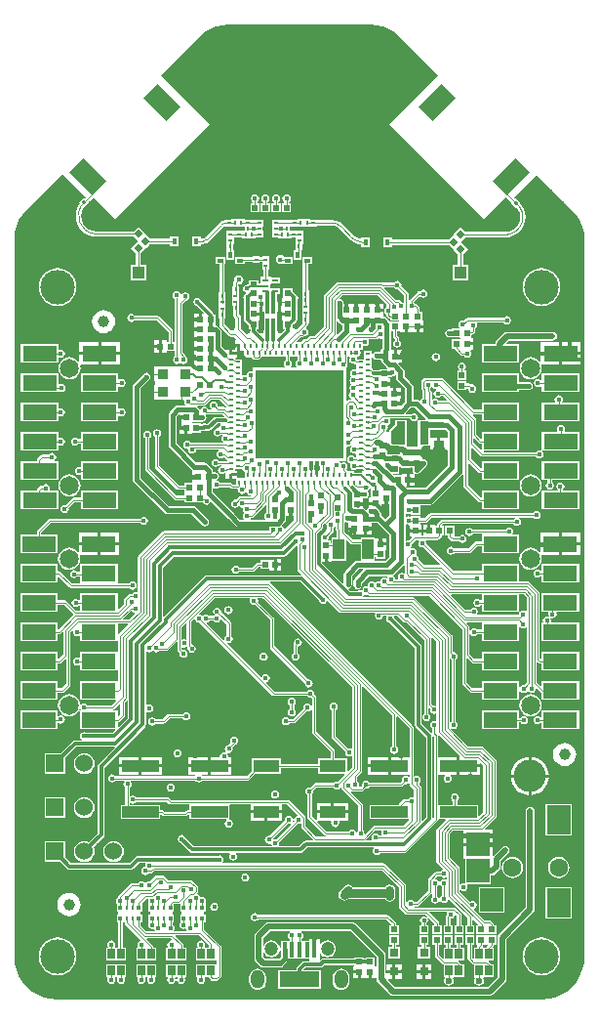
<source format=gtl>
G04*
G04 #@! TF.GenerationSoftware,Altium Limited,Altium Designer,19.1.5 (86)*
G04*
G04 Layer_Physical_Order=1*
G04 Layer_Color=255*
%FSLAX44Y44*%
%MOMM*%
G71*
G01*
G75*
%ADD10C,0.1500*%
%ADD11C,0.2500*%
%ADD13C,0.1250*%
%ADD14C,0.3000*%
%ADD15C,0.2000*%
%ADD23R,0.5500X0.5500*%
%ADD24R,0.2500X0.3000*%
%ADD25R,0.5500X0.5500*%
%ADD26R,0.3000X0.5000*%
%ADD27R,0.5000X0.3000*%
%ADD28R,0.4000X0.5000*%
%ADD29R,1.1000X0.4700*%
%ADD30R,3.0000X1.4000*%
%ADD31R,3.2000X1.0000*%
%ADD32R,2.2500X1.0500*%
%ADD33R,0.6500X0.8500*%
%ADD34R,0.4000X1.3500*%
%ADD35R,3.4000X1.3500*%
%ADD36R,0.2500X0.4500*%
%ADD37R,0.3500X0.4500*%
G04:AMPARAMS|DCode=39|XSize=1.7mm|YSize=2.8mm|CornerRadius=0mm|HoleSize=0mm|Usage=FLASHONLY|Rotation=225.000|XOffset=0mm|YOffset=0mm|HoleType=Round|Shape=Rectangle|*
%AMROTATEDRECTD39*
4,1,4,-0.3889,1.5910,1.5910,-0.3889,0.3889,-1.5910,-1.5910,0.3889,-0.3889,1.5910,0.0*
%
%ADD39ROTATEDRECTD39*%

G04:AMPARAMS|DCode=40|XSize=1.7mm|YSize=2.8mm|CornerRadius=0mm|HoleSize=0mm|Usage=FLASHONLY|Rotation=315.000|XOffset=0mm|YOffset=0mm|HoleType=Round|Shape=Rectangle|*
%AMROTATEDRECTD40*
4,1,4,-1.5910,-0.3889,0.3889,1.5910,1.5910,0.3889,-0.3889,-1.5910,-1.5910,-0.3889,0.0*
%
%ADD40ROTATEDRECTD40*%

%ADD41R,0.3000X0.2500*%
%ADD42R,0.5500X0.2500*%
%ADD43R,0.3500X0.2500*%
%ADD44R,0.2000X0.2000*%
G04:AMPARAMS|DCode=45|XSize=0.25mm|YSize=0.3mm|CornerRadius=0mm|HoleSize=0mm|Usage=FLASHONLY|Rotation=45.000|XOffset=0mm|YOffset=0mm|HoleType=Round|Shape=Rectangle|*
%AMROTATEDRECTD45*
4,1,4,0.0177,-0.1945,-0.1945,0.0177,-0.0177,0.1945,0.1945,-0.0177,0.0177,-0.1945,0.0*
%
%ADD45ROTATEDRECTD45*%

G04:AMPARAMS|DCode=46|XSize=0.25mm|YSize=0.3mm|CornerRadius=0mm|HoleSize=0mm|Usage=FLASHONLY|Rotation=135.000|XOffset=0mm|YOffset=0mm|HoleType=Round|Shape=Rectangle|*
%AMROTATEDRECTD46*
4,1,4,0.1945,0.0177,-0.0177,-0.1945,-0.1945,-0.0177,0.0177,0.1945,0.1945,0.0177,0.0*
%
%ADD46ROTATEDRECTD46*%

%ADD47R,1.0500X2.2000*%
%ADD48R,1.0000X1.0500*%
%ADD49R,0.9500X0.8500*%
%ADD50P,0.7778X4X360.0*%
%ADD51R,0.9500X0.5500*%
%ADD52R,1.0000X1.8000*%
%ADD53R,2.0000X2.5000*%
%ADD54R,2.0000X2.0000*%
%ADD55R,0.8000X2.0000*%
%ADD56R,0.2200X0.4500*%
%ADD57R,0.4500X0.2200*%
%ADD58R,0.1900X0.4500*%
%ADD59R,0.4500X0.1900*%
%ADD112C,1.0000*%
%ADD113R,0.8000X0.8000*%
%ADD114R,7.6000X7.6000*%
%ADD115C,0.7500*%
%ADD116C,0.4000*%
%ADD117C,0.4500*%
%ADD118C,0.3556*%
%ADD119C,0.1700*%
%ADD120C,0.5000*%
%ADD121C,0.3500*%
%ADD122C,0.5500*%
%ADD123C,1.5240*%
%ADD124R,1.5240X1.5240*%
%ADD125C,1.6500*%
%ADD126C,1.2000*%
G04:AMPARAMS|DCode=127|XSize=1.2mm|YSize=1.6mm|CornerRadius=0.6mm|HoleSize=0mm|Usage=FLASHONLY|Rotation=180.000|XOffset=0mm|YOffset=0mm|HoleType=Round|Shape=RoundedRectangle|*
%AMROUNDEDRECTD127*
21,1,1.2000,0.4000,0,0,180.0*
21,1,0.0000,1.6000,0,0,180.0*
1,1,1.2000,0.0000,0.2000*
1,1,1.2000,0.0000,0.2000*
1,1,1.2000,0.0000,-0.2000*
1,1,1.2000,0.0000,-0.2000*
%
%ADD127ROUNDEDRECTD127*%
%ADD128C,3.0000*%
%ADD129C,2.8000*%
%ADD130C,1.6000*%
%ADD131C,0.4500*%
%ADD132C,0.6000*%
G36*
X311000Y847392D02*
X311000Y847392D01*
X311800Y847426D01*
X316865Y847027D01*
X322585Y845654D01*
X328019Y843402D01*
X332689Y840541D01*
X370262Y802968D01*
X328226Y760933D01*
X410251Y678908D01*
X428989Y697647D01*
X432525Y694111D01*
X432781Y694367D01*
X433811Y693337D01*
X433346Y692872D01*
X437871Y688346D01*
X437912Y688387D01*
X438710Y688335D01*
X439818Y686890D01*
X441095Y683808D01*
X441531Y680500D01*
X441095Y677192D01*
X439818Y674110D01*
X437787Y671463D01*
X435140Y669432D01*
X432058Y668155D01*
X429834Y667862D01*
X429834Y667862D01*
Y667862D01*
X429779Y667803D01*
X393855D01*
X389932Y671725D01*
X384134Y665927D01*
X383639Y665432D01*
X383073Y664866D01*
X379530Y661324D01*
X330200D01*
Y663200D01*
X322800D01*
Y654800D01*
X330200D01*
Y656582D01*
X379761D01*
X383073Y653270D01*
X383568Y652775D01*
X384134Y652209D01*
X387561Y648782D01*
Y639200D01*
X383300D01*
Y625300D01*
X396700D01*
Y639200D01*
X392303D01*
Y648782D01*
X396225Y652704D01*
X390398Y658532D01*
X389986Y659068D01*
X390398Y659604D01*
X393855Y663062D01*
X429458D01*
X430042Y663062D01*
X430242Y663101D01*
Y663101D01*
X430372Y663127D01*
X432170Y663304D01*
X435460Y664302D01*
X438491Y665922D01*
X441147Y668103D01*
X443328Y670760D01*
X444948Y673791D01*
X445946Y677080D01*
X446283Y680500D01*
X445946Y683921D01*
X444948Y687210D01*
X443328Y690241D01*
X441722Y692197D01*
X442043Y692518D01*
X437518Y697044D01*
X437164Y696690D01*
X436133Y697720D01*
X455822Y717408D01*
X490541Y682689D01*
X493403Y678019D01*
X495654Y672585D01*
X497027Y666864D01*
X497481Y661096D01*
X497392Y661000D01*
X497392D01*
X497500Y660181D01*
Y40819D01*
X497392Y40000D01*
X497392D01*
X497481Y39904D01*
X497027Y34136D01*
X495654Y28416D01*
X493403Y22981D01*
X490329Y17965D01*
X486508Y13492D01*
X482035Y9671D01*
X477020Y6598D01*
X471585Y4346D01*
X465864Y2973D01*
X460800Y2575D01*
X460000Y2608D01*
Y2608D01*
X459180Y2500D01*
X40820D01*
X40000Y2608D01*
Y2608D01*
X39904Y2519D01*
X34135Y2973D01*
X28415Y4346D01*
X22981Y6598D01*
X17965Y9671D01*
X13492Y13492D01*
X9671Y17965D01*
X6597Y22981D01*
X4346Y28416D01*
X2973Y34136D01*
X2519Y39904D01*
X2608Y40000D01*
X2608D01*
X2500Y40820D01*
Y660180D01*
X2608Y661000D01*
X2608D01*
X2519Y661096D01*
X2973Y666864D01*
X4346Y672585D01*
X6597Y678019D01*
X9459Y682689D01*
X44366Y717596D01*
X64236Y697727D01*
X63642Y697134D01*
X63232Y697543D01*
X58707Y693018D01*
X59282Y692443D01*
X58827Y691888D01*
X57141Y688733D01*
X56102Y685310D01*
X55752Y681750D01*
X56102Y678190D01*
X57141Y674767D01*
X58827Y671612D01*
X61097Y668847D01*
X63862Y666577D01*
X67017Y664891D01*
X70440Y663852D01*
X71254Y663772D01*
X72049Y663686D01*
X72300Y663636D01*
X72834Y663636D01*
X106185D01*
X109602Y660218D01*
X110014Y659682D01*
X109602Y659146D01*
X103775Y653318D01*
X107629Y649464D01*
Y639200D01*
X103300D01*
Y625300D01*
X116700D01*
Y639200D01*
X112370D01*
Y649327D01*
X115866Y652823D01*
X116361Y653318D01*
X116927Y653884D01*
X120355Y657312D01*
X137800D01*
Y655550D01*
X145200D01*
Y663950D01*
X137800D01*
Y662053D01*
X120355D01*
X116927Y665480D01*
X116432Y665975D01*
X115866Y666541D01*
X110068Y672339D01*
X106105Y668377D01*
X72620D01*
X72562Y668440D01*
Y668440D01*
X72562Y668440D01*
X70506Y668711D01*
X67250Y670060D01*
X64455Y672205D01*
X62310Y675001D01*
X60961Y678256D01*
X60501Y681750D01*
X60961Y685244D01*
X62246Y688347D01*
X62879Y688846D01*
X62879D01*
X67404Y693372D01*
X66995Y693781D01*
X67588Y694375D01*
X67674Y694289D01*
X71209Y697825D01*
X89948Y679086D01*
X171972Y761111D01*
X129926Y803156D01*
X167311Y840541D01*
X171981Y843402D01*
X177416Y845654D01*
X183136Y847027D01*
X187961Y847407D01*
X188759Y847402D01*
D01*
X189520Y847500D01*
X310180D01*
X311000Y847392D01*
D02*
G37*
%LPC*%
G36*
X238750Y700319D02*
X237384Y700047D01*
X236227Y699273D01*
X235453Y698116D01*
X235181Y696750D01*
X235453Y695384D01*
X236227Y694227D01*
X236838Y693818D01*
Y692750D01*
X234750D01*
Y684750D01*
X242750D01*
Y692750D01*
X240662D01*
Y693818D01*
X241273Y694227D01*
X242047Y695384D01*
X242319Y696750D01*
X242047Y698116D01*
X241273Y699273D01*
X240116Y700047D01*
X238750Y700319D01*
D02*
G37*
G36*
X229750D02*
X228384Y700047D01*
X227227Y699273D01*
X226453Y698116D01*
X226181Y696750D01*
X226453Y695384D01*
X227227Y694227D01*
X227838Y693818D01*
Y692750D01*
X225750D01*
Y684750D01*
X233750D01*
Y692750D01*
X231662D01*
Y693818D01*
X232273Y694227D01*
X233047Y695384D01*
X233319Y696750D01*
X233047Y698116D01*
X232273Y699273D01*
X231116Y700047D01*
X229750Y700319D01*
D02*
G37*
G36*
X220500D02*
X219134Y700047D01*
X217977Y699273D01*
X217203Y698116D01*
X216931Y696750D01*
X217203Y695384D01*
X217977Y694227D01*
X218588Y693818D01*
Y692750D01*
X216500D01*
Y684750D01*
X224500D01*
Y692750D01*
X222412D01*
Y693818D01*
X223023Y694227D01*
X223797Y695384D01*
X224069Y696750D01*
X223797Y698116D01*
X223023Y699273D01*
X221866Y700047D01*
X220500Y700319D01*
D02*
G37*
G36*
X211500D02*
X210134Y700047D01*
X208977Y699273D01*
X208203Y698116D01*
X207931Y696750D01*
X208203Y695384D01*
X208977Y694227D01*
X209588Y693818D01*
Y692750D01*
X207500D01*
Y684750D01*
X215500D01*
Y692750D01*
X213412D01*
Y693818D01*
X214023Y694227D01*
X214797Y695384D01*
X215068Y696750D01*
X214797Y698116D01*
X214023Y699273D01*
X212866Y700047D01*
X211500Y700319D01*
D02*
G37*
G36*
X259450Y678700D02*
X248050D01*
Y678450D01*
X242800D01*
Y677870D01*
X232950D01*
Y678450D01*
X226050D01*
Y672550D01*
X226500D01*
Y668450D01*
X226050D01*
Y662550D01*
X231800D01*
Y662300D01*
X243200D01*
Y662800D01*
X246800D01*
Y658200D01*
X246300D01*
Y651800D01*
X245541Y651700D01*
X245300D01*
Y643300D01*
X251700D01*
Y651700D01*
X252200Y651800D01*
Y657300D01*
X253200D01*
Y668700D01*
X246800D01*
Y668700D01*
X243200D01*
Y668700D01*
X241500D01*
Y673129D01*
X242800D01*
Y672550D01*
X248050D01*
Y672300D01*
X259450D01*
Y672550D01*
X264950D01*
Y673137D01*
X278250D01*
Y673130D01*
X280518Y672832D01*
X282631Y671956D01*
X284415Y670587D01*
X284991Y670032D01*
X293733Y661289D01*
X294163Y660859D01*
X294163Y660765D01*
X294201Y660715D01*
X294201Y660715D01*
X294415Y660518D01*
X294773Y660243D01*
X297180Y658396D01*
X300456Y657040D01*
X303800Y656599D01*
Y654800D01*
X311200D01*
Y663200D01*
X303800D01*
Y662024D01*
X303199Y661497D01*
X301703Y661694D01*
X299589Y662569D01*
X298238Y663606D01*
X297651Y664088D01*
X297583Y664154D01*
X297582Y664155D01*
X297582Y664155D01*
X297232Y664495D01*
X287771Y673956D01*
X287770Y673972D01*
X287805Y674007D01*
X285040Y676129D01*
X281765Y677486D01*
X278250Y677949D01*
Y677878D01*
X264950D01*
Y678450D01*
X259450D01*
Y678700D01*
D02*
G37*
G36*
X202451D02*
X191050D01*
Y678450D01*
X185550D01*
X185500Y677881D01*
X183785Y677656D01*
X182188Y676994D01*
X180834Y675955D01*
X180835Y675954D01*
X180834Y675943D01*
X180805Y675901D01*
X168116Y663212D01*
X167536Y662699D01*
X167536D01*
X166902Y662297D01*
X166250Y662167D01*
Y662121D01*
X164200D01*
Y663950D01*
X156800D01*
Y655550D01*
X164200D01*
Y657380D01*
X166250D01*
Y657369D01*
X167965Y657595D01*
X169562Y658256D01*
X170916Y659295D01*
X170916Y659295D01*
Y659295D01*
X171476Y659866D01*
X183646Y672036D01*
X184214Y672552D01*
X184859Y672873D01*
X185550Y672550D01*
Y672550D01*
X185550Y672550D01*
X191050D01*
Y672300D01*
X202451D01*
X203000Y671727D01*
Y668700D01*
X200300D01*
Y668450D01*
X194300D01*
Y667871D01*
X193200D01*
Y668450D01*
X186800D01*
Y658200D01*
X186800D01*
Y651800D01*
X186550Y651700D01*
Y643300D01*
X192950D01*
Y651700D01*
X192700Y651800D01*
Y657050D01*
X193200D01*
Y663130D01*
X194300D01*
Y662550D01*
X200300D01*
Y662300D01*
X211700D01*
Y662550D01*
X218450D01*
Y668450D01*
X218000D01*
Y672550D01*
X218450D01*
Y678450D01*
X211550D01*
Y677870D01*
X207950D01*
Y678450D01*
X202451D01*
Y678700D01*
D02*
G37*
G36*
X223950Y646700D02*
X217550D01*
Y646121D01*
X215700D01*
Y646700D01*
X209300D01*
Y646121D01*
X202450D01*
Y646200D01*
X194050D01*
Y639800D01*
X202450D01*
Y641380D01*
X209300D01*
Y640800D01*
X215700D01*
Y641380D01*
X217550D01*
Y635300D01*
X218379D01*
Y628951D01*
X216300D01*
Y623294D01*
X214250D01*
Y626000D01*
X206250D01*
Y623145D01*
X206122Y623120D01*
X205378Y622622D01*
X204770Y622015D01*
X204500Y622068D01*
X203134Y621797D01*
X201977Y621023D01*
X201203Y619866D01*
X200931Y618500D01*
X201203Y617134D01*
X201977Y615977D01*
X203134Y615203D01*
X203486Y615133D01*
Y614317D01*
X203384Y614297D01*
X202227Y613523D01*
X201453Y612366D01*
X201182Y611000D01*
X201453Y609635D01*
X201946Y608897D01*
Y592110D01*
X202160Y591037D01*
X202767Y590127D01*
X206250Y586644D01*
Y583500D01*
X207446D01*
Y581250D01*
X204239Y579364D01*
X200926Y582676D01*
X199121Y584482D01*
Y593875D01*
X198940Y594782D01*
X198426Y595551D01*
X197496Y596482D01*
X197496Y598550D01*
X197950D01*
Y604950D01*
X197700D01*
Y615450D01*
X197700D01*
Y620950D01*
X197120D01*
Y622014D01*
X197375Y622223D01*
X198916Y622529D01*
X200222Y623402D01*
X201095Y624709D01*
X201402Y626250D01*
X201095Y627791D01*
X200222Y629098D01*
X198916Y629971D01*
X197375Y630277D01*
X195833Y629971D01*
X194527Y629098D01*
X193654Y627791D01*
X193347Y626250D01*
X193459Y625687D01*
X193074Y625302D01*
X192560Y624532D01*
X192379Y623625D01*
Y620950D01*
X191800D01*
Y615450D01*
X191300D01*
Y604050D01*
X192050D01*
Y598550D01*
X192189D01*
X192755Y597985D01*
X192755Y595500D01*
X192935Y594593D01*
X193449Y593824D01*
X194380Y592893D01*
Y584511D01*
X194250Y584500D01*
Y584500D01*
X190500Y582750D01*
X189897Y583206D01*
X185120Y587982D01*
Y593050D01*
X185700D01*
Y598550D01*
X185950D01*
Y609950D01*
X185700D01*
Y615450D01*
X185120D01*
Y639800D01*
X185450D01*
Y646200D01*
X177050D01*
Y639800D01*
X180379D01*
Y615450D01*
X179800D01*
Y609950D01*
X179550D01*
Y598550D01*
X179800D01*
Y593050D01*
X180379D01*
Y587001D01*
X180560Y586093D01*
X181074Y585324D01*
X188557Y577841D01*
X188660Y577772D01*
X188753Y577679D01*
X189522Y577165D01*
X190430Y576984D01*
X193089D01*
X195294Y574779D01*
X194988Y574040D01*
X194010D01*
Y570520D01*
X197500D01*
Y569250D01*
X198770D01*
Y564460D01*
X200990D01*
Y564460D01*
X201552Y564564D01*
X202200Y563993D01*
Y559050D01*
X207800D01*
X208452Y558692D01*
X208648Y558398D01*
X209648Y557398D01*
X210268Y556984D01*
X211000Y556838D01*
X214000D01*
X214732Y556984D01*
X215352Y557398D01*
X216352Y558398D01*
X216766Y559018D01*
X217335Y559488D01*
X217630Y559480D01*
X217630Y559480D01*
Y559480D01*
X221830D01*
X222370Y559480D01*
Y559480D01*
X222630D01*
Y559480D01*
X226858D01*
X227370Y559480D01*
Y559480D01*
X227650Y559500D01*
Y559500D01*
X232350D01*
Y559500D01*
X232650D01*
Y559500D01*
X237350D01*
X237350Y559500D01*
X238088Y559351D01*
Y556682D01*
X237477Y556274D01*
X236703Y555116D01*
X236432Y553750D01*
X236703Y552385D01*
X237401Y551340D01*
X237174Y550540D01*
X209460D01*
Y547344D01*
X208660Y546688D01*
X208000Y546819D01*
X206634Y546547D01*
X205476Y545774D01*
X204703Y544616D01*
X204524Y543716D01*
X204116Y543547D01*
X202750Y543819D01*
X201384Y543547D01*
X201206Y543428D01*
X200500Y543805D01*
Y546850D01*
X200500Y547350D01*
X200500D01*
Y547650D01*
X200500D01*
Y552350D01*
X200500D01*
Y552650D01*
X200500D01*
Y557350D01*
X195354D01*
X194494Y558210D01*
X194825Y559010D01*
X195540D01*
Y561230D01*
X190750D01*
Y562500D01*
X189480D01*
Y565990D01*
X185960D01*
Y565990D01*
X185243Y565693D01*
X182314Y568623D01*
Y581250D01*
X182062Y582518D01*
X181343Y583593D01*
X179343Y585593D01*
X178268Y586312D01*
X177185Y586527D01*
X177000Y587250D01*
Y587750D01*
X177000D01*
Y595750D01*
X175754D01*
X175591Y596573D01*
X174983Y597482D01*
X164970Y607495D01*
X164797Y608366D01*
X164023Y609523D01*
X162866Y610297D01*
X161500Y610569D01*
X160134Y610297D01*
X158977Y609523D01*
X158203Y608366D01*
X157931Y607000D01*
X158203Y605634D01*
X158977Y604477D01*
X160134Y603703D01*
X161005Y603530D01*
X166755Y597779D01*
X166449Y597040D01*
X165270D01*
Y591750D01*
X164000D01*
Y590480D01*
X158710D01*
Y586460D01*
Y584520D01*
X164000D01*
Y581980D01*
X158710D01*
Y580040D01*
X158710D01*
Y576020D01*
X164000D01*
Y573480D01*
X158710D01*
Y569460D01*
Y567520D01*
X164000D01*
Y564980D01*
X158710D01*
Y560960D01*
X158710D01*
Y559020D01*
X164000D01*
Y556480D01*
X158710D01*
Y549605D01*
X157971Y549299D01*
X156750Y550520D01*
Y551250D01*
X138540D01*
Y551290D01*
X123960D01*
Y537710D01*
Y522210D01*
X138540D01*
Y522250D01*
X143460D01*
Y522210D01*
X149409D01*
X150065Y521410D01*
X149939Y520775D01*
X150211Y519410D01*
X150906Y518369D01*
X150677Y517569D01*
X144500D01*
X143134Y517297D01*
X141977Y516524D01*
X137227Y511773D01*
X136453Y510616D01*
X136181Y509250D01*
Y483500D01*
X136453Y482135D01*
X137227Y480977D01*
X156465Y461739D01*
X156710Y461040D01*
X156710Y461040D01*
X156710D01*
X156710Y461040D01*
Y457020D01*
X162000D01*
Y454480D01*
X156710D01*
Y450800D01*
X156710Y450460D01*
X156101Y450000D01*
X150500D01*
Y447912D01*
X145542D01*
X128162Y465292D01*
Y490318D01*
X128773Y490727D01*
X129547Y491884D01*
X129819Y493250D01*
X129547Y494616D01*
X128773Y495773D01*
X127616Y496547D01*
X126250Y496819D01*
X124884Y496547D01*
X123727Y495773D01*
X122953Y494616D01*
X122682Y493250D01*
X122953Y491884D01*
X123727Y490727D01*
X124338Y490318D01*
Y464500D01*
X124484Y463768D01*
X124898Y463148D01*
X143398Y444648D01*
X144018Y444234D01*
X144750Y444088D01*
X150500D01*
Y442050D01*
X150500Y442000D01*
Y441250D01*
X150500Y441200D01*
Y439162D01*
X143542D01*
X119912Y462792D01*
Y489068D01*
X120523Y489477D01*
X121297Y490634D01*
X121569Y492000D01*
X121297Y493366D01*
X120523Y494523D01*
X119366Y495297D01*
X118000Y495569D01*
X116634Y495297D01*
X115477Y494523D01*
X114703Y493366D01*
X114431Y492000D01*
X114703Y490634D01*
X115477Y489477D01*
X116088Y489068D01*
Y462000D01*
X116234Y461268D01*
X116648Y460648D01*
X141398Y435898D01*
X142018Y435484D01*
X142750Y435338D01*
X150500D01*
Y433250D01*
X158500D01*
Y441200D01*
X158500Y441250D01*
Y442000D01*
X158500Y442050D01*
Y449513D01*
X159000Y449807D01*
X159500Y449513D01*
Y442000D01*
X159500D01*
Y441250D01*
X159500D01*
Y433250D01*
X166043D01*
X166727Y432227D01*
X167884Y431453D01*
X169250Y431181D01*
X170616Y431453D01*
X171773Y432227D01*
X172547Y433384D01*
X172592Y433613D01*
X173358Y433845D01*
X187477Y419727D01*
X188563Y419001D01*
X194657Y412907D01*
X195732Y412189D01*
X197000Y411936D01*
X223902D01*
X224280Y411231D01*
X224203Y411116D01*
X223931Y409750D01*
X224052Y409142D01*
X223514Y408537D01*
X132054D01*
X131322Y408391D01*
X130702Y407977D01*
X110398Y387673D01*
X109984Y387053D01*
X109838Y386321D01*
Y355496D01*
X109133Y355118D01*
X108866Y355297D01*
X107500Y355569D01*
X106134Y355297D01*
X104977Y354523D01*
X104568Y353912D01*
X102715D01*
X101983Y353766D01*
X101363Y353352D01*
X98148Y350137D01*
X97734Y349517D01*
X97588Y348786D01*
Y345578D01*
X92989Y340978D01*
X92250Y341284D01*
Y354740D01*
X59750D01*
Y348412D01*
X58682D01*
X58273Y349024D01*
X57116Y349797D01*
X55750Y350069D01*
X54384Y349797D01*
X53227Y349024D01*
X52453Y347866D01*
X52182Y346500D01*
X52453Y345135D01*
X53227Y343977D01*
X54384Y343203D01*
X55750Y342932D01*
X57116Y343203D01*
X58273Y343977D01*
X58682Y344588D01*
X59750D01*
Y339412D01*
X56292D01*
X47862Y347842D01*
X47242Y348256D01*
X46510Y348402D01*
X40250D01*
Y354740D01*
X7750D01*
Y338240D01*
X40250D01*
Y344578D01*
X45718D01*
X54081Y336215D01*
X41050Y323184D01*
X40250Y323441D01*
Y329340D01*
X7750D01*
Y312840D01*
X40250D01*
Y319178D01*
X41660D01*
X42392Y319324D01*
X43012Y319738D01*
X44349Y321076D01*
X45088Y320770D01*
Y301732D01*
X41050Y297694D01*
X40250Y297824D01*
Y303940D01*
X7750D01*
Y287440D01*
X40250D01*
Y293778D01*
X41750D01*
X42482Y293924D01*
X43102Y294338D01*
X46849Y298086D01*
X47588Y297780D01*
Y276042D01*
X43748Y272202D01*
X40250D01*
Y278540D01*
X7750D01*
Y262040D01*
X40250D01*
Y268378D01*
X44540D01*
X45272Y268524D01*
X45892Y268938D01*
X50852Y273898D01*
X51266Y274518D01*
X51412Y275250D01*
Y320958D01*
X52770Y322316D01*
X53507Y321922D01*
X53341Y321090D01*
X53613Y319725D01*
X54387Y318567D01*
X55544Y317793D01*
X56910Y317522D01*
X58276Y317793D01*
X58950Y318244D01*
X59750Y317816D01*
Y312840D01*
X92250D01*
X92338Y312077D01*
Y304704D01*
X92250Y303940D01*
X91538Y303940D01*
X59750D01*
Y298964D01*
X58950Y298536D01*
X58276Y298987D01*
X56910Y299259D01*
X55544Y298987D01*
X54387Y298214D01*
X53613Y297056D01*
X53341Y295690D01*
X53613Y294324D01*
X54387Y293167D01*
X55544Y292393D01*
X56910Y292122D01*
X58276Y292393D01*
X58950Y292844D01*
X59750Y292416D01*
Y287440D01*
X91538D01*
X92250Y287440D01*
X92338Y286677D01*
Y279304D01*
X92250Y278540D01*
X59750D01*
Y262040D01*
X90220D01*
X90526Y261301D01*
X86649Y257424D01*
X66185D01*
X65776Y258036D01*
X64619Y258809D01*
X63253Y259081D01*
X61887Y258809D01*
X60730Y258036D01*
X60371Y257500D01*
X59937Y257549D01*
X59563Y257730D01*
X59255Y260070D01*
X58298Y262381D01*
X56775Y264366D01*
X54791Y265888D01*
X52480Y266846D01*
X50000Y267172D01*
X47520Y266846D01*
X45209Y265888D01*
X43225Y264366D01*
X41702Y262381D01*
X40745Y260070D01*
X40418Y257590D01*
X40745Y255110D01*
X41702Y252799D01*
X43225Y250815D01*
X45209Y249292D01*
X47520Y248335D01*
X50000Y248008D01*
X52480Y248335D01*
X54791Y249292D01*
X56775Y250815D01*
X58298Y252799D01*
X59048Y254610D01*
X59830Y254533D01*
X59916Y254348D01*
X59956Y254147D01*
X60134Y253881D01*
X60154Y253839D01*
X59780Y253140D01*
X59750D01*
Y236640D01*
X89880D01*
X90186Y235901D01*
X87839Y233554D01*
X65353D01*
X64616Y234047D01*
X63250Y234319D01*
X61884Y234047D01*
X60727Y233274D01*
X59953Y232116D01*
X59681Y230750D01*
X59953Y229384D01*
X60727Y228227D01*
X60911Y228104D01*
X60668Y227304D01*
X55264D01*
X54191Y227090D01*
X53281Y226483D01*
X42713Y215914D01*
X28938D01*
Y198174D01*
X46678D01*
Y211949D01*
X56425Y221696D01*
X89599D01*
X89931Y220896D01*
X75767Y206733D01*
X75160Y205823D01*
X74946Y204750D01*
Y146547D01*
X67193Y138794D01*
X65524Y139486D01*
X63208Y139791D01*
X60893Y139486D01*
X58735Y138592D01*
X56882Y137170D01*
X55460Y135317D01*
X54566Y133160D01*
X54261Y130844D01*
X54566Y128528D01*
X55460Y126371D01*
X56882Y124518D01*
X58735Y123096D01*
X60893Y122202D01*
X63208Y121897D01*
X65524Y122202D01*
X67681Y123096D01*
X69534Y124518D01*
X70956Y126371D01*
X71850Y128528D01*
X72155Y130844D01*
X71850Y133160D01*
X71158Y134829D01*
X79733Y143403D01*
X80340Y144313D01*
X80554Y145386D01*
Y203589D01*
X115983Y239017D01*
X116590Y239927D01*
X116804Y241000D01*
Y251380D01*
X117604Y251807D01*
X118134Y251453D01*
X119500Y251181D01*
X120866Y251453D01*
X122023Y252227D01*
X122797Y253384D01*
X123069Y254750D01*
X122797Y256116D01*
X122023Y257273D01*
X120866Y258047D01*
X119500Y258319D01*
X118134Y258047D01*
X117604Y257693D01*
X116804Y258120D01*
Y303797D01*
X117604Y304225D01*
X118384Y303703D01*
X119750Y303431D01*
X121116Y303703D01*
X122273Y304477D01*
X122475Y304778D01*
X123275D01*
X123477Y304477D01*
X124634Y303703D01*
X126000Y303431D01*
X127366Y303703D01*
X128523Y304477D01*
X128681Y304713D01*
X134625D01*
X135357Y304859D01*
X135977Y305273D01*
X143224Y312521D01*
X143963Y312215D01*
Y305875D01*
X144109Y305144D01*
X144523Y304523D01*
X146075Y302972D01*
X145932Y302250D01*
X146203Y300884D01*
X146977Y299727D01*
X148134Y298953D01*
X149500Y298682D01*
X150866Y298953D01*
X152023Y299727D01*
X152797Y300884D01*
X153069Y302250D01*
X152797Y303616D01*
X152023Y304774D01*
X150866Y305547D01*
X149500Y305819D01*
X148779Y305675D01*
X147787Y306667D01*
Y307671D01*
X148492Y308048D01*
X148635Y307953D01*
X150000Y307682D01*
X151366Y307953D01*
X152153Y308479D01*
X152359Y308393D01*
X152773Y307773D01*
X153075Y307472D01*
X152932Y306750D01*
X153203Y305385D01*
X153977Y304227D01*
X155134Y303453D01*
X156500Y303182D01*
X157866Y303453D01*
X159024Y304227D01*
X159797Y305385D01*
X160069Y306750D01*
X159797Y308116D01*
X159024Y309273D01*
X157866Y310047D01*
X156500Y310319D01*
X156037Y310699D01*
Y330167D01*
X158241Y332371D01*
X159109Y332108D01*
X159203Y331634D01*
X159977Y330477D01*
X161134Y329703D01*
X162500Y329431D01*
X163221Y329575D01*
X226648Y266148D01*
X227269Y265734D01*
X228000Y265588D01*
X256568D01*
X256977Y264977D01*
X258134Y264203D01*
X259500Y263931D01*
X260222Y264075D01*
X260838Y263458D01*
Y256988D01*
X260047Y256866D01*
X259273Y258023D01*
X258116Y258797D01*
X256750Y259069D01*
X255384Y258797D01*
X254227Y258023D01*
X253453Y256866D01*
X253181Y255500D01*
X253325Y254779D01*
X244208Y245662D01*
X241182D01*
X240773Y246273D01*
X239616Y247047D01*
X238250Y247319D01*
X236884Y247047D01*
X235727Y246273D01*
X234953Y245116D01*
X234681Y243750D01*
X234953Y242384D01*
X235727Y241227D01*
X236884Y240453D01*
X238250Y240182D01*
X239616Y240453D01*
X240773Y241227D01*
X241182Y241838D01*
X245000D01*
X245732Y241984D01*
X246352Y242398D01*
X256028Y252075D01*
X256750Y251931D01*
X258116Y252203D01*
X259273Y252977D01*
X260047Y254134D01*
X260838Y254012D01*
Y234000D01*
X260984Y233269D01*
X261398Y232648D01*
X276839Y217208D01*
Y211250D01*
X266250D01*
Y206662D01*
X233750D01*
Y211250D01*
X208750D01*
Y200954D01*
X203958Y196162D01*
X165647D01*
X165268Y196684D01*
X165563Y197460D01*
X170730D01*
Y203730D01*
X153460D01*
Y197460D01*
X159437D01*
X159732Y196684D01*
X159353Y196162D01*
X90182D01*
X89774Y196773D01*
X88616Y197547D01*
X87250Y197819D01*
X85885Y197547D01*
X84727Y196773D01*
X83953Y195616D01*
X83682Y194250D01*
X83953Y192885D01*
X84727Y191727D01*
X85885Y190953D01*
X87250Y190682D01*
X88616Y190953D01*
X89774Y191727D01*
X90182Y192338D01*
X97742D01*
X98070Y191538D01*
X97453Y190616D01*
X97182Y189250D01*
X97453Y187885D01*
X98227Y186727D01*
X98838Y186318D01*
Y171250D01*
X94750D01*
Y158750D01*
X129250D01*
Y162867D01*
X130050Y162997D01*
X131148Y161898D01*
X131768Y161484D01*
X132500Y161338D01*
X151250D01*
X151982Y161484D01*
X152602Y161898D01*
X153792Y163088D01*
X154750D01*
Y158750D01*
X186622D01*
X186865Y157950D01*
X186227Y157523D01*
X185453Y156366D01*
X185181Y155000D01*
X185453Y153634D01*
X186227Y152477D01*
X187384Y151703D01*
X188750Y151431D01*
X190116Y151703D01*
X191273Y152477D01*
X192047Y153634D01*
X192319Y155000D01*
X192047Y156366D01*
X191273Y157523D01*
X190116Y158297D01*
X189882Y158343D01*
X189250Y158750D01*
X189250Y159285D01*
Y171250D01*
X189858Y171713D01*
X207460D01*
Y166520D01*
X235040D01*
Y171713D01*
X238917D01*
X248284Y162346D01*
X248052Y161580D01*
X247884Y161547D01*
X246727Y160774D01*
X245953Y159616D01*
X245681Y158250D01*
X245784Y157737D01*
X245096Y157050D01*
X244358Y157444D01*
X244569Y158500D01*
X244297Y159866D01*
X243523Y161023D01*
X242366Y161797D01*
X241000Y162069D01*
X239634Y161797D01*
X238477Y161023D01*
X237703Y159866D01*
X237431Y158500D01*
X237576Y157775D01*
X224221Y144421D01*
X223500Y144565D01*
X222134Y144293D01*
X220977Y143519D01*
X220203Y142362D01*
X219931Y140996D01*
X220203Y139630D01*
X220977Y138473D01*
X222134Y137699D01*
X223500Y137428D01*
X224695Y137665D01*
X224882Y137687D01*
X225543Y137190D01*
X225703Y136385D01*
X225954Y136009D01*
X225577Y135304D01*
X158411D01*
X151470Y142245D01*
X151297Y143116D01*
X150523Y144273D01*
X149366Y145047D01*
X148000Y145319D01*
X146634Y145047D01*
X145477Y144273D01*
X144703Y143116D01*
X144431Y141750D01*
X144703Y140384D01*
X145477Y139227D01*
X146634Y138453D01*
X147505Y138280D01*
X155267Y130517D01*
X156177Y129909D01*
X157250Y129696D01*
X189403D01*
X189641Y128896D01*
X188953Y127866D01*
X188681Y126500D01*
X188953Y125134D01*
X189727Y123977D01*
X190884Y123203D01*
X192250Y122932D01*
X193616Y123203D01*
X194773Y123977D01*
X195547Y125134D01*
X195819Y126500D01*
X195547Y127866D01*
X194858Y128896D01*
X195097Y129696D01*
X250750D01*
X251823Y129909D01*
X252732Y130517D01*
X256911Y134696D01*
X314392D01*
X314637Y133896D01*
X313953Y132873D01*
X313681Y131507D01*
X313953Y130142D01*
X314727Y128984D01*
X315884Y128210D01*
X317250Y127939D01*
X318616Y128210D01*
X319773Y128984D01*
X320182Y129596D01*
X341257D01*
X341989Y129741D01*
X342609Y130156D01*
X369727Y157273D01*
X370141Y157893D01*
X370198Y158179D01*
X370750Y158750D01*
X376394D01*
X376701Y158011D01*
X369523Y150834D01*
X369109Y150213D01*
X368963Y149482D01*
Y122125D01*
X369109Y121393D01*
X369523Y120773D01*
X370988Y119309D01*
X370988Y119309D01*
X374673Y115624D01*
X374441Y114858D01*
X374134Y114797D01*
X372977Y114024D01*
X372568Y113412D01*
X369000D01*
X368269Y113266D01*
X367648Y112852D01*
X361961Y107164D01*
X361546Y106544D01*
X361401Y105813D01*
Y96604D01*
X351958Y87162D01*
X349182D01*
X348773Y87773D01*
X347616Y88547D01*
X346250Y88819D01*
X344884Y88547D01*
X343727Y87773D01*
X343212Y87003D01*
X342412Y87245D01*
Y101500D01*
X342266Y102232D01*
X341852Y102852D01*
X324596Y120108D01*
X323976Y120522D01*
X323244Y120668D01*
X183503D01*
X183260Y121468D01*
X183273Y121477D01*
X184047Y122634D01*
X184319Y124000D01*
X184047Y125366D01*
X183273Y126523D01*
X182116Y127297D01*
X180750Y127569D01*
X179384Y127297D01*
X178647Y126804D01*
X109750D01*
X108677Y126590D01*
X107767Y125983D01*
X102589Y120804D01*
X51814D01*
X46678Y125939D01*
Y139714D01*
X28938D01*
Y121974D01*
X42713D01*
X48669Y116017D01*
X49579Y115409D01*
X50652Y115196D01*
X103750D01*
X104823Y115409D01*
X105733Y116017D01*
X110911Y121196D01*
X116328D01*
X116706Y120491D01*
X116459Y120122D01*
X116187Y118756D01*
X116395Y117713D01*
X116250Y117569D01*
X114884Y117297D01*
X113727Y116524D01*
X112953Y115366D01*
X112682Y114000D01*
X112953Y112634D01*
X113727Y111477D01*
X114884Y110703D01*
X116250Y110432D01*
X117616Y110703D01*
X118773Y111477D01*
X119182Y112088D01*
X121250D01*
X121982Y112234D01*
X122602Y112648D01*
X124298Y114344D01*
X321417D01*
X336088Y99673D01*
Y83222D01*
X336234Y82491D01*
X336648Y81870D01*
X341745Y76773D01*
X342365Y76359D01*
X343097Y76213D01*
X359083D01*
X360637Y74660D01*
X360127Y74038D01*
X359366Y74547D01*
X358000Y74819D01*
X356634Y74547D01*
X355477Y73773D01*
X354703Y72616D01*
X354431Y71250D01*
X354703Y69884D01*
X355477Y68727D01*
X356088Y68318D01*
Y67250D01*
X354000D01*
Y59250D01*
X362000D01*
Y67250D01*
X359912D01*
Y68318D01*
X360523Y68727D01*
X361297Y69884D01*
X361569Y71250D01*
X361297Y72616D01*
X360788Y73377D01*
X361410Y73887D01*
X367247Y68050D01*
X366915Y67250D01*
X365500D01*
Y59250D01*
X373500D01*
Y67250D01*
X371412D01*
Y68500D01*
X371266Y69232D01*
X370852Y69852D01*
X362729Y77974D01*
X363036Y78713D01*
X377671D01*
X378048Y78008D01*
X377953Y77866D01*
X377682Y76500D01*
X377825Y75779D01*
X377648Y75602D01*
X377234Y74982D01*
X377088Y74250D01*
Y67250D01*
X375000D01*
Y59250D01*
X383000D01*
Y67250D01*
X380912D01*
Y72654D01*
X381250Y72932D01*
X382616Y73203D01*
X383773Y73977D01*
X384547Y75135D01*
X384710Y75955D01*
X385578Y76218D01*
X386588Y75208D01*
Y67250D01*
X384500D01*
Y59250D01*
X392500D01*
Y67250D01*
X390412D01*
Y76000D01*
X390266Y76732D01*
X389852Y77352D01*
X385227Y81977D01*
X384607Y82391D01*
X383875Y82537D01*
X350540D01*
X350087Y83337D01*
X350088Y83338D01*
X352750D01*
X353482Y83484D01*
X354102Y83898D01*
X364664Y94461D01*
X364788Y94646D01*
X365492Y94465D01*
X365588Y94403D01*
Y92182D01*
X364977Y91774D01*
X364203Y90616D01*
X363932Y89250D01*
X364203Y87885D01*
X364977Y86727D01*
X366134Y85953D01*
X367500Y85682D01*
X368866Y85953D01*
X370023Y86727D01*
X370797Y87885D01*
X371069Y89250D01*
X370797Y90616D01*
X370023Y91774D01*
X369412Y92182D01*
Y100568D01*
X370023Y100977D01*
X370797Y102135D01*
X371069Y103500D01*
X370797Y104866D01*
X370023Y106024D01*
X368866Y106797D01*
X368254Y106919D01*
X367990Y107787D01*
X369792Y109588D01*
X372568D01*
X372977Y108977D01*
X374134Y108203D01*
X375500Y107932D01*
X376866Y108203D01*
X377133Y108382D01*
X377838Y108005D01*
Y106996D01*
X377133Y106619D01*
X376866Y106797D01*
X375500Y107069D01*
X374134Y106797D01*
X372977Y106024D01*
X372203Y104866D01*
X371931Y103500D01*
X372203Y102135D01*
X372977Y100977D01*
X373588Y100568D01*
Y92682D01*
X372977Y92274D01*
X372203Y91116D01*
X371931Y89750D01*
X372203Y88385D01*
X372977Y87227D01*
X374134Y86453D01*
X375500Y86182D01*
X376866Y86453D01*
X378023Y87227D01*
X378797Y88385D01*
X378976Y89285D01*
X379844Y89548D01*
X396088Y73304D01*
Y67250D01*
X394000D01*
Y59250D01*
X402000D01*
Y67250D01*
X399911D01*
Y71971D01*
X400651Y72277D01*
X404938Y67989D01*
X404632Y67250D01*
X403500D01*
Y59250D01*
X411500D01*
Y67250D01*
X412160Y67588D01*
X412340D01*
X413000Y67250D01*
Y59250D01*
X421000D01*
Y67250D01*
X418912D01*
Y67500D01*
X418766Y68231D01*
X418352Y68852D01*
X416352Y70852D01*
X415732Y71266D01*
X415000Y71412D01*
X410458D01*
X401216Y80654D01*
X401448Y81420D01*
X401616Y81453D01*
X402774Y82227D01*
X403547Y83385D01*
X403819Y84750D01*
X403547Y86116D01*
X402774Y87274D01*
X401616Y88047D01*
X400250Y88319D01*
X398885Y88047D01*
X397970Y87436D01*
X389313Y96092D01*
Y97139D01*
X390113Y97385D01*
X391134Y96703D01*
X392500Y96431D01*
X393866Y96703D01*
X395023Y97477D01*
X395797Y98634D01*
X396069Y100000D01*
X395797Y101366D01*
X395406Y101950D01*
X395834Y102750D01*
X416250D01*
Y110176D01*
X417250D01*
X418713Y110468D01*
X419954Y111296D01*
X423704Y115046D01*
X424532Y116287D01*
X424823Y117750D01*
X424823Y117750D01*
Y122666D01*
X431204Y129046D01*
X432032Y130287D01*
X432323Y131750D01*
X432032Y133213D01*
X431204Y134454D01*
X429963Y135282D01*
X428500Y135574D01*
X427037Y135282D01*
X425796Y134454D01*
X418340Y126997D01*
X418089Y127017D01*
X417540Y127183D01*
Y135730D01*
X405000D01*
X392460D01*
Y124460D01*
X393750D01*
Y103951D01*
X393132Y103443D01*
X392500Y103569D01*
X391134Y103297D01*
X390113Y102615D01*
X389313Y102861D01*
Y116205D01*
X389168Y116937D01*
X388754Y117557D01*
X380287Y126024D01*
Y145583D01*
X383292Y148588D01*
X392460D01*
Y138270D01*
X405000D01*
X417540D01*
Y149540D01*
X410896D01*
X410589Y150279D01*
X420352Y160042D01*
X420766Y160662D01*
X420912Y161393D01*
Y209107D01*
X420766Y209838D01*
X420352Y210459D01*
X409458Y221352D01*
X408838Y221766D01*
X408107Y221912D01*
X396792D01*
X381326Y237378D01*
X381836Y237999D01*
X382653Y237453D01*
X384019Y237181D01*
X385384Y237453D01*
X386542Y238227D01*
X387316Y239384D01*
X387587Y240750D01*
X387316Y242116D01*
X386542Y243273D01*
X385912Y243694D01*
Y297068D01*
X386523Y297477D01*
X387297Y298634D01*
X387569Y300000D01*
X387297Y301366D01*
X386523Y302523D01*
X385366Y303297D01*
X384000Y303569D01*
X383393Y303448D01*
X382787Y303985D01*
Y317351D01*
X382641Y318082D01*
X382227Y318703D01*
X350078Y350852D01*
X349458Y351266D01*
X348726Y351412D01*
X305692D01*
X305264Y352212D01*
X305547Y352634D01*
X305693Y353370D01*
X306582Y353738D01*
X306634Y353703D01*
X308000Y353431D01*
X308722Y353575D01*
X309148Y353148D01*
X309768Y352734D01*
X310500Y352588D01*
X362291D01*
X391088Y323792D01*
Y276500D01*
X391234Y275768D01*
X391648Y275148D01*
X397858Y268938D01*
X398478Y268524D01*
X399210Y268378D01*
X408250D01*
Y262040D01*
X440750D01*
Y270356D01*
X440843Y270393D01*
X441550Y270489D01*
X442227Y269477D01*
X443384Y268703D01*
X444750Y268431D01*
X446116Y268703D01*
X447273Y269477D01*
X447779Y270234D01*
X448721Y270234D01*
X449227Y269477D01*
X450384Y268703D01*
X451750Y268431D01*
X453116Y268703D01*
X454273Y269477D01*
X455047Y270634D01*
X455252Y271663D01*
X456079Y271968D01*
X459108Y268938D01*
X459728Y268524D01*
X460250Y268420D01*
Y262040D01*
X492750D01*
Y278540D01*
X460250D01*
Y274249D01*
X459511Y273943D01*
X456162Y277292D01*
Y294339D01*
X456901Y294646D01*
X457208Y294338D01*
X457828Y293924D01*
X458560Y293778D01*
X460250D01*
Y287440D01*
X492750D01*
Y303940D01*
X460250D01*
Y297602D01*
X459352D01*
X458662Y298292D01*
Y354607D01*
X458516Y355338D01*
X458102Y355959D01*
X449708Y364352D01*
X449088Y364766D01*
X448357Y364912D01*
X443179D01*
X443179Y364912D01*
X440750D01*
Y380140D01*
X408250D01*
Y373802D01*
X383402D01*
X360175Y397029D01*
X360319Y397750D01*
X360047Y399116D01*
X359431Y400038D01*
X359758Y400838D01*
X369500D01*
X370232Y400984D01*
X370852Y401398D01*
X372852Y403398D01*
X373266Y404018D01*
X373412Y404750D01*
X375500D01*
Y412750D01*
X374085D01*
X373754Y413550D01*
X374792Y414588D01*
X435818D01*
X436227Y413977D01*
X437384Y413203D01*
X438750Y412931D01*
X440116Y413203D01*
X441273Y413977D01*
X442047Y415134D01*
X442319Y416500D01*
X442047Y417866D01*
X441273Y419023D01*
X440503Y419538D01*
X440745Y420338D01*
X452818D01*
X453227Y419727D01*
X454384Y418953D01*
X455750Y418681D01*
X457116Y418953D01*
X458273Y419727D01*
X459047Y420884D01*
X459319Y422250D01*
X459047Y423616D01*
X458273Y424773D01*
X457116Y425547D01*
X455750Y425819D01*
X454384Y425547D01*
X453227Y424773D01*
X452818Y424162D01*
X364000D01*
X363268Y424016D01*
X362648Y423602D01*
X358708Y419662D01*
X354750D01*
Y421750D01*
X346750D01*
Y421305D01*
X346045Y420928D01*
X345866Y421047D01*
X344501Y421319D01*
X343135Y421047D01*
X342774Y420806D01*
X342069Y421183D01*
Y423317D01*
X342774Y423694D01*
X343135Y423453D01*
X344501Y423181D01*
X345866Y423453D01*
X346045Y423572D01*
X346750Y423195D01*
Y422750D01*
X354750D01*
Y430750D01*
X355371Y431181D01*
X363750D01*
X365116Y431453D01*
X366273Y432227D01*
X391523Y457477D01*
X391538Y457499D01*
X392338Y457256D01*
Y447500D01*
X392484Y446768D01*
X392898Y446148D01*
X405008Y434038D01*
X405628Y433624D01*
X406360Y433478D01*
X408320D01*
Y427140D01*
X440820D01*
Y443640D01*
X408320D01*
Y437302D01*
X407152D01*
X396162Y448292D01*
Y467339D01*
X396901Y467645D01*
X405108Y459438D01*
X405728Y459024D01*
X406460Y458878D01*
X408320D01*
Y452540D01*
X440820D01*
Y469040D01*
X408320D01*
Y462702D01*
X407252D01*
X398662Y471292D01*
Y481339D01*
X399401Y481646D01*
X407398Y473648D01*
X408018Y473234D01*
X408750Y473088D01*
X455068D01*
X455477Y472477D01*
X456634Y471703D01*
X458000Y471431D01*
X459366Y471703D01*
X460523Y472477D01*
X461297Y473634D01*
X461569Y475000D01*
X461297Y476366D01*
X460779Y477140D01*
X461207Y477940D01*
X492820D01*
Y494440D01*
X480514D01*
X480137Y495146D01*
X480297Y495384D01*
X480569Y496750D01*
X480297Y498116D01*
X479523Y499273D01*
X478366Y500047D01*
X477000Y500319D01*
X475634Y500047D01*
X474477Y499273D01*
X473703Y498116D01*
X473432Y496750D01*
X473703Y495384D01*
X473863Y495146D01*
X473486Y494440D01*
X460320D01*
Y478621D01*
X459520Y478194D01*
X459366Y478297D01*
X458000Y478569D01*
X456634Y478297D01*
X455477Y477523D01*
X455068Y476912D01*
X409999D01*
X409833Y477140D01*
X410242Y477940D01*
X440820D01*
Y494440D01*
X408320D01*
Y488765D01*
X407520Y488434D01*
X403662Y492292D01*
Y504857D01*
X403516Y505588D01*
X403102Y506208D01*
X400269Y509042D01*
X400665Y509777D01*
X401160Y509678D01*
X408320D01*
Y503340D01*
X440820D01*
Y519840D01*
X408320D01*
Y513502D01*
X401952D01*
X374602Y540852D01*
X373982Y541266D01*
X373250Y541412D01*
X359083D01*
X358352Y541266D01*
X357731Y540852D01*
X356023Y539143D01*
X355609Y538523D01*
X355463Y537792D01*
Y532625D01*
X355609Y531893D01*
X356023Y531273D01*
X356838Y530458D01*
Y523432D01*
X356227Y523023D01*
X355453Y521866D01*
X355305Y521123D01*
X354437Y520859D01*
X353773Y521523D01*
X352616Y522297D01*
X351250Y522569D01*
X348819D01*
Y533750D01*
X348547Y535116D01*
X347773Y536273D01*
X346023Y538024D01*
X345626Y538289D01*
X341069Y542846D01*
Y547250D01*
X340797Y548616D01*
X340023Y549773D01*
X335826Y553971D01*
X336132Y554710D01*
X338540D01*
Y558730D01*
X333250D01*
Y560000D01*
X331980D01*
Y565290D01*
X329708D01*
X329201Y565909D01*
X329319Y566500D01*
Y581750D01*
X331088D01*
Y577416D01*
X331234Y576685D01*
X331648Y576065D01*
X332605Y575108D01*
Y573960D01*
X331993Y573551D01*
X331219Y572393D01*
X330948Y571028D01*
X331219Y569662D01*
X331993Y568504D01*
X333151Y567731D01*
X334516Y567459D01*
X335882Y567731D01*
X337040Y568504D01*
X337813Y569662D01*
X338085Y571028D01*
X337813Y572393D01*
X337040Y573551D01*
X336428Y573960D01*
Y575900D01*
X336283Y576632D01*
X335868Y577252D01*
X334912Y578208D01*
Y581750D01*
X337000D01*
X337460Y581140D01*
Y580460D01*
X341480D01*
Y585750D01*
X344020D01*
Y580460D01*
X351230D01*
Y585750D01*
X352500D01*
Y587020D01*
X357790D01*
Y591040D01*
X356500D01*
Y598750D01*
X354412D01*
Y601500D01*
X354266Y602232D01*
X353852Y602852D01*
X352072Y604631D01*
X351452Y605046D01*
X350721Y605191D01*
X349949D01*
X349540Y605803D01*
X348929Y606212D01*
Y606975D01*
X353894Y611940D01*
X354891Y611854D01*
X354977Y611727D01*
X356134Y610953D01*
X357500Y610681D01*
X358866Y610953D01*
X360023Y611727D01*
X360797Y612884D01*
X361069Y614250D01*
X360797Y615616D01*
X360023Y616773D01*
X358866Y617547D01*
X357500Y617819D01*
X356134Y617547D01*
X354977Y616773D01*
X354568Y616162D01*
X353500D01*
X352768Y616016D01*
X352148Y615602D01*
X345665Y609119D01*
X345462Y608814D01*
X344662Y609057D01*
Y614000D01*
X344516Y614732D01*
X344102Y615352D01*
X338425Y621029D01*
X338569Y621750D01*
X338297Y623116D01*
X337523Y624273D01*
X336366Y625047D01*
X335000Y625319D01*
X333634Y625047D01*
X332477Y624273D01*
X332068Y623662D01*
X322619D01*
X322088Y624016D01*
X321357Y624162D01*
X283179D01*
X282447Y624016D01*
X281827Y623602D01*
X271773Y613548D01*
X271359Y612928D01*
X271213Y612196D01*
Y585953D01*
X263048Y577787D01*
X259738D01*
X259006Y577641D01*
X258386Y577227D01*
X256446Y575287D01*
X254875D01*
X254143Y575141D01*
X253523Y574727D01*
X251546Y572750D01*
X250300D01*
Y572750D01*
X249700D01*
Y572750D01*
X247999D01*
X247693Y573489D01*
X250792Y576588D01*
X252250D01*
X252982Y576734D01*
X253602Y577148D01*
X253709Y577256D01*
X254083Y577181D01*
X255449Y577453D01*
X256606Y578227D01*
X257380Y579384D01*
X257652Y580750D01*
X257380Y582116D01*
X256606Y583273D01*
X255798Y583814D01*
X255619Y584767D01*
X257176Y586324D01*
X257690Y587093D01*
X257871Y588000D01*
Y588800D01*
X258450D01*
Y594550D01*
X258700D01*
Y605950D01*
X258200D01*
Y611700D01*
X258200D01*
Y617450D01*
X257621D01*
Y639800D01*
X261200D01*
Y646200D01*
X252800D01*
Y639800D01*
X252880D01*
Y617450D01*
X252300D01*
Y611050D01*
X252300D01*
Y605950D01*
X252300D01*
Y594550D01*
X252550D01*
Y588800D01*
X252550Y588800D01*
X252550D01*
X252259Y588111D01*
X250700Y586553D01*
X250698Y586551D01*
X248282Y584135D01*
X248280Y584133D01*
X248034Y583886D01*
X247485Y583368D01*
X246833Y583263D01*
X246758Y583251D01*
X246117Y583725D01*
X243750Y585500D01*
Y586753D01*
X247233Y590235D01*
X247841Y591145D01*
X248054Y592218D01*
Y608397D01*
X248547Y609134D01*
X248819Y610500D01*
X248547Y611866D01*
X247773Y613023D01*
X246616Y613797D01*
X246057Y613908D01*
X243750Y616215D01*
Y618500D01*
X235750D01*
Y610790D01*
X234460D01*
Y606790D01*
X234270D01*
Y602750D01*
Y598710D01*
X234460D01*
Y597770D01*
X239750D01*
Y595230D01*
X234460D01*
Y591210D01*
X235750D01*
Y583500D01*
X236946D01*
Y582412D01*
X235081Y580547D01*
X230750Y581750D01*
X230608Y582491D01*
Y591250D01*
X230371Y592439D01*
X230270Y592591D01*
Y594520D01*
X230270D01*
Y594980D01*
X230270D01*
Y596909D01*
X230371Y597061D01*
X230608Y598250D01*
Y598710D01*
X231730D01*
Y602750D01*
Y606790D01*
X230608D01*
Y613481D01*
X233270D01*
Y618521D01*
X227939D01*
X227500Y618608D01*
X227061Y618521D01*
X225230D01*
X224750Y619122D01*
Y622300D01*
X225200Y623051D01*
X225814Y623501D01*
X233250D01*
Y628501D01*
X225814D01*
X225200Y628951D01*
X223686Y628951D01*
X223120Y629516D01*
Y635300D01*
X223950D01*
Y640800D01*
Y646700D01*
D02*
G37*
G36*
X233500Y647777D02*
X231959Y647471D01*
X230652Y646598D01*
X229779Y645291D01*
X229473Y643750D01*
X229779Y642209D01*
X230652Y640902D01*
X231959Y640029D01*
X233500Y639723D01*
X235000Y640021D01*
X235357Y640037D01*
X235800Y639800D01*
Y639800D01*
X244200D01*
Y646200D01*
X236614D01*
X236348Y646598D01*
X235041Y647471D01*
X233500Y647777D01*
D02*
G37*
G36*
X460000Y636329D02*
X456815Y636015D01*
X453751Y635086D01*
X450928Y633577D01*
X448454Y631546D01*
X446423Y629072D01*
X444914Y626249D01*
X443985Y623186D01*
X443671Y620000D01*
X443985Y616814D01*
X444914Y613751D01*
X446423Y610928D01*
X448454Y608454D01*
X450928Y606423D01*
X453751Y604914D01*
X456815Y603985D01*
X460000Y603671D01*
X463186Y603985D01*
X466249Y604914D01*
X469072Y606423D01*
X471546Y608454D01*
X473577Y610928D01*
X475086Y613751D01*
X476015Y616814D01*
X476329Y620000D01*
X476015Y623186D01*
X475086Y626249D01*
X473577Y629072D01*
X471546Y631546D01*
X469072Y633577D01*
X466249Y635086D01*
X463186Y636015D01*
X460000Y636329D01*
D02*
G37*
G36*
X40000D02*
X36814Y636015D01*
X33751Y635086D01*
X30928Y633577D01*
X28454Y631546D01*
X26423Y629072D01*
X24914Y626249D01*
X23985Y623186D01*
X23671Y620000D01*
X23985Y616814D01*
X24914Y613751D01*
X26423Y610928D01*
X28454Y608454D01*
X30928Y606423D01*
X33751Y604914D01*
X36814Y603985D01*
X40000Y603671D01*
X43186Y603985D01*
X46249Y604914D01*
X49072Y606423D01*
X51546Y608454D01*
X53577Y610928D01*
X55086Y613751D01*
X56015Y616814D01*
X56329Y620000D01*
X56015Y623186D01*
X55086Y626249D01*
X53577Y629072D01*
X51546Y631546D01*
X49072Y633577D01*
X46249Y635086D01*
X43186Y636015D01*
X40000Y636329D01*
D02*
G37*
G36*
X162730Y597040D02*
X158710D01*
Y593020D01*
X162730D01*
Y597040D01*
D02*
G37*
G36*
X430000Y594819D02*
X428634Y594547D01*
X427477Y593773D01*
X427068Y593162D01*
X395750D01*
X395018Y593016D01*
X394398Y592602D01*
X392471Y590675D01*
X391750Y590819D01*
X390384Y590547D01*
X389226Y589773D01*
X388453Y588616D01*
X388181Y587250D01*
X388453Y585884D01*
X389010Y585050D01*
X388609Y584250D01*
X382250D01*
Y583314D01*
X381281D01*
X380000Y583569D01*
X378634Y583297D01*
X377477Y582523D01*
X376703Y581366D01*
X376431Y580000D01*
X376703Y578634D01*
X377477Y577477D01*
X378634Y576703D01*
X380000Y576431D01*
X381281Y576686D01*
X382250D01*
Y576250D01*
X389247D01*
X389853Y576071D01*
X389939Y575294D01*
X389394Y574750D01*
X382250D01*
Y566750D01*
X384388D01*
X384484Y566269D01*
X384898Y565648D01*
X389398Y561148D01*
X390018Y560734D01*
X390750Y560588D01*
X392818D01*
X393227Y559977D01*
X394384Y559203D01*
X395750Y558931D01*
X397116Y559203D01*
X398273Y559977D01*
X399047Y561134D01*
X399319Y562500D01*
X399047Y563866D01*
X398516Y564660D01*
X398944Y565460D01*
X400540D01*
Y569480D01*
X395250D01*
Y572020D01*
X400540D01*
Y576040D01*
X399963D01*
X399250Y576250D01*
X399250Y576840D01*
Y578588D01*
X399500D01*
X400232Y578734D01*
X400852Y579148D01*
X402102Y580398D01*
X402516Y581018D01*
X402662Y581750D01*
Y584068D01*
X403273Y584477D01*
X404047Y585634D01*
X404319Y587000D01*
X404047Y588366D01*
X403868Y588633D01*
X404246Y589338D01*
X427068D01*
X427477Y588727D01*
X428634Y587953D01*
X430000Y587681D01*
X431366Y587953D01*
X432523Y588727D01*
X433297Y589884D01*
X433569Y591250D01*
X433297Y592616D01*
X432523Y593773D01*
X431366Y594547D01*
X430000Y594819D01*
D02*
G37*
G36*
X357790Y584480D02*
X353770D01*
Y580460D01*
X357790D01*
Y584480D01*
D02*
G37*
G36*
X80000Y600086D02*
X77389Y599743D01*
X74957Y598735D01*
X72868Y597132D01*
X71265Y595043D01*
X70257Y592611D01*
X69914Y590000D01*
X70257Y587389D01*
X71265Y584957D01*
X72868Y582868D01*
X74957Y581265D01*
X77389Y580257D01*
X80000Y579914D01*
X82611Y580257D01*
X85043Y581265D01*
X87132Y582868D01*
X88735Y584957D01*
X89743Y587389D01*
X90086Y590000D01*
X89743Y592611D01*
X88735Y595043D01*
X87132Y597132D01*
X85043Y598735D01*
X82611Y599743D01*
X80000Y600086D01*
D02*
G37*
G36*
X143500Y616319D02*
X142134Y616047D01*
X140977Y615273D01*
X140203Y614116D01*
X139931Y612750D01*
X140203Y611384D01*
X140977Y610227D01*
X141838Y609651D01*
Y572500D01*
X140162D01*
Y581750D01*
X140016Y582482D01*
X139602Y583102D01*
X128102Y594602D01*
X127482Y595016D01*
X126750Y595162D01*
X106932D01*
X106523Y595773D01*
X105366Y596547D01*
X104000Y596819D01*
X102634Y596547D01*
X101477Y595773D01*
X100703Y594616D01*
X100431Y593250D01*
X100703Y591884D01*
X101477Y590727D01*
X102634Y589953D01*
X104000Y589681D01*
X105366Y589953D01*
X106523Y590727D01*
X106932Y591338D01*
X125958D01*
X136338Y580958D01*
Y572500D01*
X134540D01*
Y573790D01*
X130520D01*
Y568500D01*
Y563210D01*
X134540D01*
Y564500D01*
X141838D01*
Y559682D01*
X141227Y559273D01*
X140453Y558116D01*
X140182Y556750D01*
X140453Y555384D01*
X141227Y554227D01*
X142384Y553453D01*
X143750Y553181D01*
X145116Y553453D01*
X146094Y554107D01*
X146625Y554179D01*
X147156Y554107D01*
X148134Y553453D01*
X149500Y553181D01*
X150866Y553453D01*
X152023Y554227D01*
X152797Y555384D01*
X153069Y556750D01*
X152797Y558116D01*
X152023Y559273D01*
X151412Y559682D01*
Y560000D01*
X151266Y560732D01*
X150852Y561352D01*
X148412Y563792D01*
Y605208D01*
X151481Y608277D01*
X152366Y608453D01*
X153523Y609227D01*
X154297Y610384D01*
X154569Y611750D01*
X154297Y613116D01*
X153523Y614273D01*
X152366Y615047D01*
X151000Y615319D01*
X149634Y615047D01*
X148477Y614273D01*
X147787Y613241D01*
X147275Y613235D01*
X146954Y613325D01*
X146797Y614116D01*
X146023Y615273D01*
X144866Y616047D01*
X143500Y616319D01*
D02*
G37*
G36*
X127980Y573790D02*
X123960D01*
Y569770D01*
X127980D01*
Y573790D01*
D02*
G37*
G36*
X196230Y567980D02*
X194010D01*
Y565990D01*
X192020D01*
Y563770D01*
X195540D01*
Y564460D01*
X196230D01*
Y567980D01*
D02*
G37*
G36*
X494110Y571930D02*
X477840D01*
Y563660D01*
X494110D01*
Y571930D01*
D02*
G37*
G36*
X94110D02*
X77840D01*
Y563660D01*
X94110D01*
Y571930D01*
D02*
G37*
G36*
X475300D02*
X459030D01*
Y563660D01*
X475300D01*
Y571930D01*
D02*
G37*
G36*
X75300D02*
X59030D01*
Y563660D01*
X75300D01*
Y571930D01*
D02*
G37*
G36*
X127980Y567230D02*
X123960D01*
Y563210D01*
X127980D01*
Y567230D01*
D02*
G37*
G36*
X338540Y565290D02*
X334520D01*
Y561270D01*
X338540D01*
Y565290D01*
D02*
G37*
G36*
X40820Y570640D02*
X8320D01*
Y554140D01*
X40820D01*
Y558799D01*
X41526Y559176D01*
X41635Y559103D01*
X43000Y558831D01*
X44366Y559103D01*
X45524Y559877D01*
X46297Y561034D01*
X46569Y562400D01*
X46297Y563766D01*
X45524Y564923D01*
X44366Y565697D01*
X43000Y565969D01*
X41635Y565697D01*
X41526Y565624D01*
X40820Y566001D01*
Y570640D01*
D02*
G37*
G36*
X368250Y562819D02*
X366884Y562547D01*
X365727Y561773D01*
X364953Y560616D01*
X364681Y559250D01*
X364953Y557884D01*
X365727Y556727D01*
X366884Y555953D01*
X368250Y555681D01*
X369616Y555953D01*
X370773Y556727D01*
X371547Y557884D01*
X371819Y559250D01*
X371547Y560616D01*
X370773Y561773D01*
X369616Y562547D01*
X368250Y562819D01*
D02*
G37*
G36*
X475300Y561120D02*
X459030D01*
Y555584D01*
X458230Y555313D01*
X457346Y556466D01*
X455361Y557988D01*
X453050Y558946D01*
X450570Y559272D01*
X448090Y558946D01*
X445779Y557988D01*
X443795Y556466D01*
X442272Y554481D01*
X441315Y552170D01*
X440988Y549690D01*
X441315Y547210D01*
X442272Y544899D01*
X443795Y542915D01*
X445779Y541392D01*
X448090Y540435D01*
X450570Y540108D01*
X453050Y540435D01*
X455361Y541392D01*
X457346Y542915D01*
X458868Y544899D01*
X459826Y547210D01*
X460152Y549690D01*
X459841Y552050D01*
X459987Y552436D01*
X460264Y552850D01*
X475300D01*
Y561120D01*
D02*
G37*
G36*
X75300D02*
X59030D01*
Y555584D01*
X58230Y555313D01*
X57345Y556466D01*
X55361Y557988D01*
X53050Y558946D01*
X50570Y559272D01*
X48090Y558946D01*
X45779Y557988D01*
X43795Y556466D01*
X42272Y554481D01*
X41315Y552170D01*
X40988Y549690D01*
X41315Y547210D01*
X42272Y544899D01*
X43795Y542915D01*
X45779Y541392D01*
X48090Y540435D01*
X50570Y540108D01*
X53050Y540435D01*
X55361Y541392D01*
X57345Y542915D01*
X58868Y544899D01*
X59826Y547210D01*
X60152Y549690D01*
X59841Y552050D01*
X59987Y552436D01*
X60264Y552850D01*
X75300D01*
Y561120D01*
D02*
G37*
G36*
X430000Y581073D02*
X428537Y580782D01*
X427296Y579954D01*
X421046Y573704D01*
X420218Y572463D01*
X419926Y571000D01*
Y570640D01*
X408320D01*
Y554140D01*
X440820D01*
Y570640D01*
X429843D01*
X429536Y571379D01*
X431584Y573427D01*
X469750D01*
X471213Y573718D01*
X472454Y574546D01*
X473282Y575787D01*
X473573Y577250D01*
X473282Y578713D01*
X472454Y579954D01*
X471213Y580782D01*
X469750Y581073D01*
X430000D01*
X430000Y581073D01*
D02*
G37*
G36*
X494110Y561120D02*
X477840D01*
Y552850D01*
X494110D01*
Y561120D01*
D02*
G37*
G36*
X94110D02*
X77840D01*
Y552850D01*
X94110D01*
Y561120D01*
D02*
G37*
G36*
X492820Y545240D02*
X460320D01*
Y539761D01*
X459523Y539514D01*
X458366Y540287D01*
X457000Y540559D01*
X455634Y540287D01*
X454477Y539514D01*
X453703Y538356D01*
X453431Y536990D01*
X453703Y535625D01*
X454477Y534467D01*
X455634Y533693D01*
X457000Y533422D01*
X458366Y533693D01*
X459523Y534467D01*
X460320Y534219D01*
Y528740D01*
X492820D01*
Y545240D01*
D02*
G37*
G36*
X391000Y554569D02*
X389634Y554297D01*
X388477Y553523D01*
X387703Y552366D01*
X387431Y551000D01*
X387703Y549634D01*
X388477Y548477D01*
X388741Y548300D01*
X388498Y547500D01*
X387000D01*
Y539500D01*
X395000D01*
Y547500D01*
X393502D01*
X393259Y548300D01*
X393523Y548477D01*
X394297Y549634D01*
X394569Y551000D01*
X394297Y552366D01*
X393523Y553523D01*
X392366Y554297D01*
X391000Y554569D01*
D02*
G37*
G36*
X92820Y545240D02*
X60320D01*
Y528740D01*
X92820D01*
Y533656D01*
X93620Y534084D01*
X94205Y533693D01*
X95570Y533422D01*
X96936Y533693D01*
X98094Y534467D01*
X98867Y535625D01*
X99139Y536990D01*
X98867Y538356D01*
X98094Y539514D01*
X96936Y540287D01*
X95570Y540559D01*
X94205Y540287D01*
X93620Y539896D01*
X92820Y540324D01*
Y545240D01*
D02*
G37*
G36*
X440820D02*
X408320D01*
Y528740D01*
X440820D01*
Y530936D01*
X447469D01*
X448750Y530681D01*
X450116Y530953D01*
X451273Y531727D01*
X452047Y532884D01*
X452319Y534250D01*
X452047Y535616D01*
X451273Y536773D01*
X450116Y537547D01*
X448750Y537819D01*
X447469Y537564D01*
X440820D01*
Y545240D01*
D02*
G37*
G36*
X40820D02*
X8320D01*
Y528740D01*
X40820D01*
Y529119D01*
X41620Y529547D01*
X42134Y529203D01*
X43500Y528932D01*
X44866Y529203D01*
X46023Y529977D01*
X46797Y531134D01*
X47069Y532500D01*
X46797Y533866D01*
X46023Y535023D01*
X44866Y535797D01*
X43500Y536069D01*
X42134Y535797D01*
X41620Y535453D01*
X40820Y535881D01*
Y545240D01*
D02*
G37*
G36*
X395000Y538500D02*
X387000D01*
Y530500D01*
X395000D01*
Y532588D01*
X395949D01*
X396431Y532000D01*
X396703Y530634D01*
X397477Y529477D01*
X398634Y528703D01*
X400000Y528431D01*
X401366Y528703D01*
X402523Y529477D01*
X403297Y530634D01*
X403569Y532000D01*
X403297Y533366D01*
X402523Y534523D01*
X401366Y535297D01*
X400000Y535569D01*
X399278Y535425D01*
X398852Y535852D01*
X398232Y536266D01*
X397500Y536412D01*
X395000D01*
Y538500D01*
D02*
G37*
G36*
X40820Y519840D02*
X8320D01*
Y503340D01*
X40820D01*
Y507999D01*
X41526Y508376D01*
X41635Y508303D01*
X43000Y508031D01*
X44366Y508303D01*
X45524Y509077D01*
X46297Y510234D01*
X46569Y511600D01*
X46297Y512966D01*
X45524Y514123D01*
X44366Y514897D01*
X43000Y515169D01*
X41635Y514897D01*
X41526Y514824D01*
X40820Y515201D01*
Y519840D01*
D02*
G37*
G36*
X92820D02*
X60320D01*
Y503340D01*
X92820D01*
Y508256D01*
X93620Y508684D01*
X94205Y508293D01*
X95570Y508022D01*
X96936Y508293D01*
X98094Y509067D01*
X98867Y510224D01*
X99139Y511590D01*
X98867Y512956D01*
X98094Y514114D01*
X96936Y514887D01*
X95570Y515159D01*
X94205Y514887D01*
X93620Y514496D01*
X92820Y514924D01*
Y519840D01*
D02*
G37*
G36*
X475000Y526319D02*
X473634Y526047D01*
X472477Y525273D01*
X471703Y524116D01*
X471431Y522750D01*
X471703Y521384D01*
X472200Y520640D01*
X471773Y519840D01*
X460320D01*
Y503340D01*
X492820D01*
Y519840D01*
X478227D01*
X477800Y520640D01*
X478297Y521384D01*
X478568Y522750D01*
X478297Y524116D01*
X477523Y525273D01*
X476366Y526047D01*
X475000Y526319D01*
D02*
G37*
G36*
X92820Y494440D02*
X60320D01*
Y488102D01*
X58122D01*
X57713Y488713D01*
X56556Y489487D01*
X55190Y489759D01*
X53825Y489487D01*
X52667Y488713D01*
X51893Y487556D01*
X51621Y486190D01*
X51893Y484824D01*
X52667Y483667D01*
X53825Y482893D01*
X55190Y482621D01*
X56556Y482893D01*
X57713Y483667D01*
X58122Y484278D01*
X60320D01*
Y477940D01*
X92820D01*
Y494440D01*
D02*
G37*
G36*
X40820D02*
X8320D01*
Y477940D01*
X40820D01*
Y482599D01*
X41526Y482976D01*
X41635Y482903D01*
X43000Y482631D01*
X44366Y482903D01*
X45524Y483677D01*
X46297Y484834D01*
X46569Y486200D01*
X46297Y487566D01*
X45524Y488723D01*
X44366Y489497D01*
X43000Y489769D01*
X41635Y489497D01*
X41526Y489424D01*
X40820Y489801D01*
Y494440D01*
D02*
G37*
G36*
X92820Y469040D02*
X60320D01*
Y464646D01*
X59520Y464148D01*
X58460Y464359D01*
X57094Y464087D01*
X55936Y463313D01*
X55163Y462156D01*
X54891Y460790D01*
X55163Y459425D01*
X55936Y458267D01*
X57094Y457493D01*
X58460Y457221D01*
X59520Y457432D01*
X60320Y456935D01*
Y452540D01*
X92820D01*
Y469040D01*
D02*
G37*
G36*
X35250Y476319D02*
X33884Y476047D01*
X32727Y475274D01*
X32318Y474662D01*
X26750D01*
X26018Y474516D01*
X25398Y474102D01*
X22648Y471352D01*
X22234Y470732D01*
X22088Y470000D01*
Y469040D01*
X8320D01*
Y452540D01*
X40820D01*
Y469040D01*
X37437D01*
X37195Y469840D01*
X37773Y470227D01*
X38547Y471385D01*
X38819Y472750D01*
X38547Y474116D01*
X37773Y475274D01*
X36616Y476047D01*
X35250Y476319D01*
D02*
G37*
G36*
X492820Y469040D02*
X460320D01*
Y452540D01*
X465338D01*
Y450932D01*
X464727Y450523D01*
X463953Y449366D01*
X463681Y448000D01*
X463953Y446634D01*
X464727Y445477D01*
X465884Y444703D01*
X467250Y444431D01*
X468616Y444703D01*
X469773Y445477D01*
X470547Y446634D01*
X470819Y448000D01*
X470547Y449366D01*
X469773Y450523D01*
X469162Y450932D01*
Y452540D01*
X492820D01*
Y469040D01*
D02*
G37*
G36*
X450570Y457672D02*
X448090Y457346D01*
X445779Y456388D01*
X443795Y454866D01*
X442272Y452881D01*
X441315Y450570D01*
X440988Y448090D01*
X441315Y445610D01*
X442272Y443299D01*
X443795Y441315D01*
X445779Y439792D01*
X448090Y438835D01*
X450570Y438508D01*
X453050Y438835D01*
X455361Y439792D01*
X457346Y441315D01*
X458868Y443299D01*
X459826Y445610D01*
X460152Y448090D01*
X459826Y450570D01*
X458868Y452881D01*
X457346Y454866D01*
X455361Y456388D01*
X453050Y457346D01*
X450570Y457672D01*
D02*
G37*
G36*
X50570D02*
X48090Y457346D01*
X45779Y456388D01*
X43795Y454866D01*
X42272Y452881D01*
X41315Y450570D01*
X40988Y448090D01*
X41315Y445610D01*
X42272Y443299D01*
X43795Y441315D01*
X45779Y439792D01*
X48090Y438835D01*
X50570Y438508D01*
X53050Y438835D01*
X55361Y439792D01*
X57345Y441315D01*
X58868Y443299D01*
X59826Y445610D01*
X60152Y448090D01*
X59826Y450570D01*
X58868Y452881D01*
X57345Y454866D01*
X55361Y456388D01*
X53050Y457346D01*
X50570Y457672D01*
D02*
G37*
G36*
X476500Y450819D02*
X475134Y450547D01*
X473977Y449773D01*
X473203Y448616D01*
X472931Y447250D01*
X473203Y445884D01*
X473977Y444727D01*
X474406Y444440D01*
X474208Y443640D01*
X460320D01*
Y427140D01*
X492820D01*
Y443640D01*
X478792D01*
X478595Y444440D01*
X479023Y444727D01*
X479797Y445884D01*
X480069Y447250D01*
X479797Y448616D01*
X479023Y449773D01*
X477866Y450547D01*
X476500Y450819D01*
D02*
G37*
G36*
X92820Y443640D02*
X60320D01*
Y437302D01*
X53890D01*
X53158Y437156D01*
X52538Y436742D01*
X46972Y431175D01*
X46250Y431319D01*
X44884Y431047D01*
X43727Y430273D01*
X42953Y429116D01*
X42681Y427750D01*
X42953Y426384D01*
X43727Y425227D01*
X44884Y424453D01*
X46250Y424181D01*
X47616Y424453D01*
X48773Y425227D01*
X49547Y426384D01*
X49819Y427750D01*
X49675Y428471D01*
X54682Y433478D01*
X60320D01*
Y427140D01*
X92820D01*
Y443640D01*
D02*
G37*
G36*
X30000Y449319D02*
X28634Y449047D01*
X27477Y448274D01*
X27068Y447662D01*
X25750D01*
X25018Y447516D01*
X24398Y447102D01*
X22648Y445352D01*
X22234Y444732D01*
X22088Y444000D01*
Y443640D01*
X8320D01*
Y427140D01*
X40820D01*
Y443640D01*
X33648D01*
X33316Y444262D01*
X33308Y444440D01*
X33569Y445750D01*
X33297Y447116D01*
X32523Y448274D01*
X31366Y449047D01*
X30000Y449319D01*
D02*
G37*
G36*
X115000Y421069D02*
X113634Y420797D01*
X112477Y420023D01*
X112068Y419412D01*
X33500D01*
X32768Y419266D01*
X32148Y418852D01*
X22648Y409352D01*
X22234Y408732D01*
X22088Y408000D01*
Y405540D01*
X7750D01*
Y389040D01*
X40250D01*
Y405540D01*
X25912D01*
Y407208D01*
X34292Y415588D01*
X112068D01*
X112477Y414977D01*
X113634Y414203D01*
X115000Y413932D01*
X116366Y414203D01*
X117523Y414977D01*
X118297Y416134D01*
X118569Y417500D01*
X118297Y418866D01*
X117523Y420023D01*
X116366Y420797D01*
X115000Y421069D01*
D02*
G37*
G36*
X117250Y545819D02*
X115884Y545547D01*
X114727Y544773D01*
X106227Y536273D01*
X105453Y535116D01*
X105181Y533750D01*
Y453250D01*
X105453Y451884D01*
X106227Y450727D01*
X132977Y423977D01*
X134134Y423203D01*
X135500Y422931D01*
X156272D01*
X165477Y413727D01*
X166634Y412953D01*
X168000Y412682D01*
X169366Y412953D01*
X170523Y413727D01*
X171297Y414884D01*
X171569Y416250D01*
X171297Y417616D01*
X170523Y418773D01*
X160273Y429023D01*
X159116Y429797D01*
X157750Y430069D01*
X136978D01*
X112319Y454728D01*
Y532272D01*
X119773Y539727D01*
X120547Y540884D01*
X120819Y542250D01*
X120547Y543616D01*
X119773Y544773D01*
X118616Y545547D01*
X117250Y545819D01*
D02*
G37*
G36*
X432000Y411819D02*
X430634Y411547D01*
X429477Y410773D01*
X429068Y410162D01*
X400099D01*
X400024Y410274D01*
X398866Y411047D01*
X397500Y411319D01*
X396135Y411047D01*
X394977Y410274D01*
X394203Y409116D01*
X393932Y407750D01*
X394203Y406385D01*
X394977Y405227D01*
X396135Y404453D01*
X397500Y404182D01*
X398866Y404453D01*
X400024Y405227D01*
X400766Y406338D01*
X408246D01*
X408250Y405540D01*
X408250D01*
Y399412D01*
X403500D01*
X402768Y399266D01*
X402148Y398852D01*
X396708Y393412D01*
X384432D01*
X384023Y394023D01*
X382866Y394797D01*
X381500Y395069D01*
X380134Y394797D01*
X378977Y394023D01*
X378203Y392866D01*
X377931Y391500D01*
X378203Y390134D01*
X378977Y388977D01*
X380134Y388203D01*
X381500Y387931D01*
X382866Y388203D01*
X384023Y388977D01*
X384432Y389588D01*
X397500D01*
X398232Y389734D01*
X398852Y390148D01*
X404292Y395588D01*
X408250D01*
Y389040D01*
X440750D01*
Y405540D01*
X435361D01*
X434933Y406340D01*
X435297Y406884D01*
X435569Y408250D01*
X435297Y409616D01*
X434523Y410773D01*
X433366Y411547D01*
X432000Y411819D01*
D02*
G37*
G36*
X494040Y406830D02*
X477770D01*
Y398560D01*
X494040D01*
Y406830D01*
D02*
G37*
G36*
X475230D02*
X458960D01*
Y398560D01*
X475230D01*
Y406830D01*
D02*
G37*
G36*
X93540D02*
X77270D01*
Y398560D01*
X93540D01*
Y406830D01*
D02*
G37*
G36*
X74730D02*
X58460D01*
Y398560D01*
X74730D01*
Y406830D01*
D02*
G37*
G36*
X384500Y412750D02*
X376500D01*
Y404750D01*
X378588D01*
Y404250D01*
X378734Y403518D01*
X379148Y402898D01*
X381648Y400398D01*
X382268Y399984D01*
X383000Y399838D01*
X388568D01*
X388977Y399227D01*
X390134Y398453D01*
X391500Y398181D01*
X392866Y398453D01*
X394023Y399227D01*
X394797Y400384D01*
X395069Y401750D01*
X394797Y403116D01*
X394023Y404273D01*
X392866Y405047D01*
X391500Y405319D01*
X390134Y405047D01*
X388977Y404273D01*
X388568Y403662D01*
X384139D01*
X383921Y403950D01*
X384319Y404750D01*
X384500D01*
Y412750D01*
D02*
G37*
G36*
X475230Y396020D02*
X458960D01*
Y390485D01*
X458160Y390213D01*
X457276Y391366D01*
X455291Y392888D01*
X452980Y393846D01*
X450500Y394172D01*
X448020Y393846D01*
X445709Y392888D01*
X443725Y391366D01*
X442202Y389381D01*
X441245Y387070D01*
X440918Y384590D01*
X441245Y382110D01*
X442202Y379799D01*
X443725Y377815D01*
X445709Y376292D01*
X448020Y375335D01*
X450500Y375008D01*
X452980Y375335D01*
X455291Y376292D01*
X457276Y377815D01*
X458798Y379799D01*
X459756Y382110D01*
X460082Y384590D01*
X459771Y386950D01*
X459917Y387336D01*
X460194Y387750D01*
X475230D01*
Y396020D01*
D02*
G37*
G36*
X74730Y396020D02*
X58460D01*
Y390485D01*
X57660Y390213D01*
X56775Y391366D01*
X54791Y392888D01*
X52480Y393846D01*
X50000Y394172D01*
X47520Y393846D01*
X45209Y392888D01*
X43225Y391366D01*
X41702Y389381D01*
X40745Y387070D01*
X40418Y384590D01*
X40745Y382110D01*
X41702Y379799D01*
X43225Y377815D01*
X45209Y376292D01*
X47520Y375335D01*
X50000Y375008D01*
X52480Y375335D01*
X54791Y376292D01*
X56775Y377815D01*
X58298Y379799D01*
X59255Y382110D01*
X59582Y384590D01*
X59271Y386950D01*
X59417Y387336D01*
X59694Y387750D01*
X74730D01*
Y396020D01*
D02*
G37*
G36*
X494040Y396020D02*
X477770D01*
Y387750D01*
X494040D01*
Y396020D01*
D02*
G37*
G36*
X93540Y396020D02*
X77270D01*
Y387750D01*
X93540D01*
Y396020D01*
D02*
G37*
G36*
X492750Y380140D02*
X460250D01*
Y373802D01*
X459422D01*
X459013Y374413D01*
X457856Y375187D01*
X456490Y375459D01*
X455125Y375187D01*
X453967Y374413D01*
X453193Y373256D01*
X452921Y371890D01*
X453193Y370524D01*
X453967Y369367D01*
X455125Y368593D01*
X456490Y368322D01*
X457856Y368593D01*
X459013Y369367D01*
X459422Y369978D01*
X460250D01*
Y363640D01*
X492750D01*
Y380140D01*
D02*
G37*
G36*
X92250D02*
X59750D01*
Y373162D01*
X57182D01*
X56773Y373773D01*
X55616Y374547D01*
X54250Y374819D01*
X52884Y374547D01*
X51727Y373773D01*
X50953Y372616D01*
X50681Y371250D01*
X50953Y369884D01*
X51727Y368727D01*
X52884Y367953D01*
X54250Y367681D01*
X55616Y367953D01*
X56773Y368727D01*
X57182Y369338D01*
X59750D01*
Y363962D01*
X59750Y363640D01*
X59148Y363162D01*
X52542D01*
X42462Y373242D01*
X41842Y373656D01*
X41110Y373802D01*
X40250D01*
Y380140D01*
X7750D01*
Y363640D01*
X40250D01*
Y368915D01*
X41050Y369246D01*
X50398Y359898D01*
X51018Y359484D01*
X51750Y359338D01*
X102068D01*
X102477Y358727D01*
X103634Y357953D01*
X105000Y357682D01*
X106365Y357953D01*
X107523Y358727D01*
X108297Y359884D01*
X108568Y361250D01*
X108297Y362616D01*
X107523Y363773D01*
X106365Y364547D01*
X105000Y364819D01*
X103634Y364547D01*
X102477Y363773D01*
X102068Y363162D01*
X92852D01*
X92250Y363640D01*
X92250Y363962D01*
Y380140D01*
D02*
G37*
G36*
X492750Y354740D02*
X460250D01*
Y338240D01*
X465814D01*
X466368Y337440D01*
X466181Y336500D01*
X466453Y335134D01*
X466575Y334952D01*
X466240Y334475D01*
X466040Y334312D01*
X464750Y334569D01*
X463384Y334297D01*
X462227Y333523D01*
X461453Y332366D01*
X461181Y331000D01*
X461353Y330140D01*
X460761Y329340D01*
X460250D01*
Y312840D01*
X492750D01*
Y329340D01*
X468739D01*
X468148Y330140D01*
X468319Y331000D01*
X468047Y332366D01*
X467925Y332548D01*
X468260Y333025D01*
X468460Y333188D01*
X469750Y332931D01*
X471116Y333203D01*
X472273Y333977D01*
X473047Y335134D01*
X473319Y336500D01*
X473131Y337440D01*
X473686Y338240D01*
X492750D01*
Y354740D01*
D02*
G37*
G36*
X450500Y267172D02*
X448020Y266846D01*
X445709Y265888D01*
X443725Y264366D01*
X442202Y262381D01*
X441245Y260070D01*
X440918Y257590D01*
X441245Y255110D01*
X442202Y252799D01*
X443725Y250815D01*
X445709Y249292D01*
X448020Y248335D01*
X450500Y248008D01*
X452980Y248335D01*
X455291Y249292D01*
X457276Y250815D01*
X458798Y252799D01*
X459756Y255110D01*
X460082Y257590D01*
X459756Y260070D01*
X458798Y262381D01*
X457276Y264366D01*
X455291Y265888D01*
X452980Y266846D01*
X450500Y267172D01*
D02*
G37*
G36*
X243500Y264068D02*
X242135Y263797D01*
X240977Y263023D01*
X240203Y261865D01*
X239932Y260500D01*
X240203Y259134D01*
X240977Y257976D01*
X241588Y257568D01*
Y254182D01*
X240977Y253774D01*
X240203Y252616D01*
X239932Y251250D01*
X240203Y249885D01*
X240977Y248727D01*
X242135Y247953D01*
X243500Y247682D01*
X244866Y247953D01*
X246024Y248727D01*
X246797Y249885D01*
X247069Y251250D01*
X246797Y252616D01*
X246024Y253774D01*
X245412Y254182D01*
Y257568D01*
X246024Y257976D01*
X246797Y259134D01*
X247069Y260500D01*
X246797Y261865D01*
X246024Y263023D01*
X244866Y263797D01*
X243500Y264068D01*
D02*
G37*
G36*
X492750Y253140D02*
X460250D01*
Y246802D01*
X459322D01*
X458914Y247414D01*
X457756Y248187D01*
X456390Y248459D01*
X455025Y248187D01*
X453867Y247414D01*
X453093Y246256D01*
X452822Y244890D01*
X453093Y243524D01*
X453867Y242367D01*
X455025Y241593D01*
X456390Y241322D01*
X457756Y241593D01*
X458914Y242367D01*
X459322Y242978D01*
X460250D01*
Y236640D01*
X492750D01*
Y253140D01*
D02*
G37*
G36*
X151500Y251569D02*
X150134Y251297D01*
X148977Y250523D01*
X148568Y249912D01*
X136500D01*
X135768Y249766D01*
X135148Y249352D01*
X131208Y245412D01*
X125182D01*
X124773Y246023D01*
X123616Y246797D01*
X122250Y247069D01*
X120884Y246797D01*
X119727Y246023D01*
X118953Y244866D01*
X118681Y243500D01*
X118953Y242134D01*
X119727Y240977D01*
X120884Y240203D01*
X122250Y239931D01*
X123616Y240203D01*
X124773Y240977D01*
X125182Y241588D01*
X132000D01*
X132732Y241734D01*
X133352Y242148D01*
X137292Y246088D01*
X148568D01*
X148977Y245477D01*
X150134Y244703D01*
X151500Y244432D01*
X152866Y244703D01*
X154023Y245477D01*
X154797Y246635D01*
X155069Y248000D01*
X154797Y249366D01*
X154023Y250523D01*
X152866Y251297D01*
X151500Y251569D01*
D02*
G37*
G36*
X40250Y253140D02*
X7750D01*
Y236640D01*
X40250D01*
Y241916D01*
X41050Y242344D01*
X41634Y241953D01*
X43000Y241682D01*
X44366Y241953D01*
X45523Y242727D01*
X46297Y243885D01*
X46569Y245250D01*
X46297Y246616D01*
X45523Y247773D01*
X44366Y248547D01*
X43000Y248819D01*
X41634Y248547D01*
X41050Y248157D01*
X40250Y248584D01*
Y253140D01*
D02*
G37*
G36*
X440750D02*
X408250D01*
Y236640D01*
X440750D01*
Y242838D01*
X441818D01*
X442227Y242227D01*
X443384Y241453D01*
X444750Y241181D01*
X446116Y241453D01*
X447273Y242227D01*
X448047Y243384D01*
X448319Y244750D01*
X448047Y246116D01*
X447273Y247273D01*
X446116Y248047D01*
X444750Y248319D01*
X443384Y248047D01*
X442227Y247273D01*
X441818Y246662D01*
X440750D01*
Y253140D01*
D02*
G37*
G36*
X193500Y230569D02*
X192134Y230297D01*
X190976Y229524D01*
X190203Y228366D01*
X189931Y227000D01*
X190203Y225635D01*
X190495Y225198D01*
X188582Y223285D01*
X187384Y223047D01*
X186227Y222274D01*
X185453Y221116D01*
X185181Y219750D01*
X185453Y218384D01*
X185985Y217589D01*
X185504Y216869D01*
X184500Y217069D01*
X183134Y216797D01*
X181977Y216023D01*
X181203Y214866D01*
X180931Y213500D01*
X180999Y213159D01*
X180492Y212540D01*
X173270D01*
Y206270D01*
X190540D01*
Y212540D01*
X188508D01*
X188001Y213159D01*
X188069Y213500D01*
X187797Y214866D01*
X187265Y215661D01*
X187747Y216381D01*
X188750Y216182D01*
X190116Y216453D01*
X191273Y217227D01*
X192047Y218384D01*
X192319Y219750D01*
X192047Y221116D01*
X191956Y221252D01*
X194293Y223590D01*
X194865Y223703D01*
X196023Y224477D01*
X196797Y225635D01*
X197068Y227000D01*
X196797Y228366D01*
X196023Y229524D01*
X194865Y230297D01*
X193500Y230569D01*
D02*
G37*
G36*
X144000Y219569D02*
X142634Y219297D01*
X141476Y218523D01*
X140703Y217366D01*
X140431Y216000D01*
X140703Y214634D01*
X141476Y213477D01*
X142634Y212703D01*
X144000Y212432D01*
X145365Y212703D01*
X146523Y213477D01*
X147297Y214634D01*
X147568Y216000D01*
X147297Y217366D01*
X146523Y218523D01*
X145365Y219297D01*
X144000Y219569D01*
D02*
G37*
G36*
X170730Y212540D02*
X153460D01*
Y206270D01*
X170730D01*
Y212540D01*
D02*
G37*
G36*
X130540D02*
X113270D01*
Y206270D01*
X130540D01*
Y212540D01*
D02*
G37*
G36*
X110730D02*
X93460D01*
Y206270D01*
X110730D01*
Y212540D01*
D02*
G37*
G36*
X480000Y225086D02*
X477389Y224743D01*
X474957Y223735D01*
X472868Y222132D01*
X471265Y220043D01*
X470257Y217610D01*
X469914Y215000D01*
X470257Y212390D01*
X471265Y209957D01*
X472868Y207868D01*
X474957Y206265D01*
X477389Y205257D01*
X480000Y204914D01*
X482611Y205257D01*
X485043Y206265D01*
X487132Y207868D01*
X488735Y209957D01*
X489743Y212390D01*
X490086Y215000D01*
X489743Y217610D01*
X488735Y220043D01*
X487132Y222132D01*
X485043Y223735D01*
X482611Y224743D01*
X480000Y225086D01*
D02*
G37*
G36*
X63208Y215991D02*
X60893Y215686D01*
X58735Y214792D01*
X56882Y213370D01*
X55460Y211517D01*
X54566Y209360D01*
X54261Y207044D01*
X54566Y204729D01*
X55460Y202571D01*
X56882Y200718D01*
X58735Y199296D01*
X60893Y198402D01*
X63208Y198098D01*
X65524Y198402D01*
X67681Y199296D01*
X69534Y200718D01*
X70956Y202571D01*
X71850Y204729D01*
X72155Y207044D01*
X71850Y209360D01*
X70956Y211517D01*
X69534Y213370D01*
X67681Y214792D01*
X65524Y215686D01*
X63208Y215991D01*
D02*
G37*
G36*
X451270Y212745D02*
Y197520D01*
X466495D01*
X466301Y199492D01*
X465355Y202610D01*
X463819Y205483D01*
X461752Y208002D01*
X459234Y210069D01*
X456360Y211605D01*
X453243Y212551D01*
X451270Y212745D01*
D02*
G37*
G36*
X448730D02*
X446758Y212551D01*
X443640Y211605D01*
X440767Y210069D01*
X438248Y208002D01*
X436181Y205483D01*
X434645Y202610D01*
X433699Y199492D01*
X433505Y197520D01*
X448730D01*
Y212745D01*
D02*
G37*
G36*
X190540Y203730D02*
X173270D01*
Y197460D01*
X190540D01*
Y203730D01*
D02*
G37*
G36*
X130540D02*
X113270D01*
Y197460D01*
X130540D01*
Y203730D01*
D02*
G37*
G36*
X110730D02*
X93460D01*
Y197460D01*
X110730D01*
Y203730D01*
D02*
G37*
G36*
X466495Y194980D02*
X451270D01*
Y179755D01*
X453243Y179949D01*
X456360Y180895D01*
X459234Y182431D01*
X461752Y184498D01*
X463819Y187016D01*
X465355Y189890D01*
X466301Y193008D01*
X466495Y194980D01*
D02*
G37*
G36*
X448730D02*
X433505D01*
X433699Y193008D01*
X434645Y189890D01*
X436181Y187016D01*
X438248Y184498D01*
X440767Y182431D01*
X443640Y180895D01*
X446758Y179949D01*
X448730Y179755D01*
Y194980D01*
D02*
G37*
G36*
X46678Y177814D02*
X28938D01*
Y160074D01*
X46678D01*
Y177814D01*
D02*
G37*
G36*
X63208Y177891D02*
X60893Y177586D01*
X58735Y176692D01*
X56882Y175270D01*
X55460Y173417D01*
X54566Y171260D01*
X54261Y168944D01*
X54566Y166628D01*
X55460Y164471D01*
X56882Y162618D01*
X58735Y161196D01*
X60893Y160302D01*
X63208Y159998D01*
X65524Y160302D01*
X67681Y161196D01*
X69534Y162618D01*
X70956Y164471D01*
X71850Y166628D01*
X72154Y168944D01*
X71850Y171260D01*
X70956Y173417D01*
X69534Y175270D01*
X67681Y176692D01*
X65524Y177586D01*
X63208Y177891D01*
D02*
G37*
G36*
X235040Y163980D02*
X222520D01*
Y157460D01*
X235040D01*
Y163980D01*
D02*
G37*
G36*
X219980D02*
X207460D01*
Y157460D01*
X219980D01*
Y163980D01*
D02*
G37*
G36*
X486250Y172250D02*
X463750D01*
Y144750D01*
X486250D01*
Y172250D01*
D02*
G37*
G36*
X88608Y139791D02*
X86292Y139486D01*
X84135Y138592D01*
X82282Y137170D01*
X80860Y135317D01*
X79966Y133160D01*
X79661Y130844D01*
X79966Y128528D01*
X80860Y126371D01*
X82282Y124518D01*
X84135Y123096D01*
X86292Y122202D01*
X88608Y121897D01*
X90924Y122202D01*
X93081Y123096D01*
X94934Y124518D01*
X96356Y126371D01*
X97250Y128528D01*
X97555Y130844D01*
X97250Y133160D01*
X96356Y135317D01*
X94934Y137170D01*
X93081Y138592D01*
X90924Y139486D01*
X88608Y139791D01*
D02*
G37*
G36*
X475000Y126330D02*
X472585Y126012D01*
X470335Y125080D01*
X468403Y123597D01*
X466920Y121665D01*
X465988Y119415D01*
X465670Y117000D01*
X465988Y114585D01*
X466920Y112335D01*
X468403Y110403D01*
X470335Y108920D01*
X472585Y107988D01*
X475000Y107670D01*
X477415Y107988D01*
X479665Y108920D01*
X481597Y110403D01*
X483080Y112335D01*
X484012Y114585D01*
X484330Y117000D01*
X484012Y119415D01*
X483080Y121665D01*
X481597Y123597D01*
X479665Y125080D01*
X477415Y126012D01*
X475000Y126330D01*
D02*
G37*
G36*
X435000D02*
X432585Y126012D01*
X430335Y125080D01*
X428403Y123597D01*
X426920Y121665D01*
X425988Y119415D01*
X425670Y117000D01*
X425988Y114585D01*
X426920Y112335D01*
X428403Y110403D01*
X430335Y108920D01*
X432585Y107988D01*
X435000Y107670D01*
X437415Y107988D01*
X439665Y108920D01*
X441597Y110403D01*
X443080Y112335D01*
X444012Y114585D01*
X444330Y117000D01*
X444012Y119415D01*
X443080Y121665D01*
X441597Y123597D01*
X439665Y125080D01*
X437415Y126012D01*
X435000Y126330D01*
D02*
G37*
G36*
X131459Y109787D02*
X125375D01*
X124643Y109641D01*
X124023Y109227D01*
X119972Y105175D01*
X119250Y105319D01*
X117884Y105047D01*
X116727Y104274D01*
X116525Y103972D01*
X115725D01*
X115523Y104274D01*
X114366Y105047D01*
X113000Y105319D01*
X111634Y105047D01*
X110477Y104274D01*
X110068Y103662D01*
X104750D01*
X104018Y103516D01*
X103398Y103102D01*
X93148Y92852D01*
X92734Y92232D01*
X92589Y91500D01*
Y90682D01*
X91977Y90273D01*
X91203Y89115D01*
X90932Y87750D01*
X91203Y86384D01*
X91204Y86384D01*
X91244Y86317D01*
X91500Y85750D01*
Y78750D01*
X92750D01*
Y76250D01*
X91500D01*
Y69250D01*
X92589D01*
Y47750D01*
X90138D01*
X89761Y48456D01*
X90047Y48885D01*
X90319Y50250D01*
X90047Y51616D01*
X89274Y52773D01*
X88116Y53547D01*
X86750Y53819D01*
X85385Y53547D01*
X84227Y52773D01*
X83453Y51616D01*
X83182Y50250D01*
X83453Y48885D01*
X83740Y48456D01*
X83363Y47750D01*
X82250D01*
Y36750D01*
X99750D01*
Y47750D01*
X96412D01*
Y69250D01*
X98138D01*
X98234Y68769D01*
X98648Y68148D01*
X112260Y54537D01*
X111996Y53669D01*
X111384Y53547D01*
X110227Y52773D01*
X109453Y51616D01*
X109181Y50250D01*
X109453Y48885D01*
X109740Y48456D01*
X109363Y47750D01*
X108250D01*
Y36750D01*
X125750D01*
Y47750D01*
X123162D01*
Y48250D01*
X123016Y48982D01*
X122602Y49602D01*
X117354Y54850D01*
X117660Y55589D01*
X138708D01*
X139889Y54408D01*
X139495Y53671D01*
X138750Y53819D01*
X137384Y53547D01*
X136227Y52773D01*
X135453Y51616D01*
X135182Y50250D01*
X135453Y48885D01*
X135740Y48456D01*
X135363Y47750D01*
X134250D01*
Y36750D01*
X151750D01*
Y47750D01*
X149162D01*
Y49750D01*
X149016Y50482D01*
X148602Y51102D01*
X142354Y57349D01*
X142661Y58088D01*
X163208D01*
X171338Y49958D01*
Y47750D01*
X168138D01*
X167760Y48456D01*
X168047Y48885D01*
X168319Y50250D01*
X168047Y51616D01*
X167273Y52773D01*
X166116Y53547D01*
X164750Y53819D01*
X163384Y53547D01*
X162227Y52773D01*
X161453Y51616D01*
X161181Y50250D01*
X161453Y48885D01*
X161740Y48456D01*
X161362Y47750D01*
X160250D01*
Y36750D01*
X177750D01*
X178338Y36240D01*
Y33761D01*
X177750Y33250D01*
X160250D01*
Y22250D01*
X161362D01*
X161740Y21545D01*
X161453Y21116D01*
X161181Y19750D01*
X161453Y18385D01*
X162227Y17227D01*
X163384Y16453D01*
X164750Y16182D01*
X166116Y16453D01*
X167273Y17227D01*
X168047Y18385D01*
X168319Y19750D01*
X168047Y21116D01*
X167760Y21545D01*
X168138Y22250D01*
X171338D01*
Y22250D01*
X171484Y21519D01*
X171898Y20898D01*
X173398Y19398D01*
X174018Y18984D01*
X174750Y18838D01*
X177750D01*
X178482Y18984D01*
X179102Y19398D01*
X181602Y21898D01*
X182016Y22518D01*
X182162Y23250D01*
Y48000D01*
X182016Y48732D01*
X181602Y49352D01*
X167412Y63542D01*
Y69250D01*
X168500D01*
Y76250D01*
X167250D01*
Y78750D01*
X168500D01*
Y85071D01*
X168500Y85586D01*
X168756Y86317D01*
X168797Y86384D01*
X169068Y87750D01*
X168797Y89115D01*
X168023Y90273D01*
X166866Y91047D01*
X165500Y91318D01*
X164566Y91132D01*
X163654Y91615D01*
X163555Y92116D01*
X162781Y93273D01*
X161623Y94047D01*
X161174Y94136D01*
X160942Y94902D01*
X161234Y95195D01*
X161649Y95815D01*
X161794Y96546D01*
Y99964D01*
X161649Y100695D01*
X161234Y101315D01*
X156948Y105602D01*
X156328Y106016D01*
X155596Y106162D01*
X135876D01*
X132810Y109227D01*
X132190Y109641D01*
X131459Y109787D01*
D02*
G37*
G36*
X203010Y111824D02*
X201644Y111552D01*
X200487Y110779D01*
X199713Y109621D01*
X199441Y108255D01*
X199713Y106890D01*
X200487Y105732D01*
X201644Y104958D01*
X203010Y104687D01*
X204375Y104958D01*
X205533Y105732D01*
X206307Y106890D01*
X206579Y108255D01*
X206307Y109621D01*
X205533Y110779D01*
X204375Y111552D01*
X203010Y111824D01*
D02*
G37*
G36*
X328250Y102348D02*
X326299Y101960D01*
X324645Y100855D01*
X323972Y99848D01*
X296611D01*
X296105Y100605D01*
X294451Y101710D01*
X292500Y102098D01*
X290549Y101710D01*
X288895Y100605D01*
X285395Y97105D01*
X284290Y95451D01*
X283902Y93500D01*
X284290Y91549D01*
X285395Y89895D01*
X287049Y88790D01*
X289000Y88402D01*
X290951Y88790D01*
X292241Y89652D01*
X324140D01*
X324645Y88895D01*
X326299Y87790D01*
X328250Y87402D01*
X330201Y87790D01*
X331855Y88895D01*
X332960Y90549D01*
X333348Y92500D01*
Y97250D01*
X332960Y99201D01*
X331855Y100855D01*
X330201Y101960D01*
X328250Y102348D01*
D02*
G37*
G36*
X176000Y86318D02*
X174634Y86047D01*
X173476Y85273D01*
X172703Y84115D01*
X172431Y82750D01*
X172703Y81384D01*
X173476Y80226D01*
X174634Y79453D01*
X176000Y79181D01*
X177365Y79453D01*
X178523Y80226D01*
X179297Y81384D01*
X179568Y82750D01*
X179297Y84115D01*
X178523Y85273D01*
X177365Y86047D01*
X176000Y86318D01*
D02*
G37*
G36*
X428250Y100250D02*
X405750D01*
Y77750D01*
X428250D01*
Y100250D01*
D02*
G37*
G36*
X50000Y95086D02*
X47389Y94743D01*
X44957Y93735D01*
X42868Y92132D01*
X41265Y90043D01*
X40257Y87611D01*
X39914Y85000D01*
X40257Y82389D01*
X41265Y79957D01*
X42868Y77868D01*
X44957Y76265D01*
X47389Y75257D01*
X50000Y74914D01*
X52611Y75257D01*
X55043Y76265D01*
X57132Y77868D01*
X58735Y79957D01*
X59743Y82389D01*
X60086Y85000D01*
X59743Y87611D01*
X58735Y90043D01*
X57132Y92132D01*
X55043Y93735D01*
X52611Y94743D01*
X50000Y95086D01*
D02*
G37*
G36*
X486250Y100250D02*
X463750D01*
Y72750D01*
X486250D01*
Y100250D01*
D02*
G37*
G36*
X211250Y77569D02*
X209884Y77297D01*
X208727Y76523D01*
X207953Y75366D01*
X207682Y74000D01*
X207953Y72635D01*
X208727Y71477D01*
X209884Y70703D01*
X211250Y70432D01*
X212616Y70703D01*
X213773Y71477D01*
X214182Y72088D01*
X325708D01*
X329746Y68050D01*
X329415Y67250D01*
X328000D01*
Y59250D01*
X336000D01*
Y67250D01*
X333912D01*
Y68500D01*
X333766Y69232D01*
X333352Y69852D01*
X327852Y75352D01*
X327232Y75766D01*
X326500Y75912D01*
X214182D01*
X213773Y76523D01*
X212616Y77297D01*
X211250Y77569D01*
D02*
G37*
G36*
X421000Y58250D02*
X413000D01*
Y50250D01*
X413251D01*
X413557Y49511D01*
X412898Y48852D01*
X412484Y48232D01*
X412388Y47750D01*
X409212D01*
X408953Y48550D01*
X409266Y49018D01*
X409412Y49750D01*
Y50250D01*
X411500D01*
Y58250D01*
X403500D01*
Y50250D01*
X404251D01*
X404557Y49511D01*
X404398Y49352D01*
X403984Y48731D01*
X403838Y48000D01*
Y47750D01*
X401250D01*
Y38499D01*
X400511Y38193D01*
X399911Y38792D01*
Y50250D01*
X402000D01*
Y58250D01*
X394000D01*
Y50250D01*
X396088D01*
Y38000D01*
X396234Y37269D01*
X396648Y36648D01*
X399648Y33648D01*
X400268Y33234D01*
X401000Y33088D01*
X401250D01*
Y22250D01*
X401848D01*
X402276Y21450D01*
X401746Y20658D01*
X401417Y19000D01*
X401746Y17342D01*
X402686Y15936D01*
X404091Y14997D01*
X405750Y14667D01*
X407408Y14997D01*
X408814Y15936D01*
X409753Y17342D01*
X410083Y19000D01*
X409753Y20658D01*
X409224Y21450D01*
X409652Y22250D01*
X418750D01*
Y33250D01*
X416062D01*
X416016Y33482D01*
X415602Y34102D01*
X413754Y35950D01*
X414085Y36750D01*
X418750D01*
Y47750D01*
X418249D01*
X417943Y48489D01*
X418352Y48899D01*
X418766Y49519D01*
X418912Y50250D01*
X421000D01*
Y58250D01*
D02*
G37*
G36*
X392500D02*
X384500D01*
Y50250D01*
X386088D01*
Y47750D01*
X380912D01*
Y50250D01*
X383000D01*
Y58250D01*
X375000D01*
Y50250D01*
X377088D01*
Y47750D01*
X375250D01*
Y38499D01*
X374511Y38193D01*
X371412Y41292D01*
Y50250D01*
X373500D01*
Y58250D01*
X365500D01*
Y50250D01*
X367588D01*
Y40500D01*
X367734Y39769D01*
X368148Y39148D01*
X373648Y33648D01*
X374268Y33234D01*
X375000Y33088D01*
X375250D01*
Y22250D01*
X375848D01*
X376276Y21450D01*
X375746Y20658D01*
X375417Y19000D01*
X375746Y17342D01*
X376686Y15936D01*
X378092Y14997D01*
X379750Y14667D01*
X381408Y14997D01*
X382814Y15936D01*
X383753Y17342D01*
X384083Y19000D01*
X383753Y20658D01*
X383224Y21450D01*
X383652Y22250D01*
X392750D01*
Y33250D01*
X390062D01*
X390016Y33482D01*
X389602Y34102D01*
X387754Y35950D01*
X388085Y36750D01*
X392750D01*
Y47750D01*
X389912D01*
Y50250D01*
X392500D01*
Y58250D01*
D02*
G37*
G36*
X362000Y58250D02*
X354000D01*
Y50250D01*
X356088D01*
Y48500D01*
X352750D01*
Y38000D01*
X363250D01*
Y48500D01*
X359911D01*
Y50250D01*
X362000D01*
Y58250D01*
D02*
G37*
G36*
X336000Y58250D02*
X328000D01*
Y50250D01*
X330088D01*
Y48500D01*
X326750D01*
Y38000D01*
X337250D01*
Y48500D01*
X333912D01*
Y50250D01*
X336000D01*
Y58250D01*
D02*
G37*
G36*
X364540Y33290D02*
X359270D01*
Y28020D01*
X364540D01*
Y33290D01*
D02*
G37*
G36*
X338540D02*
X333270D01*
Y28020D01*
X338540D01*
Y33290D01*
D02*
G37*
G36*
X356730D02*
X351460D01*
Y28020D01*
X356730D01*
Y33290D01*
D02*
G37*
G36*
X330730D02*
X325460D01*
Y28020D01*
X330730D01*
Y33290D01*
D02*
G37*
G36*
X460000Y56329D02*
X456815Y56015D01*
X453751Y55086D01*
X450928Y53577D01*
X448454Y51546D01*
X446423Y49072D01*
X444914Y46249D01*
X443985Y43186D01*
X443671Y40000D01*
X443985Y36815D01*
X444914Y33751D01*
X446423Y30928D01*
X448454Y28454D01*
X450928Y26423D01*
X453751Y24915D01*
X456815Y23985D01*
X460000Y23672D01*
X463186Y23985D01*
X466249Y24915D01*
X469072Y26423D01*
X471546Y28454D01*
X473577Y30928D01*
X475086Y33751D01*
X476015Y36815D01*
X476329Y40000D01*
X476015Y43186D01*
X475086Y46249D01*
X473577Y49072D01*
X471546Y51546D01*
X469072Y53577D01*
X466249Y55086D01*
X463186Y56015D01*
X460000Y56329D01*
D02*
G37*
G36*
X40000D02*
X36814Y56015D01*
X33751Y55086D01*
X30928Y53577D01*
X28454Y51546D01*
X26423Y49072D01*
X24914Y46249D01*
X23985Y43186D01*
X23671Y40000D01*
X23985Y36815D01*
X24914Y33751D01*
X26423Y30928D01*
X28454Y28454D01*
X30928Y26423D01*
X33751Y24915D01*
X36814Y23985D01*
X40000Y23672D01*
X43186Y23985D01*
X46249Y24915D01*
X49072Y26423D01*
X51546Y28454D01*
X53577Y30928D01*
X55086Y33751D01*
X56015Y36815D01*
X56329Y40000D01*
X56015Y43186D01*
X55086Y46249D01*
X53577Y49072D01*
X51546Y51546D01*
X49072Y53577D01*
X46249Y55086D01*
X43186Y56015D01*
X40000Y56329D01*
D02*
G37*
G36*
X300480Y24980D02*
X296460D01*
Y20960D01*
X300480D01*
Y24980D01*
D02*
G37*
G36*
X364540Y25480D02*
X359270D01*
Y20210D01*
X364540D01*
Y25480D01*
D02*
G37*
G36*
X356730D02*
X351460D01*
Y20210D01*
X356730D01*
Y25480D01*
D02*
G37*
G36*
X338540D02*
X333270D01*
Y20210D01*
X338540D01*
Y25480D01*
D02*
G37*
G36*
X151750Y33250D02*
X134250D01*
Y22250D01*
X135363D01*
X135740Y21545D01*
X135453Y21116D01*
X135182Y19750D01*
X135453Y18385D01*
X136227Y17227D01*
X137384Y16453D01*
X138750Y16182D01*
X140116Y16453D01*
X141273Y17227D01*
X142047Y18385D01*
X142319Y19750D01*
X142047Y21116D01*
X141761Y21545D01*
X142138Y22250D01*
X143862D01*
X144240Y21545D01*
X143953Y21116D01*
X143681Y19750D01*
X143953Y18385D01*
X144727Y17227D01*
X145884Y16453D01*
X147250Y16182D01*
X148616Y16453D01*
X149773Y17227D01*
X150547Y18385D01*
X150819Y19750D01*
X150547Y21116D01*
X150260Y21545D01*
X150638Y22250D01*
X151750D01*
Y33250D01*
D02*
G37*
G36*
X125750D02*
X108250D01*
Y22250D01*
X109363D01*
X109740Y21545D01*
X109453Y21116D01*
X109181Y19750D01*
X109453Y18385D01*
X110227Y17227D01*
X111384Y16453D01*
X112750Y16182D01*
X114116Y16453D01*
X115274Y17227D01*
X116047Y18385D01*
X116319Y19750D01*
X116047Y21116D01*
X115760Y21545D01*
X116138Y22250D01*
X117862D01*
X118240Y21545D01*
X117953Y21116D01*
X117681Y19750D01*
X117953Y18385D01*
X118727Y17227D01*
X119884Y16453D01*
X121250Y16182D01*
X122616Y16453D01*
X123773Y17227D01*
X124547Y18385D01*
X124818Y19750D01*
X124547Y21116D01*
X124260Y21545D01*
X124637Y22250D01*
X125750D01*
Y33250D01*
D02*
G37*
G36*
X99750D02*
X82250D01*
Y22250D01*
X83363D01*
X83740Y21545D01*
X83453Y21116D01*
X83182Y19750D01*
X83453Y18385D01*
X84227Y17227D01*
X85385Y16453D01*
X86750Y16182D01*
X88116Y16453D01*
X89274Y17227D01*
X90047Y18385D01*
X90319Y19750D01*
X90047Y21116D01*
X89761Y21545D01*
X90138Y22250D01*
X91862D01*
X92240Y21545D01*
X91953Y21116D01*
X91681Y19750D01*
X91953Y18385D01*
X92727Y17227D01*
X93884Y16453D01*
X95250Y16182D01*
X96616Y16453D01*
X97773Y17227D01*
X98547Y18385D01*
X98819Y19750D01*
X98547Y21116D01*
X98260Y21545D01*
X98638Y22250D01*
X99750D01*
Y33250D01*
D02*
G37*
G36*
X450250Y169573D02*
X448787Y169282D01*
X447546Y168454D01*
X446718Y167213D01*
X446427Y165750D01*
Y82334D01*
X423046Y58954D01*
X422218Y57713D01*
X421927Y56250D01*
Y22084D01*
X413166Y13324D01*
X332834D01*
X326686Y19471D01*
X326992Y20210D01*
X330730D01*
Y25480D01*
X325460D01*
Y22611D01*
X324660Y22184D01*
X324574Y22241D01*
Y41000D01*
X324282Y42463D01*
X323454Y43704D01*
X298703Y68454D01*
X297463Y69283D01*
X296000Y69574D01*
X223000D01*
X221537Y69283D01*
X220296Y68454D01*
X211796Y59954D01*
X210968Y58713D01*
X210677Y57250D01*
Y38250D01*
X210968Y36787D01*
X211796Y35547D01*
X215796Y31546D01*
X217037Y30718D01*
X218500Y30427D01*
X233000D01*
X234463Y30718D01*
X235704Y31546D01*
X236532Y32787D01*
X236609Y33173D01*
X239343Y35907D01*
X240061Y36982D01*
X240070Y37025D01*
X240250Y37750D01*
X258460D01*
Y36604D01*
X258460Y36460D01*
X258113Y35804D01*
X254000D01*
X252927Y35591D01*
X252017Y34983D01*
X248017Y30983D01*
X247410Y30073D01*
X247196Y29000D01*
Y28000D01*
X231750D01*
Y12000D01*
X268250D01*
Y28000D01*
X254011D01*
X253705Y28739D01*
X255161Y30196D01*
X268500D01*
X269573Y30410D01*
X270483Y31017D01*
X271911Y32446D01*
X297750D01*
Y31540D01*
X296460D01*
Y27520D01*
X301750D01*
Y26250D01*
X303020D01*
Y20960D01*
X307040D01*
Y20960D01*
X309980D01*
Y26250D01*
X312520D01*
Y20960D01*
X316126D01*
X316540Y20960D01*
X316927Y20320D01*
Y20000D01*
X317218Y18537D01*
X318046Y17297D01*
X328546Y6797D01*
X329787Y5968D01*
X331250Y5677D01*
X331250Y5677D01*
X414750D01*
X416213Y5968D01*
X417454Y6797D01*
X428454Y17796D01*
X429282Y19037D01*
X429574Y20500D01*
Y54666D01*
X452954Y78046D01*
X453782Y79287D01*
X454073Y80750D01*
Y165750D01*
X453782Y167213D01*
X452954Y168454D01*
X451713Y169282D01*
X450250Y169573D01*
D02*
G37*
G36*
X286250Y29313D02*
X284357Y29064D01*
X282594Y28333D01*
X281079Y27171D01*
X279917Y25656D01*
X279186Y23893D01*
X278937Y22000D01*
Y18000D01*
X279186Y16108D01*
X279917Y14344D01*
X281079Y12830D01*
X282594Y11667D01*
X284357Y10937D01*
X286250Y10688D01*
X288143Y10937D01*
X289906Y11667D01*
X291421Y12830D01*
X292583Y14344D01*
X293313Y16108D01*
X293563Y18000D01*
Y22000D01*
X293313Y23893D01*
X292583Y25656D01*
X291421Y27171D01*
X289906Y28333D01*
X288143Y29064D01*
X286250Y29313D01*
D02*
G37*
G36*
X213750D02*
X211857Y29064D01*
X210094Y28333D01*
X208579Y27171D01*
X207417Y25656D01*
X206687Y23893D01*
X206438Y22000D01*
Y18000D01*
X206687Y16108D01*
X207417Y14344D01*
X208579Y12830D01*
X210094Y11667D01*
X211857Y10937D01*
X213750Y10688D01*
X215643Y10937D01*
X217406Y11667D01*
X218921Y12830D01*
X220083Y14344D01*
X220814Y16108D01*
X221063Y18000D01*
Y22000D01*
X220814Y23893D01*
X220083Y25656D01*
X218921Y27171D01*
X217406Y28333D01*
X215643Y29064D01*
X213750Y29313D01*
D02*
G37*
%LPD*%
G36*
X332477Y619227D02*
X333634Y618453D01*
X335000Y618181D01*
X335722Y618325D01*
X340838Y613208D01*
Y606733D01*
X340038Y606305D01*
X339632Y606576D01*
X338378Y606826D01*
X336852Y608352D01*
X336231Y608766D01*
X335500Y608912D01*
X333863D01*
X323676Y619099D01*
X323982Y619838D01*
X332068D01*
X332477Y619227D01*
D02*
G37*
G36*
X325604Y604692D02*
Y602378D01*
X324743Y601803D01*
X323969Y600645D01*
X323697Y599279D01*
X323969Y597914D01*
X324743Y596756D01*
X325354Y596347D01*
Y595734D01*
X325500Y595002D01*
X325914Y594382D01*
X326898Y593398D01*
X327518Y592984D01*
X328250Y592838D01*
X329000D01*
Y590750D01*
X336511D01*
X336812Y590241D01*
X336521Y589750D01*
X329000D01*
X328362Y590141D01*
X328273Y590273D01*
X325023Y593523D01*
X323866Y594297D01*
X323453Y594379D01*
X322790Y594710D01*
Y598730D01*
X317500D01*
Y600000D01*
X316230D01*
Y605290D01*
X309770D01*
Y600000D01*
X307230D01*
Y605290D01*
X303211D01*
Y605290D01*
X300770D01*
Y600000D01*
X298230D01*
Y605290D01*
X291770D01*
Y600000D01*
X289230D01*
Y605290D01*
X288715D01*
X288208Y605908D01*
X288319Y606467D01*
X288047Y607832D01*
X287274Y608990D01*
X286116Y609764D01*
X285393Y609908D01*
X285130Y610776D01*
X287192Y612838D01*
X317458D01*
X325604Y604692D01*
D02*
G37*
G36*
X218270Y598710D02*
X219392D01*
Y598250D01*
X219629Y597061D01*
X219730Y596909D01*
Y594980D01*
X219730D01*
Y594520D01*
X219730D01*
Y592591D01*
X219629Y592439D01*
X219392Y591250D01*
Y582412D01*
X217411D01*
X215500Y580500D01*
X215122Y580344D01*
X213054Y582412D01*
Y583500D01*
X214250D01*
Y591210D01*
X215540D01*
Y595230D01*
X210250D01*
Y597770D01*
X215540D01*
Y598710D01*
X215730D01*
Y602750D01*
X218270D01*
Y598710D01*
D02*
G37*
G36*
X285157Y588657D02*
X286232Y587938D01*
X286500Y587885D01*
Y587000D01*
X287187D01*
Y582873D01*
X283315Y579002D01*
X283117Y579033D01*
X282537Y579355D01*
Y590232D01*
X283276Y590538D01*
X285157Y588657D01*
D02*
G37*
G36*
X318593Y575495D02*
X319958Y575223D01*
X321324Y575495D01*
X321476Y575597D01*
X322181Y575219D01*
Y567978D01*
X321727Y567524D01*
X320953Y566366D01*
X320682Y565000D01*
Y564000D01*
X320250D01*
Y563819D01*
X316750D01*
X315385Y563547D01*
X314227Y562774D01*
X313550Y561761D01*
X312845Y561856D01*
X312750Y561894D01*
Y564700D01*
X305750D01*
Y560500D01*
X305750Y560300D01*
Y559700D01*
X305750Y559500D01*
Y557350D01*
X300249D01*
X300047Y558366D01*
X299835Y558682D01*
X300203Y559571D01*
X300866Y559703D01*
X302023Y560477D01*
X302797Y561634D01*
X303069Y563000D01*
X302797Y564366D01*
X302406Y564950D01*
X302834Y565750D01*
X304700D01*
Y568659D01*
X305406Y569036D01*
X305584Y568917D01*
X306950Y568645D01*
X308315Y568917D01*
X309473Y569690D01*
X310247Y570848D01*
X310518Y572213D01*
X310247Y573579D01*
X310127Y573758D01*
X310504Y574463D01*
X316375D01*
X317107Y574609D01*
X317727Y575023D01*
X318356Y575653D01*
X318593Y575495D01*
D02*
G37*
G36*
X247350Y559500D02*
X248088Y559351D01*
Y556682D01*
X247477Y556274D01*
X246703Y555116D01*
X246432Y553750D01*
X246703Y552385D01*
X247401Y551340D01*
X247174Y550540D01*
X242826D01*
X242599Y551340D01*
X243297Y552385D01*
X243569Y553750D01*
X243297Y555116D01*
X242523Y556274D01*
X241912Y556682D01*
Y559351D01*
X242650Y559500D01*
X242650Y559500D01*
X242650Y559500D01*
X247350D01*
X247350Y559500D01*
D02*
G37*
G36*
X293340Y559417D02*
X293688Y558718D01*
X293453Y558366D01*
X293181Y557000D01*
X293453Y555634D01*
X294227Y554477D01*
X295384Y553703D01*
X296750Y553431D01*
X297500Y553581D01*
X298018Y553234D01*
X298750Y553088D01*
X299351D01*
X299500Y552350D01*
X299500Y552350D01*
X299500Y552350D01*
Y548762D01*
X298700Y548330D01*
X297500Y548569D01*
X296134Y548297D01*
X294977Y547523D01*
X294203Y546366D01*
X293932Y545000D01*
X294203Y543634D01*
X294977Y542477D01*
Y541874D01*
X294491Y541550D01*
X293718Y540392D01*
X293446Y539026D01*
X293718Y537661D01*
X294491Y536503D01*
X294992Y536168D01*
Y535368D01*
X294477Y535023D01*
X293703Y533866D01*
X293431Y532500D01*
X293703Y531134D01*
X294477Y529977D01*
X294282Y529145D01*
X293727Y528773D01*
X292953Y527616D01*
X292681Y526250D01*
X292953Y524884D01*
X293727Y523727D01*
X294497Y523212D01*
X294255Y522412D01*
X293250D01*
X292518Y522266D01*
X291898Y521852D01*
X291279Y521233D01*
X290540Y521539D01*
Y550002D01*
X291297Y551135D01*
X291568Y552500D01*
X291419Y553250D01*
X291766Y553769D01*
X291912Y554500D01*
Y559351D01*
X292650Y559500D01*
X292650Y559500D01*
X293340Y559417D01*
D02*
G37*
G36*
X314227Y557727D02*
X315385Y556953D01*
X316750Y556682D01*
X320250D01*
Y556000D01*
X320816D01*
X320953Y555309D01*
X321727Y554151D01*
X325651Y550227D01*
X326289Y549800D01*
X326047Y549000D01*
X319500D01*
Y547804D01*
X314750D01*
X314666Y547787D01*
X313602Y548852D01*
X313232Y549100D01*
X312750Y549700D01*
Y550300D01*
X312750D01*
Y554700D01*
X312750D01*
Y555300D01*
X312750D01*
Y558607D01*
X312845Y558644D01*
X313550Y558740D01*
X314227Y557727D01*
D02*
G37*
G36*
X365727Y532727D02*
X366884Y531953D01*
X368168Y531698D01*
X368297Y531454D01*
X368411Y530898D01*
X367477Y530273D01*
X366703Y529116D01*
X366431Y527750D01*
X366703Y526384D01*
X367477Y525227D01*
X368634Y524453D01*
X370000Y524181D01*
X371366Y524453D01*
X372523Y525227D01*
X372932Y525838D01*
X374529D01*
X377967Y522401D01*
X377661Y521662D01*
X370682D01*
X370273Y522273D01*
X369116Y523047D01*
X367750Y523319D01*
X366384Y523047D01*
X365712Y522598D01*
X364912Y523025D01*
Y528750D01*
X364766Y529482D01*
X364352Y530102D01*
X363412Y531042D01*
Y532318D01*
X364023Y532727D01*
X364394Y533281D01*
X365356D01*
X365727Y532727D01*
D02*
G37*
G36*
X333931Y543396D02*
Y541368D01*
X334203Y540003D01*
X334977Y538845D01*
X340845Y532977D01*
X341241Y532712D01*
X341682Y532272D01*
Y520478D01*
X338529Y517326D01*
X338157Y517480D01*
X332500D01*
Y520020D01*
X337790D01*
Y524040D01*
X337790D01*
Y526230D01*
X332500D01*
Y527500D01*
X331230D01*
Y532790D01*
X328790D01*
Y534730D01*
X323500D01*
Y537270D01*
X328790D01*
Y541290D01*
X327500D01*
Y542196D01*
X329500D01*
X330573Y542410D01*
X330650Y542462D01*
X331866Y542703D01*
X333023Y543477D01*
X333131Y543639D01*
X333931Y543396D01*
D02*
G37*
G36*
X186737Y516524D02*
X186703Y516353D01*
X185815Y515984D01*
X185767Y516016D01*
X185035Y516162D01*
X179576D01*
X178934Y516804D01*
X179077Y517525D01*
X178806Y518891D01*
X178032Y520049D01*
X176874Y520822D01*
X175509Y521094D01*
X174143Y520822D01*
X172985Y520049D01*
X172212Y518891D01*
X171940Y517525D01*
X172212Y516160D01*
X172985Y515002D01*
X173794Y514462D01*
X173551Y513662D01*
X170887D01*
X170797Y514116D01*
X170023Y515274D01*
X168866Y516047D01*
X167500Y516319D01*
X166134Y516047D01*
X164977Y515274D01*
X164314Y514282D01*
X163686Y514172D01*
X163405Y514203D01*
X163023Y514773D01*
X161509Y516288D01*
X161840Y517088D01*
X167000D01*
X167732Y517234D01*
X168352Y517648D01*
X173292Y522588D01*
X180673D01*
X186737Y516524D01*
D02*
G37*
G36*
X359653Y505550D02*
X359581Y504996D01*
X359506Y504750D01*
X353152D01*
X352714Y505536D01*
X352797Y505659D01*
X353069Y507025D01*
X352797Y508390D01*
X352023Y509548D01*
X350866Y510322D01*
X349500Y510593D01*
X348134Y510322D01*
X347521Y509912D01*
X342340D01*
X342009Y510712D01*
X346728Y515432D01*
X349772D01*
X359653Y505550D01*
D02*
G37*
G36*
X184753Y508293D02*
X184447Y507554D01*
X177885D01*
X176812Y507341D01*
X175903Y506733D01*
X170474Y501304D01*
X169604D01*
X168866Y501797D01*
X167500Y502069D01*
X166134Y501797D01*
X165300Y501240D01*
X164500Y501603D01*
Y501750D01*
X156790D01*
Y502750D01*
X164500D01*
Y503182D01*
X165750D01*
X167116Y503453D01*
X168273Y504227D01*
X169047Y505385D01*
X169319Y506750D01*
X169047Y508116D01*
X168718Y508608D01*
X168866Y509453D01*
X169442Y509838D01*
X183208D01*
X184753Y508293D01*
D02*
G37*
G36*
X146210Y509532D02*
Y508020D01*
X151500D01*
Y505480D01*
X146210D01*
Y501460D01*
Y499020D01*
X151500D01*
Y497750D01*
X152770D01*
Y492460D01*
X156790D01*
Y493750D01*
X164500D01*
Y495446D01*
X165771D01*
X166134Y495203D01*
X167500Y494931D01*
X168866Y495203D01*
X169604Y495696D01*
X171635D01*
X172708Y495910D01*
X173618Y496517D01*
X179047Y501946D01*
X181542D01*
X181785Y501146D01*
X181227Y500773D01*
X180453Y499616D01*
X180182Y498250D01*
X180226Y498029D01*
X179660Y497463D01*
X179009Y497593D01*
X177643Y497321D01*
X176485Y496548D01*
X175712Y495390D01*
X175440Y494024D01*
X175712Y492659D01*
X176485Y491501D01*
X177643Y490727D01*
X179009Y490456D01*
X180374Y490727D01*
X181532Y491501D01*
X181941Y492113D01*
X183043D01*
X183285Y491312D01*
X183227Y491273D01*
X182453Y490116D01*
X182182Y488750D01*
X182453Y487384D01*
X183227Y486227D01*
X183623Y485962D01*
X183381Y485162D01*
X155432D01*
X155023Y485774D01*
X153866Y486547D01*
X152500Y486819D01*
X151134Y486547D01*
X149977Y485774D01*
X149203Y484616D01*
X148932Y483250D01*
X149203Y481884D01*
X149977Y480727D01*
X151134Y479953D01*
X152500Y479682D01*
X152645Y479710D01*
X153210Y479145D01*
X153181Y479000D01*
X153453Y477635D01*
X154227Y476477D01*
X155384Y475703D01*
X156750Y475432D01*
X158116Y475703D01*
X159273Y476477D01*
X160047Y477635D01*
X160286Y478838D01*
X179380D01*
X179623Y478038D01*
X179227Y477774D01*
X178453Y476616D01*
X178181Y475250D01*
X178453Y473885D01*
X179227Y472727D01*
X180384Y471953D01*
X181750Y471682D01*
X183116Y471953D01*
X184273Y472727D01*
X184771Y472776D01*
X186398Y471148D01*
X186769Y470901D01*
X187250Y470300D01*
Y470212D01*
X186569Y469412D01*
X180599D01*
X180023Y470273D01*
X178866Y471047D01*
X177500Y471319D01*
X176134Y471047D01*
X174977Y470273D01*
X174203Y469116D01*
X173932Y467750D01*
X174203Y466384D01*
X174977Y465227D01*
X176134Y464453D01*
X177500Y464181D01*
X178866Y464453D01*
X180023Y465227D01*
X180265Y465588D01*
X182518D01*
X182597Y464788D01*
X181384Y464547D01*
X180227Y463773D01*
X179453Y462616D01*
X179181Y461250D01*
X179453Y459884D01*
X180227Y458727D01*
X181384Y457953D01*
X182750Y457682D01*
X184116Y457953D01*
X185160Y458651D01*
X185614Y458522D01*
X185960Y458315D01*
Y454010D01*
X189480D01*
Y457500D01*
X190750D01*
Y458770D01*
X195540D01*
Y460990D01*
X194250D01*
Y462650D01*
X200451D01*
X200703Y461385D01*
X201477Y460227D01*
X202635Y459453D01*
X202650Y459450D01*
Y454250D01*
X200500D01*
X200300Y454250D01*
Y454250D01*
X199700D01*
Y454250D01*
X195540D01*
Y456230D01*
X192020D01*
Y454010D01*
X195300D01*
Y448912D01*
X192542D01*
X191602Y449852D01*
X190982Y450266D01*
X190250Y450412D01*
X180682D01*
X180273Y451023D01*
X179116Y451797D01*
X178325Y451954D01*
X178235Y452276D01*
X178241Y452787D01*
X179273Y453477D01*
X180047Y454635D01*
X180319Y456000D01*
X180047Y457366D01*
X179273Y458523D01*
X178116Y459297D01*
X176750Y459569D01*
X175000D01*
Y459750D01*
X174568D01*
Y461000D01*
X174297Y462366D01*
X173523Y463524D01*
X170273Y466773D01*
X169116Y467547D01*
X167750Y467819D01*
X160478D01*
X143319Y484978D01*
Y507772D01*
X145410Y509863D01*
X146210Y509532D01*
D02*
G37*
G36*
X378431Y494522D02*
Y490281D01*
X378290Y489540D01*
X377631Y489540D01*
X372270D01*
Y484250D01*
Y478960D01*
X378290Y478960D01*
X378431Y478218D01*
Y465478D01*
X359272Y446319D01*
X343368D01*
X342715Y446971D01*
X342980Y447610D01*
Y453000D01*
Y458290D01*
X338960D01*
Y457000D01*
X331709D01*
X331268Y457539D01*
X331573Y458250D01*
X336750D01*
Y464360D01*
X337550Y464761D01*
X338250Y464293D01*
Y463500D01*
X346250D01*
Y463931D01*
X347500D01*
Y463500D01*
X347931D01*
Y461250D01*
X348203Y459884D01*
X348734Y459090D01*
X348306Y458290D01*
X345520D01*
Y454270D01*
X349540D01*
Y457388D01*
X349729Y457568D01*
X350340Y457912D01*
X351500Y457681D01*
X352866Y457953D01*
X354023Y458727D01*
X354023Y458727D01*
X360273Y464977D01*
X361047Y466134D01*
X361319Y467500D01*
X361047Y468866D01*
X360273Y470023D01*
X359116Y470797D01*
X357750Y471069D01*
X357531D01*
X356790Y471210D01*
Y475230D01*
X351500D01*
Y477770D01*
X356790D01*
Y481790D01*
X357399Y482250D01*
X362910D01*
X363250Y482250D01*
X363710Y481641D01*
Y478960D01*
X369730D01*
Y484250D01*
Y489540D01*
X364050D01*
X363710Y489540D01*
X363250Y490149D01*
Y496171D01*
X371000D01*
X371394Y496250D01*
X376703D01*
X378431Y494522D01*
D02*
G37*
G36*
X346203Y505659D02*
X346977Y504501D01*
X348134Y503728D01*
X349500Y503456D01*
X350866Y503728D01*
X351950Y504452D01*
X352299Y504368D01*
X352750Y504149D01*
Y482250D01*
X352141Y481790D01*
X343859D01*
X343250Y482250D01*
Y504750D01*
X338344D01*
X338000Y504819D01*
X337656Y504750D01*
X332750D01*
Y501047D01*
X328727Y497024D01*
X327953Y495866D01*
X327681Y494500D01*
Y494206D01*
X325571D01*
X325370Y494442D01*
X325065Y495006D01*
X325125Y495307D01*
X325789Y495751D01*
X326563Y496909D01*
X326834Y498274D01*
X326565Y499627D01*
X326549Y499727D01*
X326869Y500622D01*
X327773Y501227D01*
X328547Y502384D01*
X328819Y503750D01*
X328547Y505116D01*
X328368Y505383D01*
X328746Y506088D01*
X346118D01*
X346203Y505659D01*
D02*
G37*
G36*
X294735Y482387D02*
X295014Y482270D01*
X295156Y481418D01*
X294453Y480366D01*
X294181Y479000D01*
X294453Y477634D01*
X295227Y476477D01*
X296384Y475703D01*
X297750Y475431D01*
X298700Y475620D01*
X299500Y475071D01*
Y472662D01*
X297932D01*
X297523Y473273D01*
X296366Y474047D01*
X295000Y474319D01*
X293634Y474047D01*
X292477Y473273D01*
X291703Y472116D01*
X291431Y470750D01*
X291703Y469384D01*
X292477Y468227D01*
X293634Y467453D01*
X293851Y467410D01*
X294157Y466671D01*
X293953Y466366D01*
X293682Y465000D01*
X293953Y463634D01*
X294727Y462477D01*
X295884Y461703D01*
X297250Y461431D01*
X298616Y461703D01*
X299773Y462477D01*
X299889Y462650D01*
X304646D01*
X305506Y461790D01*
X305175Y460990D01*
X304460D01*
Y459619D01*
X303660Y459163D01*
X303000Y459294D01*
X297350D01*
Y460500D01*
X292650D01*
Y460500D01*
X292350D01*
X291692Y460843D01*
X291352Y461352D01*
X290747Y461957D01*
X290773Y462227D01*
X291547Y463385D01*
X291819Y464750D01*
X291547Y466116D01*
X290773Y467273D01*
X289616Y468047D01*
X288250Y468319D01*
X286884Y468047D01*
X286260Y467630D01*
X285621Y467393D01*
X285235Y467834D01*
X284773Y468523D01*
X284569Y468660D01*
X284812Y469460D01*
X290540D01*
Y480906D01*
X291340Y481563D01*
X292000Y481432D01*
X293366Y481703D01*
X294338Y482353D01*
X294471Y482442D01*
X294735Y482387D01*
D02*
G37*
G36*
X405708Y484838D02*
X406328Y484424D01*
X407060Y484278D01*
X408320D01*
Y479179D01*
X407581Y478873D01*
X401162Y485292D01*
Y488339D01*
X401901Y488646D01*
X405708Y484838D01*
D02*
G37*
G36*
X328727Y483227D02*
X329884Y482453D01*
X331250Y482182D01*
X336322D01*
X336960Y481790D01*
Y475963D01*
X336750Y475250D01*
X328750D01*
Y474819D01*
X326228D01*
X326000Y475047D01*
Y477710D01*
X327290D01*
Y483937D01*
X328090Y484180D01*
X328727Y483227D01*
D02*
G37*
G36*
X267046Y468755D02*
X266953Y468616D01*
X266681Y467250D01*
X266953Y465884D01*
X267727Y464727D01*
X268088Y464485D01*
Y461790D01*
X266270D01*
Y457000D01*
X263730D01*
Y461790D01*
X262976D01*
X262804Y462000D01*
Y465647D01*
X263297Y466384D01*
X263569Y467750D01*
X263388Y468660D01*
X263956Y469460D01*
X266669D01*
X267046Y468755D01*
D02*
G37*
G36*
X190398Y445648D02*
X191018Y445234D01*
X191750Y445088D01*
X196021D01*
X196677Y444288D01*
X196670Y444250D01*
X196941Y442884D01*
X197715Y441727D01*
X198872Y440953D01*
X200238Y440681D01*
X201604Y440953D01*
X202761Y441727D01*
X203230Y442428D01*
X204079Y442259D01*
X204203Y441634D01*
X204977Y440477D01*
X206135Y439703D01*
X207500Y439431D01*
X207811Y439493D01*
X208267Y438768D01*
X207998Y438412D01*
X198416D01*
X197685Y438266D01*
X197064Y437852D01*
X194846Y435634D01*
X194125Y435778D01*
X192759Y435506D01*
X191602Y434732D01*
X190828Y433574D01*
X190557Y432209D01*
X190828Y430843D01*
X191602Y429686D01*
X192759Y428912D01*
X194125Y428640D01*
X195491Y428912D01*
X196648Y429686D01*
X196926Y430101D01*
X197726D01*
X197977Y429727D01*
X199134Y428953D01*
X200213Y428739D01*
X200882Y428004D01*
X200807Y427625D01*
X201078Y426259D01*
X201852Y425102D01*
X202123Y424921D01*
Y424121D01*
X201977Y424023D01*
X201203Y422865D01*
X200932Y421500D01*
X201203Y420134D01*
X201718Y419364D01*
X201290Y418564D01*
X198373D01*
X193249Y423687D01*
X192523Y424773D01*
X174568Y442729D01*
Y445631D01*
X175368Y445882D01*
X176384Y445203D01*
X177750Y444931D01*
X179116Y445203D01*
X180273Y445977D01*
X180682Y446588D01*
X189458D01*
X190398Y445648D01*
D02*
G37*
G36*
X311750Y445054D02*
Y437790D01*
X310460D01*
Y433770D01*
X315750D01*
Y431230D01*
X310460D01*
Y429062D01*
X310384Y429047D01*
X309227Y428273D01*
X308453Y427116D01*
X308431Y427003D01*
X307665Y426771D01*
X306593Y427843D01*
X305518Y428561D01*
X305040Y428656D01*
Y430230D01*
X299750D01*
Y432770D01*
X305040D01*
Y436638D01*
X305438Y437016D01*
X305672Y437196D01*
X307000Y436931D01*
X308366Y437203D01*
X309523Y437977D01*
X310297Y439134D01*
X310569Y440500D01*
X310297Y441866D01*
X309523Y443023D01*
Y443703D01*
X309932Y443977D01*
X310629Y445020D01*
X311196Y445197D01*
X311543Y445241D01*
X311750Y445054D01*
D02*
G37*
G36*
X326520Y431960D02*
X327931D01*
Y422478D01*
X324375Y418922D01*
X321274Y422023D01*
X320818Y422327D01*
Y423750D01*
X320547Y425116D01*
X319773Y426273D01*
X319576Y426471D01*
X319882Y427210D01*
X321040D01*
Y431960D01*
X323980D01*
Y437250D01*
X326520D01*
Y431960D01*
D02*
G37*
G36*
X221349Y430779D02*
Y424453D01*
X220737Y424044D01*
X219964Y422886D01*
X219692Y421521D01*
X219964Y420155D01*
X220493Y419364D01*
X220065Y418564D01*
X208388D01*
X207935Y419364D01*
X208069Y419588D01*
X208321D01*
X209053Y419734D01*
X209673Y420148D01*
X220610Y431085D01*
X221349Y430779D01*
D02*
G37*
G36*
X243770Y421460D02*
X245213D01*
Y417917D01*
X237537Y410240D01*
X236669Y410504D01*
X236547Y411116D01*
X235773Y412273D01*
X234765Y412947D01*
X234508Y413822D01*
X237093Y416407D01*
X237812Y417482D01*
X238064Y418750D01*
Y421460D01*
X241230D01*
Y426750D01*
X243770D01*
Y421460D01*
D02*
G37*
G36*
X436997Y419538D02*
X436227Y419023D01*
X435818Y418412D01*
X374000D01*
X373268Y418266D01*
X372648Y417852D01*
X370148Y415352D01*
X369734Y414732D01*
X369588Y414000D01*
Y412750D01*
X367790D01*
Y414040D01*
X363770D01*
Y408750D01*
X362500D01*
Y407480D01*
X357210D01*
Y404662D01*
X356040D01*
Y407480D01*
X345460D01*
Y403460D01*
X347211D01*
X347517Y402721D01*
X344972Y400175D01*
X344250Y400319D01*
X342884Y400047D01*
X342774Y399973D01*
X342069Y400350D01*
Y414317D01*
X342774Y414694D01*
X343135Y414453D01*
X344501Y414181D01*
X344738Y414229D01*
X345460Y413557D01*
Y410020D01*
X356040D01*
Y414040D01*
X354750D01*
Y415838D01*
X359500D01*
X360232Y415984D01*
X360852Y416398D01*
X364792Y420338D01*
X436755D01*
X436997Y419538D01*
D02*
G37*
G36*
X281102Y411901D02*
Y410986D01*
X281248Y410255D01*
X281662Y409634D01*
X282338Y408958D01*
Y403000D01*
X278000D01*
Y398162D01*
X277000D01*
Y400250D01*
X275125D01*
X274740Y401050D01*
X275310Y401904D01*
X275582Y403270D01*
X275439Y403986D01*
X278852Y407398D01*
X279266Y408019D01*
X279412Y408750D01*
Y411318D01*
X280023Y411727D01*
X280302Y412144D01*
X281102Y411901D01*
D02*
G37*
G36*
X289899Y416224D02*
X291264Y415952D01*
X291769Y416052D01*
X292460Y415374D01*
Y411770D01*
X297750D01*
Y410500D01*
X299020D01*
Y405210D01*
X303040D01*
Y405210D01*
X306230D01*
Y410500D01*
X307500D01*
Y411770D01*
X312790D01*
Y415790D01*
X313532Y415931D01*
X317272D01*
X327931Y405272D01*
Y386478D01*
X324272Y382819D01*
X315500D01*
Y386338D01*
X316500D01*
Y384250D01*
X324500D01*
Y391960D01*
X325790D01*
Y395980D01*
X320500D01*
Y397250D01*
X319230D01*
Y402540D01*
X315500D01*
Y403000D01*
X303000D01*
Y400912D01*
X296231D01*
X292734Y404410D01*
X293065Y405210D01*
X296480D01*
Y409230D01*
X292460D01*
Y405815D01*
X291660Y405483D01*
X289051Y408093D01*
Y415942D01*
X289756Y416319D01*
X289899Y416224D01*
D02*
G37*
G36*
X294088Y397649D02*
X294708Y397234D01*
X295439Y397089D01*
X303000D01*
Y382819D01*
X300250D01*
X298884Y382547D01*
X297727Y381773D01*
X289477Y373523D01*
X288703Y372366D01*
X288431Y371000D01*
Y363329D01*
X287692Y363023D01*
X269804Y380911D01*
Y381960D01*
X271730D01*
Y387250D01*
X274270D01*
Y381960D01*
X278290D01*
Y382500D01*
X290500D01*
Y400191D01*
X291239Y400497D01*
X294088Y397649D01*
D02*
G37*
G36*
X354070Y400038D02*
X353453Y399116D01*
X353181Y397750D01*
X353453Y396384D01*
X354227Y395227D01*
X355384Y394453D01*
X356750Y394181D01*
X357472Y394325D01*
X372085Y379712D01*
X371753Y378912D01*
X358542D01*
X353425Y384029D01*
X353569Y384750D01*
X353297Y386116D01*
X352523Y387273D01*
X351769Y387777D01*
X351476Y388778D01*
X351547Y388884D01*
X351819Y390250D01*
X351547Y391616D01*
X350773Y392773D01*
X349616Y393547D01*
X348250Y393819D01*
X347258Y393621D01*
X347066Y393861D01*
X346861Y394358D01*
X347547Y395384D01*
X347819Y396750D01*
X347675Y397472D01*
X351042Y400838D01*
X353742D01*
X354070Y400038D01*
D02*
G37*
G36*
X341338Y378160D02*
Y372359D01*
X340538Y371931D01*
X340366Y372047D01*
X339000Y372318D01*
X337634Y372047D01*
X336477Y371273D01*
X335703Y370116D01*
X335431Y368750D01*
X335703Y367384D01*
X335881Y367117D01*
X335504Y366412D01*
X333036D01*
X332797Y367616D01*
X332023Y368773D01*
X331669Y369010D01*
X331719Y369939D01*
X332523Y370477D01*
X340538Y378492D01*
X341338Y378160D01*
D02*
G37*
G36*
X248088Y395567D02*
Y375500D01*
X248234Y374768D01*
X248648Y374148D01*
X251693Y371104D01*
X251361Y370304D01*
X169250D01*
X169250Y370304D01*
X168177Y370090D01*
X167267Y369483D01*
X132354Y334569D01*
X131554Y334901D01*
Y377089D01*
X140911Y386446D01*
X236500D01*
X237573Y386660D01*
X238483Y387267D01*
X247245Y396030D01*
X247470Y396075D01*
X248088Y395567D01*
D02*
G37*
G36*
X305335Y374881D02*
X297977Y367523D01*
X297203Y366366D01*
X296931Y365000D01*
Y361750D01*
X297203Y360384D01*
X297977Y359227D01*
X299134Y358453D01*
X300500Y358181D01*
X301866Y358453D01*
X303023Y359227D01*
X303797Y360384D01*
X304069Y361750D01*
Y363522D01*
X309978Y369431D01*
X326631D01*
X326876Y368648D01*
X326452Y367993D01*
X325465Y367695D01*
X325116Y367929D01*
X323750Y368200D01*
X322384Y367929D01*
X321227Y367155D01*
X320453Y365997D01*
X320326Y365357D01*
X319407Y364738D01*
X319000Y364818D01*
X317634Y364547D01*
X316483Y363778D01*
X316296Y363659D01*
X315704D01*
X315517Y363778D01*
X314366Y364547D01*
X313000Y364818D01*
X311634Y364547D01*
X310477Y363773D01*
X309703Y362616D01*
X309431Y361250D01*
X309463Y361093D01*
X308782Y360413D01*
X308000Y360569D01*
X306634Y360297D01*
X305477Y359523D01*
X304703Y358366D01*
X304557Y357630D01*
X303668Y357262D01*
X303616Y357297D01*
X302250Y357569D01*
X300884Y357297D01*
X299772Y356554D01*
X294161D01*
X292628Y358087D01*
X292861Y358853D01*
X293366Y358953D01*
X294523Y359727D01*
X295297Y360884D01*
X295569Y362250D01*
Y369522D01*
X301728Y375681D01*
X305003D01*
X305335Y374881D01*
D02*
G37*
G36*
X408250Y348402D02*
X407422D01*
X407014Y349013D01*
X405856Y349787D01*
X404490Y350059D01*
X403125Y349787D01*
X401967Y349013D01*
X401193Y347856D01*
X400922Y346490D01*
X401193Y345125D01*
X401967Y343967D01*
X403125Y343193D01*
X404490Y342922D01*
X405856Y343193D01*
X407014Y343967D01*
X407422Y344578D01*
X408250D01*
Y338240D01*
X440274D01*
X440343Y338202D01*
X440879Y337494D01*
X440681Y336500D01*
X440199Y335912D01*
X404525D01*
X404098Y336712D01*
X404547Y337384D01*
X404819Y338750D01*
X404547Y340116D01*
X403773Y341273D01*
X402616Y342047D01*
X401250Y342319D01*
X399884Y342047D01*
X398727Y341273D01*
X398318Y340662D01*
X393768D01*
X381580Y352849D01*
X381886Y353588D01*
X408250D01*
Y348402D01*
D02*
G37*
G36*
X447338Y350708D02*
Y339508D01*
X446538Y339180D01*
X445616Y339797D01*
X444250Y340069D01*
X442884Y339797D01*
X441727Y339023D01*
X441550Y338759D01*
X440750Y339002D01*
Y353588D01*
X444458D01*
X447338Y350708D01*
D02*
G37*
G36*
X104781Y339269D02*
X104977Y338977D01*
X106134Y338203D01*
X107163Y337998D01*
X107468Y337171D01*
X102208Y331912D01*
X97482D01*
X97176Y332651D01*
X103864Y339339D01*
X104781Y339269D01*
D02*
G37*
G36*
X186838Y327958D02*
Y318349D01*
X185977Y317773D01*
X185203Y316616D01*
X184931Y315250D01*
X185142Y314194D01*
X184404Y313799D01*
X169490Y328713D01*
X169754Y329581D01*
X170366Y329703D01*
X171523Y330477D01*
X171932Y331088D01*
X175568D01*
X175977Y330477D01*
X177134Y329703D01*
X178500Y329432D01*
X179866Y329703D01*
X181023Y330477D01*
X181797Y331634D01*
X181858Y331941D01*
X182624Y332173D01*
X186838Y327958D01*
D02*
G37*
G36*
X408250Y329340D02*
Y323002D01*
X404272D01*
X403863Y323614D01*
X402706Y324387D01*
X401340Y324659D01*
X399975Y324387D01*
X398817Y323614D01*
X398212Y322708D01*
X397412Y322951D01*
Y325619D01*
X397266Y326351D01*
X396852Y326971D01*
X394973Y328849D01*
X395280Y329588D01*
X407553D01*
X408250Y329340D01*
D02*
G37*
G36*
X101181Y327349D02*
X93050Y319218D01*
X92455Y319378D01*
X92250Y319522D01*
Y328088D01*
X100875D01*
X101181Y327349D01*
D02*
G37*
G36*
X152213Y328834D02*
Y314829D01*
X151508Y314452D01*
X151366Y314547D01*
X150000Y314819D01*
X148635Y314547D01*
X148492Y314452D01*
X147787Y314829D01*
Y325453D01*
X151474Y329140D01*
X152213Y328834D01*
D02*
G37*
G36*
X441727Y325227D02*
X442884Y324453D01*
X444250Y324181D01*
X445616Y324453D01*
X446538Y325070D01*
X447338Y324742D01*
Y277292D01*
X445471Y275425D01*
X444750Y275569D01*
X443384Y275297D01*
X442227Y274524D01*
X441550Y273511D01*
X440843Y273607D01*
X440750Y273644D01*
Y278540D01*
X408250D01*
Y272202D01*
X400002D01*
X394912Y277292D01*
Y298089D01*
X395651Y298396D01*
X399708Y294338D01*
X400328Y293924D01*
X401060Y293778D01*
X408250D01*
Y287440D01*
X440750D01*
Y303940D01*
X408250D01*
Y297602D01*
X401852D01*
X397412Y302042D01*
Y319230D01*
X398212Y319472D01*
X398817Y318567D01*
X399975Y317793D01*
X401340Y317522D01*
X402706Y317793D01*
X403863Y318567D01*
X404272Y319178D01*
X408250D01*
Y312840D01*
X440750D01*
Y325248D01*
X441550Y325491D01*
X441727Y325227D01*
D02*
G37*
G36*
X295588Y273102D02*
Y220246D01*
X294883Y219869D01*
X294616Y220047D01*
X293250Y220319D01*
X292528Y220175D01*
X281412Y231292D01*
Y253568D01*
X282023Y253976D01*
X282797Y255134D01*
X283069Y256500D01*
X282797Y257866D01*
X282023Y259023D01*
X280866Y259797D01*
X279500Y260068D01*
X278134Y259797D01*
X276977Y259023D01*
X276203Y257866D01*
X275931Y256500D01*
X276203Y255134D01*
X276977Y253976D01*
X277588Y253568D01*
Y230500D01*
X277734Y229768D01*
X278148Y229148D01*
X289825Y217472D01*
X289681Y216750D01*
X289953Y215384D01*
X290727Y214227D01*
X291884Y213453D01*
X293250Y213181D01*
X294616Y213453D01*
X294883Y213631D01*
X295588Y213254D01*
Y204042D01*
X291989Y200443D01*
X291250Y200749D01*
Y211250D01*
X280662D01*
Y218000D01*
X280516Y218731D01*
X280102Y219352D01*
X264662Y234792D01*
Y264250D01*
X264516Y264982D01*
X264102Y265602D01*
X262925Y266779D01*
X263069Y267500D01*
X262797Y268866D01*
X262023Y270023D01*
X260866Y270797D01*
X259500Y271069D01*
X258134Y270797D01*
X256977Y270023D01*
X256568Y269412D01*
X228792D01*
X221240Y276963D01*
X221504Y277831D01*
X222116Y277953D01*
X223273Y278727D01*
X224047Y279884D01*
X224319Y281250D01*
X224047Y282616D01*
X223273Y283773D01*
X222116Y284547D01*
X220750Y284819D01*
X219384Y284547D01*
X218227Y283773D01*
X217453Y282616D01*
X217331Y282004D01*
X216463Y281740D01*
X187050Y311154D01*
X187444Y311892D01*
X188500Y311681D01*
X189866Y311953D01*
X191023Y312727D01*
X191797Y313884D01*
X192069Y315250D01*
X191797Y316616D01*
X191023Y317773D01*
X190662Y318015D01*
Y328750D01*
X190516Y329482D01*
X190102Y330102D01*
X181925Y338279D01*
X182069Y339000D01*
X181797Y340366D01*
X181023Y341523D01*
X179866Y342297D01*
X178500Y342569D01*
X177134Y342297D01*
X175977Y341523D01*
X175203Y340366D01*
X174931Y339000D01*
X175203Y337634D01*
X175977Y336477D01*
X176091Y336400D01*
Y335600D01*
X175977Y335523D01*
X175568Y334912D01*
X171932D01*
X171523Y335523D01*
X170366Y336297D01*
X169000Y336569D01*
X167634Y336297D01*
X166477Y335523D01*
X166150Y335035D01*
X165350D01*
X165023Y335523D01*
X163866Y336297D01*
X163392Y336391D01*
X163129Y337259D01*
X176458Y350588D01*
X207005D01*
X207382Y349883D01*
X207203Y349616D01*
X206931Y348250D01*
X207203Y346884D01*
X207977Y345727D01*
X209135Y344953D01*
X210500Y344681D01*
X211222Y344825D01*
X224338Y331708D01*
Y308250D01*
X224484Y307519D01*
X224898Y306898D01*
X254575Y277222D01*
X254431Y276500D01*
X254703Y275135D01*
X255477Y273977D01*
X256634Y273203D01*
X258000Y272932D01*
X259366Y273203D01*
X260523Y273977D01*
X261297Y275135D01*
X261569Y276500D01*
X261297Y277866D01*
X260523Y279023D01*
X259366Y279797D01*
X258000Y280069D01*
X257279Y279925D01*
X228162Y309042D01*
Y332500D01*
X228016Y333232D01*
X227602Y333852D01*
X213925Y347528D01*
X214069Y348250D01*
X213797Y349616D01*
X213619Y349883D01*
X213996Y350588D01*
X218102D01*
X295588Y273102D01*
D02*
G37*
G36*
X368963Y312417D02*
Y257329D01*
X368258Y256952D01*
X368116Y257047D01*
X366750Y257319D01*
X366029Y257175D01*
X364412Y258792D01*
Y315750D01*
X364390Y315859D01*
X365127Y316253D01*
X368963Y312417D01*
D02*
G37*
G36*
X94588Y258911D02*
Y249542D01*
X92989Y247943D01*
X92250Y248249D01*
Y253140D01*
X88706D01*
X88463Y253940D01*
X88793Y254161D01*
X93849Y259217D01*
X94588Y258911D01*
D02*
G37*
G36*
X339940Y329773D02*
X340560Y329359D01*
X341291Y329213D01*
X342798D01*
X358088Y313923D01*
Y250265D01*
X357727Y250023D01*
X356953Y248866D01*
X356681Y247500D01*
X356953Y246134D01*
X357727Y244977D01*
X358884Y244203D01*
X360250Y243931D01*
X361616Y244203D01*
X362773Y244977D01*
X363547Y246134D01*
X363819Y247500D01*
X363547Y248866D01*
X362773Y250023D01*
X361912Y250599D01*
Y254839D01*
X362651Y255146D01*
X363325Y254471D01*
X363181Y253750D01*
X363453Y252384D01*
X364227Y251227D01*
X365384Y250453D01*
X366750Y250181D01*
X368116Y250453D01*
X368258Y250548D01*
X368963Y250171D01*
Y244329D01*
X368258Y243952D01*
X368116Y244047D01*
X366750Y244319D01*
X365384Y244047D01*
X364227Y243273D01*
X363453Y242116D01*
X363181Y240750D01*
X363453Y239384D01*
X364227Y238227D01*
X364838Y237818D01*
Y233758D01*
X364038Y233427D01*
X355804Y241661D01*
Y308500D01*
X355590Y309573D01*
X354983Y310483D01*
X332220Y333245D01*
X332047Y334116D01*
X331952Y334258D01*
X332329Y334963D01*
X334749D01*
X339940Y329773D01*
D02*
G37*
G36*
X381477Y297477D02*
X382088Y297068D01*
Y243669D01*
X381495Y243273D01*
X381087Y242662D01*
X380287Y242904D01*
Y297817D01*
X381087Y298060D01*
X381477Y297477D01*
D02*
G37*
G36*
X100946Y261647D02*
Y246661D01*
X92989Y238704D01*
X92250Y239011D01*
Y242978D01*
X92640D01*
X93372Y243124D01*
X93992Y243538D01*
X97852Y247398D01*
X98266Y248018D01*
X98412Y248750D01*
Y260244D01*
X100146Y261978D01*
X100946Y261647D01*
D02*
G37*
G36*
X330338Y248958D02*
Y221932D01*
X329727Y221523D01*
X328953Y220366D01*
X328681Y219000D01*
X328953Y217634D01*
X329727Y216477D01*
X330884Y215703D01*
X332250Y215431D01*
X333616Y215703D01*
X334773Y216477D01*
X335547Y217634D01*
X335819Y219000D01*
X335547Y220366D01*
X334773Y221523D01*
X334162Y221932D01*
Y247625D01*
X334901Y247931D01*
X345338Y237494D01*
Y212540D01*
X329270D01*
Y205000D01*
Y197460D01*
X345338D01*
Y196025D01*
X344538Y195597D01*
X343866Y196047D01*
X342500Y196319D01*
X341134Y196047D01*
X339977Y195273D01*
X339203Y194116D01*
X338931Y192750D01*
X339075Y192029D01*
X337708Y190662D01*
X310932D01*
X310523Y191273D01*
X309366Y192047D01*
X308000Y192319D01*
X306634Y192047D01*
X305477Y191273D01*
X304703Y190116D01*
X304431Y188750D01*
X304575Y188029D01*
X303333Y186787D01*
X301579D01*
X301202Y187492D01*
X301297Y187634D01*
X301569Y189000D01*
X301297Y190366D01*
X300523Y191523D01*
X299912Y191932D01*
Y195708D01*
X303852Y199648D01*
X304266Y200268D01*
X304412Y201000D01*
Y273840D01*
X305151Y274146D01*
X330338Y248958D01*
D02*
G37*
G36*
X266250Y198250D02*
X288751D01*
X289057Y197511D01*
X283221Y191675D01*
X282500Y191819D01*
X281134Y191547D01*
X279977Y190773D01*
X279568Y190162D01*
X263750D01*
X263018Y190016D01*
X262398Y189602D01*
X259471Y186675D01*
X258750Y186819D01*
X257384Y186547D01*
X256227Y185773D01*
X255453Y184616D01*
X255181Y183250D01*
X255453Y181884D01*
X256227Y180727D01*
X256838Y180318D01*
Y160750D01*
X256984Y160018D01*
X257398Y159398D01*
X271898Y144898D01*
X272518Y144484D01*
X272629Y144462D01*
X272550Y143662D01*
X264792D01*
X255287Y153167D01*
Y159959D01*
X255141Y160690D01*
X254727Y161311D01*
X241061Y174977D01*
X240441Y175391D01*
X239709Y175537D01*
X138833D01*
X137268Y177102D01*
X136648Y177516D01*
X135916Y177662D01*
X108182D01*
X107773Y178273D01*
X106616Y179047D01*
X105250Y179319D01*
X103884Y179047D01*
X103462Y178764D01*
X102662Y179192D01*
Y186318D01*
X103273Y186727D01*
X104047Y187885D01*
X104319Y189250D01*
X104047Y190616D01*
X103431Y191538D01*
X103758Y192338D01*
X159568D01*
X159977Y191727D01*
X161134Y190953D01*
X162500Y190681D01*
X163866Y190953D01*
X165023Y191727D01*
X165432Y192338D01*
X204750D01*
X205482Y192484D01*
X206102Y192898D01*
X211453Y198250D01*
X233750D01*
Y202838D01*
X266250D01*
Y198250D01*
D02*
G37*
G36*
X389410Y213279D02*
X389270Y212941D01*
Y206270D01*
X406540D01*
Y207211D01*
X407279Y207517D01*
X409588Y205208D01*
Y165292D01*
X405989Y161693D01*
X405250Y161999D01*
Y171250D01*
X386912D01*
Y174568D01*
X387523Y174977D01*
X388297Y176134D01*
X388569Y177500D01*
X388297Y178866D01*
X387523Y180023D01*
X386366Y180797D01*
X385000Y181069D01*
X383634Y180797D01*
X382477Y180023D01*
X381703Y178866D01*
X381431Y177500D01*
X381703Y176134D01*
X382477Y174977D01*
X383088Y174568D01*
Y171250D01*
X370750D01*
X370287Y171858D01*
Y197460D01*
X375939D01*
X376182Y196660D01*
X375977Y196523D01*
X375203Y195366D01*
X374931Y194000D01*
X375203Y192635D01*
X375977Y191477D01*
X377134Y190703D01*
X378500Y190431D01*
X379866Y190703D01*
X381023Y191477D01*
X381797Y192635D01*
X382069Y194000D01*
X381797Y195366D01*
X381023Y196523D01*
X380818Y196660D01*
X381061Y197460D01*
X386730D01*
Y205000D01*
Y212540D01*
X370287D01*
Y231272D01*
X371087Y231603D01*
X389410Y213279D01*
D02*
G37*
G36*
X345338Y189500D02*
X345484Y188768D01*
X345898Y188148D01*
X349463Y184583D01*
Y178079D01*
X348758Y177702D01*
X348616Y177797D01*
X347250Y178069D01*
X345884Y177797D01*
X344727Y177023D01*
X344318Y176412D01*
X341250D01*
X340518Y176266D01*
X339898Y175852D01*
X336648Y172602D01*
X336234Y171982D01*
X336088Y171250D01*
Y171250D01*
X310750D01*
Y158750D01*
X345116D01*
X345246Y157950D01*
X340458Y153162D01*
X315250D01*
X314518Y153016D01*
X313898Y152602D01*
X307267Y145970D01*
X306543Y146378D01*
X306297Y147616D01*
X305523Y148773D01*
X304912Y149182D01*
Y171250D01*
X304766Y171982D01*
X304352Y172602D01*
X294659Y182295D01*
X295053Y183032D01*
X295399Y182963D01*
X304125D01*
X304856Y183109D01*
X305477Y183523D01*
X307278Y185325D01*
X308000Y185181D01*
X309366Y185453D01*
X310523Y186227D01*
X310932Y186838D01*
X338500D01*
X339232Y186984D01*
X339852Y187398D01*
X341778Y189325D01*
X342500Y189181D01*
X343866Y189453D01*
X344538Y189902D01*
X345338Y189500D01*
D02*
G37*
G36*
X136690Y172273D02*
X137310Y171859D01*
X138041Y171713D01*
X154142D01*
X154750Y171250D01*
Y166912D01*
X153000D01*
X152268Y166766D01*
X151648Y166352D01*
X150458Y165162D01*
X133292D01*
X132102Y166352D01*
X131482Y166766D01*
X130750Y166912D01*
X129250D01*
Y171250D01*
X102662D01*
Y172308D01*
X103462Y172736D01*
X103884Y172453D01*
X105250Y172181D01*
X106616Y172453D01*
X107773Y173227D01*
X108182Y173838D01*
X135125D01*
X136690Y172273D01*
D02*
G37*
G36*
X366463Y230178D02*
Y160128D01*
X366354Y160055D01*
X365554Y160483D01*
Y229872D01*
X365886Y230180D01*
X366354Y230304D01*
X366463Y230178D01*
D02*
G37*
G36*
X267030Y348505D02*
X267203Y347634D01*
X267977Y346477D01*
X269134Y345703D01*
X270500Y345431D01*
X271866Y345703D01*
X273023Y346477D01*
X273797Y347634D01*
X273858Y347941D01*
X274623Y348173D01*
X284648Y338148D01*
X285268Y337734D01*
X286000Y337588D01*
X315504D01*
X315881Y336883D01*
X315703Y336615D01*
X315431Y335250D01*
X315703Y333884D01*
X316476Y332726D01*
X317634Y331953D01*
X319000Y331681D01*
X320365Y331953D01*
X321523Y332726D01*
X322297Y333884D01*
X322511Y334963D01*
X325171D01*
X325548Y334258D01*
X325453Y334116D01*
X325182Y332750D01*
X325453Y331385D01*
X326227Y330227D01*
X327384Y329453D01*
X328255Y329280D01*
X350196Y307339D01*
Y240500D01*
X350410Y239427D01*
X351017Y238517D01*
X359946Y229589D01*
Y160411D01*
X356587Y157052D01*
X355787Y157383D01*
Y186411D01*
X355641Y187142D01*
X355227Y187762D01*
X353840Y189149D01*
X353929Y190163D01*
X354023Y190227D01*
X354797Y191384D01*
X355069Y192750D01*
X354797Y194116D01*
X354023Y195273D01*
X352866Y196047D01*
X351500Y196319D01*
X350134Y196047D01*
X349867Y195868D01*
X349162Y196246D01*
Y238286D01*
X349016Y239017D01*
X348602Y239638D01*
X224387Y363852D01*
X224321Y363896D01*
X224564Y364696D01*
X250839D01*
X267030Y348505D01*
D02*
G37*
G36*
X242451Y154404D02*
X229305Y141258D01*
X229000Y141319D01*
X228277Y141175D01*
X227496Y141699D01*
X227442Y141807D01*
X227411Y142203D01*
X240282Y155074D01*
X241000Y154931D01*
X242056Y155141D01*
X242451Y154404D01*
D02*
G37*
G36*
X251463Y154671D02*
Y152375D01*
X251609Y151643D01*
X252023Y151023D01*
X261943Y141104D01*
X261611Y140304D01*
X255750D01*
X254677Y140090D01*
X253767Y139483D01*
X249588Y135304D01*
X232423D01*
X232046Y136009D01*
X232297Y136385D01*
X232569Y137750D01*
X232342Y138889D01*
X248320Y154867D01*
X249250Y154682D01*
X250616Y154953D01*
X250758Y155048D01*
X251463Y154671D01*
D02*
G37*
G36*
X279977Y185727D02*
X281134Y184953D01*
X282500Y184681D01*
X283866Y184953D01*
X285023Y185727D01*
X285227Y186032D01*
X286077Y185863D01*
X286123Y185629D01*
X286537Y185009D01*
X301088Y170458D01*
Y149182D01*
X300477Y148773D01*
X299820Y147790D01*
X299545Y147728D01*
X299205D01*
X298930Y147790D01*
X298273Y148773D01*
X297116Y149547D01*
X295750Y149819D01*
X294384Y149547D01*
X293227Y148773D01*
X292818Y148162D01*
X274042D01*
X265544Y156660D01*
X265875Y157460D01*
X277211D01*
X277662Y156660D01*
X277431Y155500D01*
X277703Y154134D01*
X278477Y152977D01*
X279634Y152203D01*
X281000Y151931D01*
X282366Y152203D01*
X283523Y152977D01*
X284297Y154134D01*
X284569Y155500D01*
X284338Y156660D01*
X284789Y157460D01*
X292540D01*
Y163980D01*
X264960D01*
Y158375D01*
X264160Y158043D01*
X260662Y161542D01*
Y180318D01*
X261273Y180727D01*
X262047Y181884D01*
X262319Y183250D01*
X262175Y183972D01*
X264542Y186338D01*
X279568D01*
X279977Y185727D01*
D02*
G37*
G36*
X321381Y148633D02*
X321203Y148366D01*
X320931Y147000D01*
X321203Y145634D01*
X321298Y145492D01*
X320921Y144787D01*
X319016D01*
X318523Y145523D01*
X317366Y146297D01*
X316000Y146569D01*
X314634Y146297D01*
X313477Y145523D01*
X312703Y144366D01*
X312431Y143000D01*
X312703Y141634D01*
X313057Y141104D01*
X312630Y140304D01*
X308139D01*
X307808Y141104D01*
X316042Y149338D01*
X321004D01*
X321381Y148633D01*
D02*
G37*
%LPC*%
G36*
X322790Y605290D02*
X318770D01*
Y601270D01*
X322790D01*
Y605290D01*
D02*
G37*
G36*
X337790Y532790D02*
X333770D01*
Y528770D01*
X337790D01*
Y532790D01*
D02*
G37*
G36*
X150230Y496480D02*
X146210D01*
Y492460D01*
X150230D01*
Y496480D01*
D02*
G37*
G36*
X349540Y451730D02*
X345520D01*
Y447710D01*
X349540D01*
Y451730D01*
D02*
G37*
G36*
X361230Y414040D02*
X357210D01*
Y410020D01*
X361230D01*
Y414040D01*
D02*
G37*
G36*
X312790Y409230D02*
X308770D01*
Y405210D01*
X312790D01*
Y409230D01*
D02*
G37*
G36*
X325790Y402540D02*
X321770D01*
Y398520D01*
X325790D01*
Y402540D01*
D02*
G37*
G36*
X234290Y384790D02*
X230270D01*
Y380770D01*
X234290D01*
Y384790D01*
D02*
G37*
G36*
X227730D02*
X223710D01*
Y383500D01*
X216000D01*
Y381412D01*
X213750D01*
X213018Y381266D01*
X212398Y380852D01*
X208458Y376912D01*
X197682D01*
X197273Y377523D01*
X196116Y378297D01*
X194750Y378569D01*
X193384Y378297D01*
X192227Y377523D01*
X191453Y376366D01*
X191181Y375000D01*
X191453Y373634D01*
X192227Y372477D01*
X193384Y371703D01*
X194750Y371431D01*
X196116Y371703D01*
X197273Y372477D01*
X197682Y373088D01*
X209250D01*
X209982Y373234D01*
X210602Y373648D01*
X214542Y377588D01*
X216000D01*
Y375500D01*
X223710D01*
Y374210D01*
X227730D01*
Y379500D01*
Y384790D01*
D02*
G37*
G36*
X234290Y378230D02*
X230270D01*
Y374210D01*
X234290D01*
Y378230D01*
D02*
G37*
G36*
X188500Y343569D02*
X187134Y343297D01*
X185977Y342523D01*
X185203Y341366D01*
X184931Y340000D01*
X185203Y338634D01*
X185977Y337477D01*
X187134Y336703D01*
X188500Y336431D01*
X189866Y336703D01*
X191023Y337477D01*
X191797Y338634D01*
X192069Y340000D01*
X191797Y341366D01*
X191023Y342523D01*
X189866Y343297D01*
X188500Y343569D01*
D02*
G37*
G36*
X248750Y315569D02*
X247384Y315297D01*
X246227Y314524D01*
X245453Y313366D01*
X245182Y312000D01*
X245325Y311279D01*
X245148Y311102D01*
X244734Y310482D01*
X244588Y309750D01*
Y302932D01*
X243977Y302523D01*
X243203Y301366D01*
X242931Y300000D01*
X243203Y298634D01*
X243977Y297477D01*
X245134Y296703D01*
X246500Y296431D01*
X247866Y296703D01*
X249023Y297477D01*
X249797Y298634D01*
X250069Y300000D01*
X249797Y301366D01*
X249023Y302523D01*
X248412Y302932D01*
Y308154D01*
X248750Y308432D01*
X250116Y308703D01*
X251273Y309477D01*
X252047Y310634D01*
X252319Y312000D01*
X252047Y313366D01*
X251273Y314524D01*
X250116Y315297D01*
X248750Y315569D01*
D02*
G37*
G36*
X219000Y303069D02*
X217634Y302797D01*
X216477Y302024D01*
X215703Y300866D01*
X215431Y299500D01*
X215703Y298134D01*
X216477Y296977D01*
X217634Y296203D01*
X219000Y295932D01*
X220366Y296203D01*
X221523Y296977D01*
X222297Y298134D01*
X222569Y299500D01*
X222297Y300866D01*
X221523Y302024D01*
X220366Y302797D01*
X219000Y303069D01*
D02*
G37*
G36*
X326730Y212540D02*
X309460D01*
Y206270D01*
X326730D01*
Y212540D01*
D02*
G37*
G36*
Y203730D02*
X309460D01*
Y197460D01*
X326730D01*
Y203730D01*
D02*
G37*
G36*
X138250Y190069D02*
X136884Y189797D01*
X135727Y189023D01*
X134953Y187866D01*
X134681Y186500D01*
X134953Y185134D01*
X135727Y183977D01*
X136884Y183203D01*
X138250Y182931D01*
X139616Y183203D01*
X140773Y183977D01*
X141547Y185134D01*
X141819Y186500D01*
X141547Y187866D01*
X140773Y189023D01*
X139616Y189797D01*
X138250Y190069D01*
D02*
G37*
G36*
X228750Y183819D02*
X227384Y183547D01*
X226227Y182773D01*
X225453Y181616D01*
X225181Y180250D01*
X225453Y178884D01*
X226227Y177727D01*
X227384Y176953D01*
X228750Y176681D01*
X230116Y176953D01*
X231273Y177727D01*
X232047Y178884D01*
X232319Y180250D01*
X232047Y181616D01*
X231273Y182773D01*
X230116Y183547D01*
X228750Y183819D01*
D02*
G37*
G36*
X406540Y203730D02*
X389270D01*
Y197460D01*
X406540D01*
Y203730D01*
D02*
G37*
G36*
X292540Y173040D02*
X280020D01*
Y166520D01*
X292540D01*
Y173040D01*
D02*
G37*
G36*
X277480D02*
X264960D01*
Y166520D01*
X277480D01*
Y173040D01*
D02*
G37*
%LPD*%
G36*
X118882Y89383D02*
X118703Y89115D01*
X118431Y87750D01*
X118703Y86384D01*
X118703Y86384D01*
X118743Y86317D01*
X119000Y85750D01*
Y78750D01*
X120250D01*
Y76250D01*
X119000D01*
Y69250D01*
X118744Y68683D01*
X118704Y68616D01*
X118703Y68616D01*
X118432Y67250D01*
X118703Y65885D01*
X119477Y64727D01*
X120635Y63953D01*
X122000Y63682D01*
X123366Y63953D01*
X124086Y63472D01*
X124203Y62884D01*
X124381Y62618D01*
X124004Y61912D01*
X117363D01*
X112412Y66863D01*
Y69250D01*
X113500D01*
Y76250D01*
X112250D01*
Y78750D01*
X113500D01*
Y85750D01*
X113500Y85750D01*
X113500D01*
X113452Y86498D01*
X117042Y90088D01*
X118504D01*
X118882Y89383D01*
D02*
G37*
G36*
X146350Y85301D02*
X146500Y85140D01*
Y78750D01*
X147750D01*
Y76250D01*
X146500D01*
Y69250D01*
X146243Y68683D01*
X146203Y68616D01*
X146203Y68616D01*
X145931Y67250D01*
X146203Y65885D01*
X146976Y64727D01*
X148134Y63953D01*
X149500Y63682D01*
X150865Y63953D01*
X151586Y63473D01*
X151703Y62884D01*
X151882Y62618D01*
X151504Y61912D01*
X141496D01*
X141119Y62618D01*
X141297Y62884D01*
X141569Y64250D01*
X141297Y65616D01*
X140524Y66774D01*
X139912Y67182D01*
Y69250D01*
X141000D01*
Y76250D01*
X139750D01*
Y78750D01*
X141000D01*
Y85588D01*
X145218D01*
X145700Y85684D01*
X146350Y85301D01*
D02*
G37*
G36*
X241880Y61127D02*
X240977Y60523D01*
X240203Y59366D01*
X239931Y58000D01*
X240203Y56634D01*
X240977Y55477D01*
X241588Y55068D01*
Y53750D01*
X240250D01*
Y53750D01*
X240250D01*
Y53750D01*
X239450Y53750D01*
X233750D01*
Y47410D01*
X232950Y47358D01*
X232813Y48393D01*
X232083Y50156D01*
X230921Y51671D01*
X229406Y52833D01*
X227643Y53563D01*
X225750Y53813D01*
X223857Y53563D01*
X222094Y52833D01*
X220579Y51671D01*
X219417Y50156D01*
X219123Y49447D01*
X218323Y49606D01*
Y55666D01*
X224584Y61927D01*
X241637D01*
X241880Y61127D01*
D02*
G37*
G36*
X316927Y39416D02*
Y32180D01*
X316540Y31540D01*
X316126Y31540D01*
X315250D01*
Y39250D01*
X307250D01*
Y38054D01*
X305750D01*
Y39250D01*
X297750D01*
Y38054D01*
X270750D01*
X269677Y37841D01*
X268767Y37233D01*
X268340Y36806D01*
X267540Y37137D01*
Y42021D01*
X268340Y42292D01*
X269079Y41329D01*
X270594Y40167D01*
X272357Y39437D01*
X274250Y39188D01*
X276143Y39437D01*
X277906Y40167D01*
X279421Y41329D01*
X280583Y42844D01*
X281313Y44608D01*
X281562Y46500D01*
X281313Y48393D01*
X280583Y50156D01*
X279421Y51671D01*
X277906Y52833D01*
X276143Y53563D01*
X274250Y53813D01*
X272357Y53563D01*
X270594Y52833D01*
X269079Y51671D01*
X268340Y50708D01*
X267540Y50979D01*
Y55040D01*
X264270D01*
Y45750D01*
X261730D01*
Y55040D01*
X258460D01*
Y53750D01*
X251912D01*
Y55068D01*
X252523Y55477D01*
X253297Y56634D01*
X253569Y58000D01*
X253297Y59366D01*
X252523Y60524D01*
X251621Y61127D01*
X251863Y61927D01*
X294416D01*
X316927Y39416D01*
D02*
G37*
G36*
X233686Y45106D02*
Y39622D01*
X232137Y38074D01*
X220084D01*
X218323Y39834D01*
Y43394D01*
X219123Y43553D01*
X219417Y42844D01*
X220579Y41329D01*
X222094Y40167D01*
X223857Y39437D01*
X225750Y39188D01*
X227643Y39437D01*
X229406Y40167D01*
X230921Y41329D01*
X232083Y42844D01*
X232813Y44608D01*
X232886Y45159D01*
X233686Y45106D01*
D02*
G37*
D10*
X319750Y663750D02*
X321750Y665750D01*
X312250D02*
X314250Y663750D01*
X319750D01*
X313000Y665000D02*
X320750D01*
X313000Y653000D02*
X320750D01*
X314250Y654250D02*
X319750D01*
X312250Y652250D02*
X314250Y654250D01*
X319750D02*
X321750Y652250D01*
X146250Y653000D02*
X148250Y655000D01*
X153750D02*
X155750Y653000D01*
X148250Y655000D02*
X153750D01*
X147250Y653750D02*
X155000D01*
X147250Y665750D02*
X155000D01*
X148250Y664500D02*
X153750D01*
X155750Y666500D01*
X146250D02*
X148250Y664500D01*
D11*
X301750Y18750D02*
Y26250D01*
X311250Y18750D02*
Y26250D01*
X190250Y573500D02*
X194500Y569250D01*
D13*
X63055Y693195D02*
G03*
X62565Y692868I7945J-12444D01*
G01*
X62992Y693332D02*
G03*
X62565Y692868I7508J-7332D01*
G01*
X63055Y693195D02*
G03*
X72300Y666006I10945J-11444D01*
G01*
X62565Y692868D02*
G03*
X62384Y692652I7935J-6868D01*
G01*
X430042Y665432D02*
G03*
X437766Y692642I-1292J15068D01*
G01*
X63080Y693420D02*
G03*
X62992Y693332I7420J-7420D01*
G01*
X185500Y675500D02*
G03*
X182510Y674267I0J-4243D01*
G01*
X166250Y659750D02*
G03*
X169240Y660983I0J4243D01*
G01*
X286092Y672279D02*
G03*
X278250Y675507I-7842J-7911D01*
G01*
X295894Y662481D02*
G03*
X295966Y662408I8286J8214D01*
G01*
X296129Y662246D02*
G03*
X303971Y659018I7842J7911D01*
G01*
X343097Y78125D02*
X359875D01*
X338000Y83222D02*
X343097Y78125D01*
X338000Y83222D02*
Y100464D01*
X344132Y80625D02*
X383875D01*
X340500Y84258D02*
X344132Y80625D01*
X340500Y84258D02*
Y101500D01*
X307500Y472500D02*
X314250D01*
X215000Y559750D02*
Y564750D01*
X163500Y436250D02*
X167750D01*
X359875Y78125D02*
X369500Y68500D01*
X334516Y571028D02*
Y575900D01*
X317250Y131507D02*
X341257D01*
X368375Y158625D01*
X297500Y568000D02*
Y572250D01*
X214250Y200500D02*
X221250Y207500D01*
X24000Y562400D02*
X43000D01*
X87250Y194250D02*
X204750D01*
X138041Y173625D02*
X239709D01*
X135916Y175750D02*
X138041Y173625D01*
X322209Y116256D02*
X338000Y100464D01*
X323244Y118756D02*
X340500Y101500D01*
X363313Y95813D02*
Y105813D01*
X352750Y85250D02*
X363313Y95813D01*
X346250Y85250D02*
X352750D01*
X363313Y105813D02*
X369000Y111500D01*
X123506Y116256D02*
X322209D01*
X119756Y118756D02*
X323244D01*
X227500Y567250D02*
Y574000D01*
X197500Y665500D02*
X203500D01*
X182750Y606500D02*
Y642750D01*
X233500Y643750D02*
X240000D01*
X194750Y612000D02*
Y623625D01*
X476000Y486200D02*
X477000Y487200D01*
X188750Y315250D02*
Y328750D01*
X400750Y581750D02*
Y587000D01*
Y587750D01*
X395750Y591250D02*
X430000D01*
X391750Y587250D02*
X395750Y591250D01*
X353500Y614250D02*
X357500D01*
X475000Y513160D02*
X476570Y511590D01*
X475000Y513160D02*
Y522750D01*
X419790Y393000D02*
X424290Y397500D01*
X323266Y495571D02*
Y498274D01*
X319000Y495750D02*
Y501250D01*
X322000Y508000D02*
X348525D01*
X317375Y503375D02*
X322000Y508000D01*
X348525D02*
X349500Y507025D01*
X314667Y541625D02*
X317015Y539276D01*
X319000Y501250D02*
X321500Y503750D01*
X373250Y539500D02*
X401160Y511590D01*
X359083Y539500D02*
X373250D01*
X357375Y537792D02*
X359083Y539500D01*
X371357Y535250D02*
X401750Y504857D01*
X368250Y535250D02*
X371357D01*
X401750Y491500D02*
Y504857D01*
X375321Y527750D02*
X399250Y503821D01*
X370000Y527750D02*
X375321D01*
X399250Y484500D02*
Y503821D01*
Y484500D02*
X408750Y475000D01*
X379786Y519750D02*
X396750Y502785D01*
Y470500D02*
Y502785D01*
Y470500D02*
X406460Y460790D01*
X367750Y519750D02*
X379786D01*
X382750Y513250D02*
X394250Y501750D01*
X368250Y513250D02*
X382750D01*
X363000Y518500D02*
X368250Y513250D01*
X394250Y447500D02*
Y501750D01*
Y447500D02*
X406360Y435390D01*
X363000Y518500D02*
Y528750D01*
X401160Y511590D02*
X424570D01*
X357375Y532625D02*
X358750Y531250D01*
Y520500D02*
Y531250D01*
X357375Y532625D02*
Y537792D01*
X399500Y580500D02*
X400750Y581750D01*
X299691Y446625D02*
X309000D01*
X467250Y448000D02*
Y458000D01*
X470040Y460790D01*
X476570D01*
X406360Y435390D02*
X424570D01*
X406460Y460790D02*
X424570D01*
X408750Y475000D02*
X458000D01*
X364000Y422250D02*
X455750D01*
X359500Y417750D02*
X364000Y422250D01*
X350750Y417750D02*
X359500D01*
X347017Y607767D02*
X353500Y614250D01*
X347017Y603279D02*
Y607767D01*
X350721Y603279D02*
X352500Y601500D01*
X347017Y603279D02*
X350721D01*
X352500Y594750D02*
Y601500D01*
X361500Y530250D02*
X363000Y528750D01*
X361500Y530250D02*
Y535250D01*
X367500Y519750D02*
X367750D01*
X299000Y465000D02*
X305000D01*
X307500Y462500D02*
X313250D01*
X407060Y486190D02*
X424570D01*
X401750Y491500D02*
X407060Y486190D01*
X476500Y435460D02*
Y447250D01*
Y435460D02*
X476570Y435390D01*
X374000Y416500D02*
X438750D01*
X371500Y414000D02*
X374000Y416500D01*
X313041Y537500D02*
X316515Y534026D01*
X309250Y537500D02*
X313041D01*
X315776Y534026D02*
X316515D01*
X315750Y534000D02*
X315776Y534026D01*
X313352Y541625D02*
X314667D01*
X309275Y507525D02*
X315015D01*
X313041Y503375D02*
X317375D01*
X312167Y502500D02*
X313041Y503375D01*
X313000Y497500D02*
X314750Y499250D01*
X309250Y497500D02*
X313000D01*
X24000Y537000D02*
X28500Y532500D01*
X312250Y547500D02*
X314750Y545000D01*
X309250Y547500D02*
X312250D01*
X312477Y542500D02*
X313352Y541625D01*
X309250Y542500D02*
X312477D01*
X297000Y532500D02*
X299500Y535000D01*
X303000D01*
X297988Y540000D02*
X303000D01*
X297015Y539026D02*
X297988Y540000D01*
X297500Y545000D02*
X303000D01*
X298750Y555000D02*
X303000D01*
X296750Y557000D02*
X298750Y555000D01*
X321857Y621750D02*
X335000D01*
X321357Y622250D02*
X321857Y621750D01*
X283179Y622250D02*
X321357D01*
X273125Y612196D02*
X283179Y622250D01*
X273125Y585161D02*
Y612196D01*
X263839Y575875D02*
X273125Y585161D01*
X259738Y575875D02*
X263839D01*
X186476Y494024D02*
X188000Y492500D01*
X179009Y494024D02*
X186476D01*
X183750Y498250D02*
X187000D01*
X187750Y497500D02*
X190750D01*
X187000Y498250D02*
X187750Y497500D01*
X309250Y502500D02*
X309500Y502250D01*
X309250Y502500D02*
X309250Y502500D01*
X312167D01*
X309250D02*
X309250D01*
X315750Y492500D02*
X319000Y495750D01*
X321500Y503750D02*
X325250D01*
X309250Y512500D02*
X317250D01*
X309250Y492500D02*
X315750D01*
X317320Y489625D02*
X323266Y495571D01*
X314938Y489625D02*
X317320D01*
X312813Y487500D02*
X314938Y489625D01*
X309250Y487500D02*
X312813D01*
X190750Y457500D02*
X195487D01*
X197260Y459272D01*
X202500Y446512D02*
Y450750D01*
X200238Y444250D02*
X202500Y446512D01*
X212500Y440000D02*
Y450750D01*
X209000Y436500D02*
X212500Y440000D01*
X198416Y436500D02*
X209000D01*
X208321Y421500D02*
X220761Y433940D01*
X204500Y421500D02*
X208321D01*
X220761Y433940D02*
Y439654D01*
X210911Y427625D02*
X218261Y434975D01*
X204375Y427625D02*
X210911D01*
X218261Y434975D02*
Y440690D01*
X200500Y432250D02*
X201000Y432750D01*
X194125Y432209D02*
X198416Y436500D01*
X201000Y432750D02*
X212500D01*
X215761Y436011D01*
X217500Y443465D02*
Y450750D01*
X215761Y441725D02*
X217500Y443465D01*
X215761Y436011D02*
Y441725D01*
X222500Y444929D02*
Y450750D01*
X218261Y440690D02*
X222500Y444929D01*
X227500Y446394D02*
Y450750D01*
X220761Y439654D02*
X227500Y446394D01*
X204000Y462750D02*
X205000Y461750D01*
Y457000D02*
Y461750D01*
X200250Y465000D02*
X202500Y467250D01*
X197000Y465000D02*
X200250D01*
X202500Y467250D02*
X205737D01*
X208260Y469773D02*
X208510D01*
X205737Y467250D02*
X208260Y469773D01*
X205320Y477500D02*
X208000D01*
X204469Y476649D02*
X205320Y477500D01*
X201399Y476649D02*
X204469D01*
X199750Y475000D02*
X201399Y476649D01*
X197000Y475000D02*
X199750D01*
X197000Y470000D02*
X202000D01*
X201250Y490000D02*
X202000Y490750D01*
X197000Y490000D02*
X201250D01*
X202260Y480274D02*
X202760Y480774D01*
X197000Y485000D02*
X202750D01*
X203750Y486000D01*
X208000D01*
X208250Y497750D02*
Y502250D01*
X205500Y495000D02*
X208250Y497750D01*
X197000Y495000D02*
X205500D01*
X204250Y515000D02*
X208000Y518750D01*
X203500Y512500D02*
X206750D01*
X201000Y510000D02*
X203500Y512500D01*
X197000Y510000D02*
X201000D01*
X206750Y512500D02*
X207750D01*
X202750Y505000D02*
X205000Y507250D01*
X208000Y518750D02*
Y522500D01*
Y528750D02*
Y533000D01*
X204250Y525000D02*
X208000Y528750D01*
X197000Y525000D02*
X204250D01*
X197000Y530000D02*
X202750D01*
X208000Y539250D02*
Y543250D01*
X203750Y535000D02*
X208000Y539250D01*
X197000Y535000D02*
X203750D01*
X270000Y457000D02*
Y467000D01*
X270250Y467250D01*
X290750Y518000D02*
X293250Y520500D01*
X290750Y507381D02*
Y518000D01*
X293250Y513750D02*
X295250Y515750D01*
X293250Y520500D02*
X296498D01*
X299500Y517498D01*
Y515750D02*
Y517498D01*
Y515750D02*
X300250Y515000D01*
X303000D01*
X274763Y457237D02*
Y462523D01*
X296250Y525748D02*
X301998Y520000D01*
X296250Y525748D02*
Y526250D01*
X290750Y507381D02*
X292014Y506117D01*
X250000Y553750D02*
Y563000D01*
X255000Y557500D02*
Y563000D01*
X288000Y552500D02*
X290000Y554500D01*
X287500Y572000D02*
X294375Y578875D01*
X287500Y569250D02*
Y572000D01*
X280000Y574750D02*
X283750D01*
X280625Y579125D02*
Y608975D01*
X272500Y571000D02*
X280625Y579125D01*
X278125Y581625D02*
Y610125D01*
X267500Y571000D02*
X278125Y581625D01*
X275625Y584125D02*
Y611161D01*
X262500Y571000D02*
X275625Y584125D01*
X296625Y576375D02*
X316375D01*
X294375Y578875D02*
X313375D01*
X319125Y584625D01*
X318792Y578792D02*
X319958D01*
X250000Y457024D02*
Y467750D01*
Y457024D02*
X250012Y457012D01*
X250000Y457000D02*
X250012Y457012D01*
X272500Y447500D02*
X282500Y437500D01*
X272500Y447500D02*
Y450750D01*
X276000Y422222D02*
Y439902D01*
X272277Y443625D02*
X276000Y439902D01*
X270875Y443625D02*
X272277D01*
X267500Y447000D02*
X270875Y443625D01*
X279041Y446375D02*
X282625D01*
X278875Y446542D02*
X279041Y446375D01*
X278875Y446542D02*
Y446625D01*
X277500Y448000D02*
X278875Y446625D01*
X277500Y448000D02*
Y450750D01*
X240000Y457000D02*
Y467500D01*
X240250Y467750D01*
X220000Y466500D02*
X221750Y468250D01*
X220000Y457000D02*
Y466500D01*
X297750Y479000D02*
X298750Y480000D01*
X397500Y534500D02*
X400000Y532000D01*
X391000Y534500D02*
X397500D01*
X391000Y543500D02*
Y551000D01*
X390500Y550500D02*
X391000Y551000D01*
X260750Y608500D02*
Y614000D01*
Y608000D02*
Y608500D01*
X260000Y619000D02*
X260750Y618250D01*
Y614250D02*
Y618250D01*
X147750Y521000D02*
Y526001D01*
X150750Y529000D01*
X123000D02*
X131250D01*
X123000D02*
Y537000D01*
X123687Y544500D02*
X131250D01*
X123000Y543813D02*
X123687Y544500D01*
X123000Y537000D02*
Y543813D01*
X182250Y533750D02*
X186750D01*
X167732Y529500D02*
X185250D01*
X171250Y527000D02*
X182500D01*
X187000Y522500D01*
X172500Y524500D02*
X181465D01*
X188465Y517500D01*
X186750Y533750D02*
X188000Y532500D01*
X144750Y446000D02*
X154500D01*
X126250Y464500D02*
X144750Y446000D01*
X126250Y464500D02*
Y493250D01*
X142750Y437250D02*
X154500D01*
X118000Y462000D02*
X142750Y437250D01*
X118000Y462000D02*
Y492000D01*
X163500Y436250D02*
Y437250D01*
Y445750D01*
X167750Y436250D02*
X169250Y434750D01*
X156750Y479000D02*
X158500Y480750D01*
X287139Y423131D02*
X288750Y424742D01*
X287139Y418979D02*
Y423131D01*
X288750Y424742D02*
Y440227D01*
X287139Y418979D02*
X287139Y418979D01*
X319125Y584625D02*
X319250D01*
X316375Y576375D02*
X318792Y578792D01*
X386250Y567000D02*
X390750Y562500D01*
X395750D01*
X386250Y567000D02*
Y570750D01*
Y572500D01*
X259500Y267500D02*
X262750Y264250D01*
X228000Y267500D02*
X259500D01*
X243500Y260500D02*
Y261250D01*
Y251250D02*
Y260500D01*
X178500Y339000D02*
X188750Y328750D01*
X54250Y371250D02*
X75360D01*
X76000Y371890D01*
X132000Y243500D02*
X136500Y248000D01*
X122250Y243500D02*
X132000D01*
X134625Y306625D02*
X143375Y315375D01*
X126375Y306625D02*
X134625D01*
X126000Y307000D02*
X126375Y306625D01*
X143375Y315375D02*
Y327280D01*
X145875Y305875D02*
Y326244D01*
X130750Y310750D02*
X140875Y320875D01*
X119750Y307000D02*
X138375Y325625D01*
X104505Y346255D02*
Y346767D01*
X97000Y338750D02*
X104505Y346255D01*
X63253Y255513D02*
X87441D01*
X96750Y264821D01*
X61753Y255513D02*
X63253D01*
X151250Y163250D02*
X153000Y165000D01*
X132500Y163250D02*
X151250D01*
X130750Y165000D02*
X132500Y163250D01*
X112000Y165000D02*
X130750D01*
X153000D02*
X172000D01*
X126750Y575750D02*
X129250Y573250D01*
Y568500D02*
Y573250D01*
X138250Y568500D02*
Y581750D01*
X126750Y593250D02*
X138250Y581750D01*
X104000Y593250D02*
X126750D01*
X151000Y610500D02*
Y611750D01*
X206792Y575958D02*
X212500Y570250D01*
X204292Y575958D02*
X206792Y575958D01*
X199250Y581000D02*
X204292Y575958D01*
X252375Y584875D02*
X255500Y588000D01*
X257238Y573375D02*
X259738Y575875D01*
X254875Y573375D02*
X257238D01*
X252374Y584875D02*
X252375D01*
X249958Y582459D02*
X252374Y584875D01*
X249958Y582458D02*
Y582459D01*
X248500Y581000D02*
X249958Y582458D01*
X216500Y607250D02*
Y611272D01*
Y607250D02*
X217000Y606750D01*
X256000Y659250D02*
Y659750D01*
X283014Y410986D02*
Y417270D01*
Y410986D02*
X284250Y409750D01*
X280750Y396250D02*
X284250Y392750D01*
X272013Y403270D02*
X272020D01*
X277500Y408750D01*
X268763Y429513D02*
X269013Y429263D01*
X273500Y423257D02*
Y434250D01*
X264763Y414520D02*
X273500Y423257D01*
X379000Y43000D02*
Y54250D01*
Y43000D02*
X379750Y42250D01*
X385000Y168000D02*
X388000Y165000D01*
X385000Y168000D02*
Y177500D01*
X233125Y399125D02*
X249625Y415625D01*
X290142Y349500D02*
X348726D01*
X263375Y376267D02*
X290142Y349500D01*
X263375Y376267D02*
Y406875D01*
X289107Y347000D02*
X347690D01*
X260875Y375232D02*
X289107Y347000D01*
X260875Y375232D02*
Y409625D01*
X288071Y344500D02*
X346655D01*
X258375Y374196D02*
X288071Y344500D01*
X258375Y374196D02*
Y408589D01*
X287036Y342000D02*
X345619D01*
X254250Y374785D02*
X287036Y342000D01*
X254250Y374785D02*
Y394500D01*
X286000Y339500D02*
X344584D01*
X250000Y375500D02*
X286000Y339500D01*
X250000Y375500D02*
Y396750D01*
X194750Y375000D02*
X209250D01*
X188625Y384125D02*
X228125D01*
X188000Y383500D02*
X188625Y384125D01*
X228125D02*
X228250Y384250D01*
X229000Y383500D01*
X177750Y448500D02*
X190250D01*
X191750Y447000D01*
X333000Y577416D02*
Y585750D01*
Y577416D02*
X334516Y575900D01*
X339767Y578267D02*
X342750Y581250D01*
X339767Y577528D02*
Y578267D01*
X297764Y499774D02*
X302774D01*
X303000Y500000D01*
X342750Y594750D02*
Y614000D01*
X335000Y621750D02*
X342750Y614000D01*
X320321Y619750D02*
X333071Y607000D01*
X284214Y619750D02*
X320321D01*
X331750Y603000D02*
Y604786D01*
X333071Y607000D02*
X335500D01*
X285250Y617250D02*
X319286D01*
X331750Y604786D01*
X318250Y614750D02*
X327516Y605484D01*
X286401Y614750D02*
X318250D01*
X328250Y594750D02*
X333000D01*
X327266Y595734D02*
X328250Y594750D01*
X327266Y595734D02*
Y599279D01*
X342750Y581250D02*
Y585750D01*
X352500D01*
X335500Y607000D02*
X337750Y604750D01*
X327516Y599529D02*
Y605484D01*
X280625Y608975D02*
X286401Y614750D01*
X275625Y611161D02*
X284214Y619750D01*
X279750Y611750D02*
X285250Y617250D01*
X343250Y385250D02*
X348250Y390250D01*
X354250Y372000D02*
X370332D01*
X352500Y373750D02*
X354250Y372000D01*
X345250Y369500D02*
X369297D01*
X343250Y371500D02*
X345250Y369500D01*
X343250Y371500D02*
Y385250D01*
X278125Y610125D02*
X279750Y611750D01*
X150750Y529000D02*
X157250D01*
X397500Y407750D02*
X398000Y408250D01*
X432000D01*
X272250Y413500D02*
Y414936D01*
X252500Y414465D02*
X258375Y408589D01*
X252500Y414465D02*
Y450750D01*
X255000Y415500D02*
X260875Y409625D01*
X255000Y415500D02*
Y440250D01*
X263375Y406875D02*
X268750Y412250D01*
Y414972D02*
X276000Y422222D01*
X268750Y412250D02*
Y414972D01*
X252250Y399750D02*
X252250Y399750D01*
X250000Y396750D02*
X253000Y399750D01*
X171524Y362500D02*
X223036D01*
X138375Y329351D02*
X171524Y362500D01*
X140875Y320875D02*
Y328316D01*
X172560Y360000D01*
X173595Y357500D02*
X220965D01*
X143375Y327280D02*
X173595Y357500D01*
X145875Y326244D02*
X174631Y355000D01*
X219929D01*
X175666Y352500D02*
X218893D01*
X154125Y309125D02*
Y330959D01*
X175666Y352500D01*
X380875Y303125D02*
X384000Y300000D01*
X380875Y303125D02*
Y317351D01*
X348726Y349500D02*
X380875Y317351D01*
X378375Y237625D02*
Y316315D01*
X347690Y347000D02*
X378375Y316315D01*
X375875Y236589D02*
Y315280D01*
X346655Y344500D02*
X375875Y315280D01*
X373375Y235554D02*
Y314244D01*
X345619Y342000D02*
X373375Y314244D01*
X370875Y234518D02*
Y313209D01*
X344584Y339500D02*
X370875Y313209D01*
X320625Y336875D02*
X335541D01*
X343590Y331125D02*
X360000Y314715D01*
X341291Y331125D02*
X343590D01*
X335541Y336875D02*
X341291Y331125D01*
X366750Y233250D02*
Y240750D01*
Y242250D01*
X362500Y258000D02*
X366750Y253750D01*
X362500Y258000D02*
Y315750D01*
X408107Y220000D02*
X419000Y209107D01*
X396000Y220000D02*
X408107D01*
X378375Y237625D02*
X396000Y220000D01*
X407071Y217500D02*
X416500Y208071D01*
X394964Y217500D02*
X407071D01*
X375875Y236589D02*
X394964Y217500D01*
X406035Y215000D02*
X414000Y207036D01*
X393929Y215000D02*
X406035D01*
X373375Y235554D02*
X393929Y215000D01*
X419000Y161393D02*
Y209107D01*
X416500Y162429D02*
Y208071D01*
X414000Y163464D02*
Y207036D01*
X405000Y212500D02*
X411500Y206000D01*
X392893Y212500D02*
X405000D01*
X370875Y234518D02*
X392893Y212500D01*
X411500Y164500D02*
Y206000D01*
X408107Y150500D02*
X419000Y161393D01*
X382500Y150500D02*
X408107D01*
X407071Y153000D02*
X416500Y162429D01*
X381465Y153000D02*
X407071D01*
X406036Y155500D02*
X414000Y163464D01*
X380429Y155500D02*
X406036D01*
X405000Y158000D02*
X411500Y164500D01*
X379393Y158000D02*
X405000D01*
X302500Y201000D02*
Y275965D01*
X100750Y167000D02*
X101500Y166250D01*
X100750Y167000D02*
Y189250D01*
X100750Y189250D01*
X105250Y175750D02*
X135916D01*
X370875Y149482D02*
X379393Y158000D01*
X370875Y122125D02*
Y149482D01*
Y122125D02*
X372340Y120661D01*
X373375Y148446D02*
X380429Y155500D01*
X373375Y123161D02*
Y148446D01*
Y123161D02*
X376304Y120232D01*
X376304D01*
X382250Y114286D01*
Y93381D02*
Y114286D01*
X375875Y147411D02*
X381465Y153000D01*
X375875Y124196D02*
Y147411D01*
Y124196D02*
X377340Y122732D01*
X366750Y233250D02*
X368375Y231625D01*
X393000Y276500D02*
X399210Y270290D01*
X393000Y276500D02*
Y324583D01*
X395500Y301250D02*
X401060Y295690D01*
X395500Y301250D02*
Y325619D01*
X364119Y357000D02*
X395500Y325619D01*
X378375Y146375D02*
X382500Y150500D01*
X378375Y125232D02*
Y146375D01*
X220965Y357500D02*
X302500Y275965D01*
X53890Y435390D02*
X76570D01*
X46250Y427750D02*
X53890Y435390D01*
X449250Y276500D02*
Y351500D01*
X444750Y272000D02*
X449250Y276500D01*
X135161Y399125D02*
X233125D01*
X210250Y631000D02*
X216250D01*
X204750Y675500D02*
X215000D01*
X141432Y659682D02*
X141500Y659750D01*
X116432Y659682D02*
X141432D01*
X229500Y675500D02*
X246000D01*
X110000Y636250D02*
Y653318D01*
X178500Y655000D02*
X183000D01*
X307493Y659007D02*
X307500Y659000D01*
X246500Y309750D02*
X248750Y312000D01*
X246500Y300000D02*
Y309750D01*
X255250Y603250D02*
Y608500D01*
X212500Y569250D02*
Y570250D01*
X191000Y592500D02*
Y593500D01*
X456490Y371890D02*
X476500D01*
X404490Y346490D02*
X424500D01*
X382610Y371890D02*
X424500D01*
X380797Y358000D02*
X445250D01*
X379761Y355500D02*
X445250D01*
X441750Y334000D02*
X444250Y336500D01*
X394190Y334000D02*
X441750D01*
X469750Y336500D02*
Y343000D01*
X464750Y324500D02*
Y331000D01*
X440500Y331500D02*
X444250Y327750D01*
X401340Y321090D02*
X424500D01*
X393154Y331500D02*
X440500D01*
X399210Y270290D02*
X424500D01*
X401060Y295690D02*
X424500D01*
X456390Y244890D02*
X476500D01*
X424640Y244750D02*
X444750D01*
X424500Y244890D02*
X424640Y244750D01*
X460460Y270290D02*
X476500D01*
X454250Y276500D02*
X460460Y270290D01*
X454250Y276500D02*
Y353571D01*
X474360Y242750D02*
X476500Y244890D01*
X458560Y295690D02*
X476500D01*
X456750Y297500D02*
X458560Y295690D01*
X456750Y297500D02*
Y354607D01*
X457000Y536990D02*
X476570D01*
X58460Y460790D02*
X76570D01*
X152500Y483250D02*
X186750D01*
X55190Y486190D02*
X76570D01*
Y536990D02*
X95570D01*
X76570Y511590D02*
X95570D01*
X57000Y562400D02*
X76000D01*
X369000Y111500D02*
X375500D01*
X63056Y693195D02*
X70611Y700750D01*
X72300Y666006D02*
X109278D01*
X63055Y693195D02*
X63056Y693195D01*
X430250Y700250D02*
X437806Y692695D01*
X389932Y665432D02*
X430042D01*
X389932Y636318D02*
Y652704D01*
X396250Y580500D02*
X399500D01*
X188750Y681000D02*
Y685500D01*
X121250Y114000D02*
X123506Y116256D01*
X116250Y114000D02*
X121250D01*
X249000Y158250D02*
X249250D01*
X264000Y165250D02*
X278750D01*
X278750Y165250D01*
X96500Y248750D02*
Y261036D01*
X278750Y204750D02*
Y218000D01*
X358000Y63250D02*
Y71250D01*
X332000Y63250D02*
Y68500D01*
Y43250D02*
Y54250D01*
X292014Y501775D02*
Y506117D01*
X297000Y490000D02*
X303000D01*
X296000Y495000D02*
X303000D01*
X203500Y165250D02*
X221250D01*
X398000Y196250D02*
Y205000D01*
X338000D02*
Y213750D01*
X211000Y200500D02*
X214250D01*
X204750Y194250D02*
X211000Y200500D01*
X383875Y80625D02*
X388500Y76000D01*
Y63250D02*
Y76000D01*
X369500Y63250D02*
Y68500D01*
X397952Y84750D02*
X400250D01*
X387402Y95301D02*
X397952Y84750D01*
X387402Y95301D02*
Y116205D01*
X445250Y355500D02*
X449250Y351500D01*
X445250Y358000D02*
X446286D01*
X445250Y358000D02*
X445250Y358000D01*
X402500Y572500D02*
X402500Y572500D01*
X395250Y572500D02*
X402500D01*
X193500Y225500D02*
Y227000D01*
X188750Y220750D02*
X193500Y225500D01*
X188750Y219750D02*
Y220750D01*
X94500Y82250D02*
Y87750D01*
X100000Y82250D02*
Y90997D01*
X110500Y82250D02*
Y86250D01*
X105000Y82250D02*
Y87750D01*
X127179Y103750D02*
X129750D01*
X125340Y98375D02*
X136377D01*
X126375Y95875D02*
X142541D01*
X122500Y92000D02*
X126375Y95875D01*
X92640Y244890D02*
X96500Y248750D01*
X76000Y244890D02*
X92640D01*
X136500Y248000D02*
X151500D01*
X169000Y333000D02*
X169000Y333000D01*
X178500D01*
X290000Y554500D02*
Y563000D01*
X378375Y125232D02*
X387402Y116205D01*
X379000Y74250D02*
X381250Y76500D01*
X379000Y63250D02*
Y74250D01*
X149500Y91783D02*
Y97000D01*
X145218Y87500D02*
X149500Y91783D01*
X140000Y87500D02*
X145218D01*
X152887Y101125D02*
X155758Y98255D01*
X147791Y101125D02*
X152887D01*
X111750Y94500D02*
X121465D01*
X105000Y87750D02*
X111750Y94500D01*
X106003Y97000D02*
X120429D01*
X100000Y90997D02*
X106003Y97000D01*
X104750Y101750D02*
X113000D01*
X94500Y91500D02*
X104750Y101750D01*
X136377Y98375D02*
X138007Y100005D01*
X120429Y97000D02*
X127179Y103750D01*
X125375Y107875D02*
X131459D01*
X119250Y101750D02*
X125375Y107875D01*
X155596Y104250D02*
X159883Y99964D01*
X135084Y104250D02*
X155596D01*
X131459Y107875D02*
X135084Y104250D01*
X379750Y92346D02*
Y113250D01*
X384750Y94417D02*
Y115321D01*
Y94417D02*
X409666Y69500D01*
X382250Y93381D02*
X408000Y67631D01*
X33500Y417500D02*
X115000D01*
X155000Y64250D02*
Y72750D01*
X116571Y60000D02*
X164000D01*
X137760Y91750D02*
X142250D01*
X149007Y82743D02*
Y87754D01*
X155383Y94130D01*
X132500Y82250D02*
Y87750D01*
X133759D01*
X121465Y94500D02*
X125340Y98375D01*
X116250Y92000D02*
X122500D01*
X110500Y86250D02*
X116250Y92000D01*
X122000Y82250D02*
Y87750D01*
X127500Y82250D02*
Y90997D01*
X407500Y49750D02*
Y54250D01*
X405750Y48000D02*
X407500Y49750D01*
X405750Y42250D02*
Y48000D01*
X409666Y69500D02*
X415000D01*
X375500Y89750D02*
X375500Y89750D01*
Y103500D01*
X367500Y89250D02*
Y103500D01*
X379750Y92346D02*
X398000Y74096D01*
X243500Y46251D02*
Y58000D01*
X250000Y46250D02*
Y58000D01*
X243250Y46000D02*
X243500Y45750D01*
X249750Y46000D02*
X250000Y45750D01*
X56910Y295690D02*
X76000D01*
X417000Y50250D02*
Y54250D01*
X414250Y47500D02*
X417000Y50250D01*
X414250Y42250D02*
Y47500D01*
X398000Y38000D02*
Y54250D01*
X369500Y40500D02*
Y54250D01*
Y40500D02*
X375000Y35000D01*
X388000Y42501D02*
X388250Y42250D01*
X398000Y38000D02*
X401000Y35000D01*
X56910Y321090D02*
X76000D01*
X41110Y371890D02*
X51750Y361250D01*
X24000Y371890D02*
X41110D01*
X24000Y408000D02*
X33500Y417500D01*
X24000Y397290D02*
Y408000D01*
Y321090D02*
X41660D01*
X24000Y295690D02*
X41750D01*
X25750Y445750D02*
X30000D01*
X24000Y444000D02*
X25750Y445750D01*
X24000Y435400D02*
Y444000D01*
X26750Y472750D02*
X35250D01*
X24000Y470000D02*
X26750Y472750D01*
X24000Y460800D02*
Y470000D01*
X42640Y244890D02*
X43000Y245250D01*
X24000Y244890D02*
X42640D01*
X448357Y363000D02*
X456750Y354607D01*
X443179Y363000D02*
X448357D01*
X447321Y360500D02*
X454250Y353571D01*
X444215Y360500D02*
X447321D01*
X451750Y272000D02*
Y352536D01*
X446286Y358000D02*
X451750Y352536D01*
X443179Y363000D02*
X443179Y363000D01*
X444215Y360500D02*
X444215Y360500D01*
X287500Y448000D02*
Y450750D01*
X274763Y457237D02*
X275000Y457000D01*
X280000D02*
Y463750D01*
X260000Y432750D02*
X260000Y432750D01*
X255000Y440250D02*
X257500Y442750D01*
Y450750D01*
X197500Y562500D02*
X198375Y561625D01*
X187500Y547500D02*
X190750D01*
X159008Y523526D02*
X160783Y521750D01*
X155283Y519000D02*
X167000D01*
X153507Y520775D02*
X155283Y519000D01*
X164508Y526276D02*
X167732Y529500D01*
X235000Y457000D02*
Y462500D01*
X230000Y457000D02*
Y467750D01*
X255000Y457000D02*
Y462500D01*
X265000Y457000D02*
Y462500D01*
X245000Y457000D02*
Y462500D01*
X223261Y438619D02*
X232500Y447858D01*
Y450750D01*
X225000Y457000D02*
Y462500D01*
X237500Y447001D02*
Y450750D01*
X191750Y447000D02*
X196750D01*
X197500Y447750D01*
Y450750D01*
X181750Y475250D02*
X185000D01*
X167000Y519000D02*
X172500Y524500D01*
X166000Y521750D02*
X171250Y527000D01*
X160783Y521750D02*
X166000D01*
X205000Y457000D02*
Y458000D01*
X187000Y462500D02*
X190750D01*
X185750Y461250D02*
X187000Y462500D01*
X177750Y467500D02*
X190750D01*
X187750Y472500D02*
X190750D01*
X185000Y475250D02*
X187750Y472500D01*
X158500Y480750D02*
X184250D01*
X188000Y492500D02*
X190750D01*
X184250Y480750D02*
X187500Y477500D01*
X190750D01*
X187500Y482500D02*
X190750D01*
X186750Y483250D02*
X187500Y482500D01*
X186000Y487500D02*
X190750D01*
X197000Y500000D02*
X202000D01*
X197000Y520000D02*
X202000D01*
X187750Y502500D02*
X190750D01*
X185500Y504750D02*
X187750Y502500D01*
X188250Y507500D02*
X190750D01*
X188465Y517500D02*
X190750D01*
X187000Y522500D02*
X190750D01*
X187250Y527500D02*
X190750D01*
X185250Y529500D02*
X187250Y527500D01*
X188000Y532500D02*
X190750D01*
X388250Y27750D02*
Y32750D01*
X414250Y27750D02*
Y32750D01*
X401000Y35000D02*
X412000D01*
X414250Y32750D01*
X375000Y35000D02*
X386000D01*
X388250Y32750D01*
X358000Y43250D02*
Y52000D01*
X379750Y19000D02*
Y27750D01*
X405750Y19000D02*
Y27750D01*
X225000Y563000D02*
Y564750D01*
X227500Y567250D01*
X220000Y564750D02*
X222500Y567250D01*
X220000Y563000D02*
Y564750D01*
X215000D02*
X217500Y567250D01*
X202500D02*
X205000Y564750D01*
Y563000D02*
Y564750D01*
X222500Y569250D02*
Y574000D01*
X217000Y586500D02*
X217250Y586750D01*
X232750D02*
X233000Y586500D01*
X232500Y569250D02*
Y574000D01*
X217500Y569250D02*
Y574000D01*
X234500Y596500D02*
X239750D01*
X210250D02*
X215500D01*
X233000Y602750D02*
Y606750D01*
X229250Y621000D02*
X229500Y620750D01*
X235250D01*
X188250Y596250D02*
X191000Y593500D01*
X195000Y601750D02*
X195125Y601625D01*
X182750Y596250D02*
Y601500D01*
Y607000D02*
Y612250D01*
X195000Y601750D02*
Y606500D01*
X189500Y601750D02*
Y605000D01*
X255250Y603250D02*
X255500Y603000D01*
X233000Y582000D02*
Y586500D01*
X248500Y632750D02*
Y638500D01*
X246000Y675500D02*
X251000D01*
X256500D02*
X261750D01*
X204750Y681000D02*
Y685500D01*
X246000Y681000D02*
Y685500D01*
X261750Y681000D02*
Y685500D01*
X155750Y670500D02*
Y675000D01*
X146250Y670500D02*
Y675000D01*
Y644250D02*
Y648750D01*
X155750Y644250D02*
Y648750D01*
X233000Y606750D02*
X238500D01*
X239750Y605500D01*
X69611Y700750D02*
X70500D01*
X189250Y617750D02*
Y621750D01*
X86750Y19750D02*
Y27750D01*
X112750Y19750D02*
Y27750D01*
X138750Y19750D02*
Y27750D01*
X94500Y43000D02*
Y72750D01*
Y43000D02*
X95250Y42250D01*
X147250D02*
Y49750D01*
X164750Y19750D02*
Y27750D01*
X86750Y42250D02*
Y50250D01*
X112750Y42250D02*
Y50250D01*
X173250Y42250D02*
Y50750D01*
X164000Y60000D02*
X173250Y50750D01*
X139500Y57500D02*
X147250Y49750D01*
X122000Y72750D02*
X122000D01*
X138750Y42250D02*
Y50250D01*
X100000Y69500D02*
Y72750D01*
Y69500D02*
X121250Y48250D01*
Y42250D02*
Y48250D01*
X105000Y68036D02*
Y72750D01*
X110500Y66071D02*
Y72750D01*
X138000Y64250D02*
Y72750D01*
X132500Y67000D02*
Y67250D01*
Y72750D01*
X122000Y67000D02*
Y67250D01*
Y72750D01*
X149500Y67250D02*
Y72750D01*
X95250Y19750D02*
Y27750D01*
X121250Y19750D02*
Y27750D01*
X147250Y19750D02*
Y27750D01*
X160000Y67250D02*
Y72750D01*
X164750Y42250D02*
Y50250D01*
X105000Y68036D02*
X115535Y57500D01*
X110500Y66071D02*
X116571Y60000D01*
X115535Y57500D02*
X139500D01*
X127500Y64250D02*
Y72750D01*
X173250Y22250D02*
Y27750D01*
Y22250D02*
X174750Y20750D01*
X177750D01*
X180250Y23250D01*
X165500Y62750D02*
Y72750D01*
Y62750D02*
X180250Y48000D01*
Y23250D02*
Y48000D01*
X260000Y553750D02*
Y563000D01*
X270000Y553750D02*
Y563000D01*
X265000Y557500D02*
Y563000D01*
X275000Y557500D02*
Y563000D01*
X240000Y553750D02*
Y563000D01*
X215000Y457000D02*
Y466250D01*
X297500Y510000D02*
X303000D01*
X192500Y547500D02*
X195000Y545000D01*
X190750Y557500D02*
X192500D01*
X195000Y555000D01*
X197000D01*
X190750Y562500D02*
X197500D01*
X190750Y557500D02*
X190750Y557500D01*
X197000Y470000D02*
X197000Y470000D01*
X197000Y500000D02*
X197000Y500000D01*
X197000Y520000D02*
X197000Y520000D01*
X197000Y530000D02*
X197000Y530000D01*
X197000Y505000D02*
X202750D01*
X197000Y480000D02*
X197274Y480274D01*
X202260D01*
X217000Y582000D02*
Y586500D01*
X194500Y607000D02*
X195000Y606500D01*
X211500Y606750D02*
X217000D01*
X210250Y605500D02*
X211500Y606750D01*
X305000Y465000D02*
X307500Y462500D01*
X280000Y463750D02*
X282250Y466000D01*
X305000Y480000D02*
X307500Y477500D01*
X303000Y475000D02*
X305000D01*
X307500Y472500D01*
X303000Y485000D02*
X305000D01*
X307500Y482500D01*
X309250Y517500D02*
X314250D01*
X309250Y507500D02*
X309275Y507525D01*
X28500Y532500D02*
X43500D01*
X285000Y557500D02*
Y563000D01*
X295000D02*
X299500D01*
X297500Y572250D02*
X298625Y573375D01*
X305875D01*
X306500Y572750D01*
X302500Y568500D02*
Y569250D01*
X302875Y515125D02*
X303000Y515000D01*
X296667Y505000D02*
X303000D01*
X302774Y484774D02*
X303000Y485000D01*
X165500Y82250D02*
Y87750D01*
X149007Y82743D02*
X149500Y82250D01*
X160000D02*
X160258Y82508D01*
Y90750D01*
X133759Y87750D02*
X137760Y91750D01*
X155000Y82250D02*
Y87750D01*
X157466Y94130D02*
X159883Y96546D01*
Y99964D01*
X155383Y94130D02*
X157466D01*
X138000Y85500D02*
X140000Y87500D01*
X138000Y82250D02*
Y85500D01*
X142541Y95875D02*
X147791Y101125D01*
X94500Y87750D02*
Y91500D01*
X267500Y447000D02*
Y450750D01*
X268750Y439000D02*
X273500Y434250D01*
X282625Y446375D02*
X284125Y444875D01*
Y444852D02*
Y444875D01*
X278564Y433564D02*
X282500Y437500D01*
Y428500D02*
X282764Y428236D01*
Y423021D02*
Y428236D01*
X284250Y399000D02*
Y409750D01*
X321592Y643646D02*
Y648146D01*
X312092Y643646D02*
Y648146D01*
Y669896D02*
Y674396D01*
X321592Y669896D02*
Y674396D01*
X197000Y515000D02*
X204250D01*
X301998Y520000D02*
X303000D01*
X293250Y508417D02*
X296667Y505000D01*
X293250Y508417D02*
Y513750D01*
X309250Y487500D02*
X309476Y487274D01*
X314250Y472500D02*
X315125Y473375D01*
X372340Y120661D02*
X372340D01*
X379750Y113250D01*
X377340Y122732D02*
X377340D01*
X384750Y115321D01*
X356750Y397750D02*
X382610Y371890D01*
X308000Y357000D02*
Y358000D01*
Y357000D02*
X310500Y354500D01*
X313000Y361250D02*
X317250Y357000D01*
X392976Y338750D02*
X401250D01*
X319000Y361250D02*
X320750Y359500D01*
X329500Y366250D02*
X331250Y364500D01*
X323750Y364632D02*
X326381Y362000D01*
X339000Y368750D02*
X340750Y367000D01*
X363083Y354500D02*
X393000Y324583D01*
X365154Y359500D02*
X393154Y331500D01*
X366190Y362000D02*
X394190Y334000D01*
X367225Y364500D02*
X392976Y338750D01*
X368261Y367000D02*
X379761Y355500D01*
X369297Y369500D02*
X380797Y358000D01*
X370332Y372000D02*
X381832Y360500D01*
X371368Y374500D02*
X382868Y363000D01*
X355500Y374500D02*
X371368D01*
X381903Y367500D02*
Y367597D01*
X357750Y377000D02*
X372403D01*
X372653Y376750D01*
X372750D01*
X381903Y367597D01*
X350000Y384750D02*
X357750Y377000D01*
X350500Y379500D02*
X355500Y374500D01*
X350000Y384750D02*
X350000D01*
X310500Y354500D02*
X363083D01*
X317250Y357000D02*
X364119D01*
X320750Y359500D02*
X365154D01*
X326381Y362000D02*
X366190D01*
X331250Y364500D02*
X367225D01*
X340750Y367000D02*
X368261D01*
X347500Y379500D02*
X350500D01*
X292500Y448500D02*
Y450750D01*
X287500Y448000D02*
X289750Y445750D01*
X207500Y443000D02*
Y450750D01*
X210000Y457000D02*
Y462500D01*
X223479Y421521D02*
X223750Y421250D01*
X223261Y421521D02*
X223479D01*
X223261D02*
Y438619D01*
X242500Y447500D02*
Y450750D01*
Y447500D02*
X247125Y442875D01*
X247500Y446035D02*
Y450750D01*
Y446035D02*
X249625Y443910D01*
X182750Y461250D02*
X185750D01*
X175992Y517042D02*
X178784Y514250D01*
X185035D01*
X186786Y512500D01*
X190750D01*
X168750Y511750D02*
X184000D01*
X188250Y507500D01*
X185000Y550000D02*
X187500Y547500D01*
X186625Y560027D02*
X189152Y557500D01*
X190750D01*
X260000Y457000D02*
X260000Y457000D01*
X260000Y457000D02*
Y462000D01*
X51750Y361250D02*
X105000D01*
X154125Y309125D02*
X156500Y306750D01*
X145875Y305875D02*
X149500Y302250D01*
X133090Y404125D02*
X227852D01*
X233301Y409574D01*
X134125Y401625D02*
X231625D01*
X247125Y417125D01*
Y442875D01*
X249625Y415625D02*
Y443910D01*
X132054Y406625D02*
X224375D01*
X227500Y409750D01*
X326547Y658953D02*
X383453D01*
X383568Y659068D01*
X326500Y659000D02*
X326547Y658953D01*
X326750Y658750D01*
X211250Y74000D02*
X326500D01*
X332000Y68500D01*
X300250Y470000D02*
X303000D01*
X299500Y470750D02*
X300250Y470000D01*
X277500Y408750D02*
Y414250D01*
X272250Y414936D02*
X278564Y421250D01*
Y433564D01*
X284125Y444852D02*
X288750Y440227D01*
X213750Y379500D02*
X220000D01*
X209250Y375000D02*
X213750Y379500D01*
X229000D02*
Y383500D01*
X220750Y626001D02*
Y638250D01*
X381832Y360500D02*
X444215D01*
X382868Y363000D02*
X443179D01*
X381903Y367500D02*
X404500D01*
X424290Y397500D02*
X424500Y397290D01*
X381500Y391500D02*
X397500D01*
X403500Y397500D01*
X424290D01*
X319000Y335250D02*
X320625Y336875D01*
X343000Y335250D02*
X362500Y315750D01*
X398000Y63250D02*
Y74096D01*
X262750Y234000D02*
X278750Y218000D01*
X262750Y234000D02*
Y264250D01*
X243500Y261250D02*
X243500Y261250D01*
X238250Y243750D02*
X245000D01*
X256000Y254750D01*
X75990Y346500D02*
X76000Y346490D01*
X55750Y346500D02*
X75990D01*
X41660Y321090D02*
X55570Y335000D01*
X93286D01*
X24000Y346490D02*
X46510D01*
X55500Y337500D01*
X92250D01*
X56605Y332500D02*
X94321D01*
X41750Y295690D02*
X47000Y300940D01*
Y322895D01*
X56605Y332500D01*
X102715Y352000D02*
X107500D01*
X103321Y341500D02*
X107500D01*
X24000Y270290D02*
X44540D01*
X49500Y275250D01*
Y321750D01*
X97000Y338714D02*
Y338750D01*
X94321Y332500D02*
X103321Y341500D01*
X93286Y335000D02*
X97000Y338714D01*
X92250Y337500D02*
Y337536D01*
X99500Y344786D01*
Y348786D01*
X102715Y352000D01*
X76000Y270290D02*
X92540D01*
X49500Y321750D02*
X57750Y330000D01*
X116750Y384250D02*
X134125Y401625D01*
X114250Y385286D02*
X133090Y404125D01*
X111750Y386321D02*
X132054Y406625D01*
X111750Y338750D02*
Y386321D01*
X103000Y330000D02*
X111750Y338750D01*
X57750Y330000D02*
X103000D01*
X114250Y337715D02*
Y385286D01*
X94250Y317715D02*
X114250Y337715D01*
X94250Y272000D02*
Y317715D01*
X92540Y270290D02*
X94250Y272000D01*
X116750Y336679D02*
Y384250D01*
X96750Y316679D02*
X116750Y336679D01*
X96750Y264821D02*
Y316679D01*
X119250Y335643D02*
Y383215D01*
X135161Y399125D01*
X96500Y261036D02*
X99250Y263786D01*
Y315643D01*
X119250Y335643D01*
X138375Y325625D02*
Y329351D01*
X368375Y158625D02*
Y231625D01*
X228750Y138000D02*
X229000Y137750D01*
X223500Y140996D02*
X241000Y158496D01*
Y158500D02*
Y158500D01*
Y158496D02*
Y158500D01*
X218893Y352500D02*
X297500Y273894D01*
X219929Y355000D02*
X300000Y274929D01*
X239709Y173625D02*
X253375Y159959D01*
Y152375D02*
Y159959D01*
Y152375D02*
X264000Y141750D01*
X273250Y146250D02*
X295750D01*
X258750Y160750D02*
X273250Y146250D01*
X338000Y171250D02*
X341250Y174500D01*
X264000Y141750D02*
X305750D01*
X324500Y147000D02*
X340536D01*
X316000Y143000D02*
X316125Y142875D01*
X338500Y188750D02*
X342500Y192750D01*
X308000Y188750D02*
X338500D01*
X297500Y203250D02*
Y273894D01*
X300000Y202215D02*
Y274929D01*
X298000Y196500D02*
X302500Y201000D01*
X298000Y189000D02*
Y196500D01*
X295399Y184875D02*
X304125D01*
X308000Y188750D01*
X292014Y188259D02*
X295399Y184875D01*
X287889Y190104D02*
X300000Y202215D01*
X287889Y186361D02*
Y190104D01*
X282500Y188250D02*
X297500Y203250D01*
X279500Y230500D02*
Y256500D01*
Y230500D02*
X293250Y216750D01*
X258750Y160750D02*
Y182750D01*
X347250Y157250D02*
Y174500D01*
X341250D02*
X347250D01*
X351375Y157839D02*
Y185375D01*
X340536Y147000D02*
X351375Y157839D01*
X347250Y189500D02*
X351375Y185375D01*
X339946Y142875D02*
X353875Y156804D01*
Y186411D01*
X351500Y188786D02*
X353875Y186411D01*
X351500Y188786D02*
Y192750D01*
X316125Y142875D02*
X339946D01*
X305750Y141750D02*
X315250Y151250D01*
X341250D01*
X347250Y157250D01*
X303000Y146250D02*
Y171250D01*
X287889Y186361D02*
X303000Y171250D01*
X258750Y183250D02*
X263750Y188250D01*
X282500D01*
X223036Y362500D02*
X347250Y238286D01*
Y189500D02*
Y238286D01*
X360000Y247750D02*
X360250Y247500D01*
X360000Y247750D02*
Y314715D01*
X221250Y204750D02*
X278750D01*
X477000Y487200D02*
Y496750D01*
X279750Y611750D02*
Y611750D01*
X292500Y569250D02*
Y572250D01*
X296625Y576375D01*
X280000Y553750D02*
Y563000D01*
X267500Y569250D02*
X267500Y569250D01*
X277500Y572250D02*
X280000Y574750D01*
X277500Y569250D02*
Y572250D01*
X262500Y569250D02*
Y571000D01*
X267500Y569250D02*
Y571000D01*
X272500Y569250D02*
Y571000D01*
X252500Y569250D02*
Y571000D01*
X254875Y573375D01*
X242500Y571000D02*
X250000Y578500D01*
X252250D01*
X254083Y580333D01*
Y580750D01*
X242500Y569250D02*
Y571000D01*
X237500Y569250D02*
Y571000D01*
X247500Y581000D01*
X248500D01*
X194750Y623625D02*
X197375Y626250D01*
X182750Y587001D02*
Y596250D01*
X260750Y592750D02*
Y600250D01*
X261000Y592250D02*
X261500Y592750D01*
X210500Y670500D02*
X215000D01*
X188750Y675500D02*
X194000D01*
X239000Y670500D02*
X239000Y670500D01*
X238750Y688750D02*
X238750Y688750D01*
X238750Y688750D02*
Y696750D01*
X211500Y688750D02*
Y696750D01*
X220500Y688750D02*
Y696750D01*
X229750Y688750D02*
Y696750D01*
X205500Y670500D02*
X210500D01*
X188250Y612250D02*
X188750Y611750D01*
Y605750D02*
Y611750D01*
Y605750D02*
X189500Y605000D01*
X196750Y583500D02*
X199250Y581000D01*
X195125Y595500D02*
X195125Y601625D01*
X195125Y595500D02*
X196750Y593875D01*
Y583500D02*
Y593875D01*
X212500Y649250D02*
X212750Y649500D01*
X218500D01*
X182750Y587001D02*
X190233Y579517D01*
X190267D01*
X190430Y579355D01*
X194070D01*
X202175Y571250D01*
X244500Y670500D02*
X253332D01*
X248500Y648251D02*
X249250Y649000D01*
X240250Y665500D02*
X244500D01*
X244750Y665750D01*
X250000D02*
X250000Y665750D01*
X229500Y665500D02*
X234750D01*
X234750Y665500D01*
X254750Y655000D02*
X262500D01*
X239500Y660000D02*
X244500D01*
X244750Y660250D01*
X189625Y632124D02*
Y638500D01*
X189500Y632750D02*
X189625Y632874D01*
X199783Y670283D02*
X200000Y670500D01*
X199585Y670480D02*
X199783Y670283D01*
X186898Y670480D02*
X199585D01*
X189625Y654874D02*
X189750Y655000D01*
Y659750D01*
X190000Y660000D01*
Y665500D02*
X197500D01*
X197500Y665500D01*
X203500D02*
X203500Y665500D01*
X197500Y660000D02*
X203250D01*
X203750Y659500D01*
X185500Y675500D02*
X188750D01*
X169240Y660983D02*
X182517Y674260D01*
X160500Y659750D02*
X166250D01*
X199501Y675500D02*
X204750D01*
X229500Y670500D02*
X234000D01*
X239000D01*
X209000Y665500D02*
X209000Y665500D01*
X215000D01*
X286095Y672279D02*
X295894Y662481D01*
X261750Y675507D02*
X278250D01*
X303971Y659018D02*
X303976Y659013D01*
X295894Y662481D02*
X296094Y662281D01*
X303971Y659018D02*
X307482D01*
X253332Y670500D02*
X253602Y670230D01*
X244750Y665750D02*
X250000D01*
X249250Y649000D02*
Y655000D01*
X388000Y42501D02*
Y54250D01*
X415000Y69500D02*
X417000Y67500D01*
Y63250D02*
Y67500D01*
X143750Y556750D02*
Y610750D01*
X146500Y606000D02*
X151000Y610500D01*
X146500Y563000D02*
Y606000D01*
Y563000D02*
X149500Y560000D01*
Y556750D02*
Y560000D01*
X157250Y529000D02*
X163500Y535250D01*
X297500Y448816D02*
Y450750D01*
Y448816D02*
X299691Y446625D01*
X292500Y448500D02*
X295120Y445880D01*
X295630D01*
X287139Y407301D02*
X295439Y399000D01*
X287139Y407301D02*
Y418979D01*
X288250Y461750D02*
Y464750D01*
Y461750D02*
X290000Y460000D01*
Y457000D02*
Y460000D01*
X347500Y373750D02*
X352500D01*
X237500Y447001D02*
X239375Y445125D01*
X273000Y396250D02*
X280750D01*
X313750Y388250D02*
X320500D01*
X309250Y392750D02*
X313750Y388250D01*
X189625Y648251D02*
Y654874D01*
X194500Y569250D02*
X197500D01*
X162250Y333250D02*
X162500Y333000D01*
X228000Y267500D01*
X214000Y558750D02*
X215000Y559750D01*
X210000Y559750D02*
Y563000D01*
Y559750D02*
X211000Y558750D01*
X214000D01*
X210500Y348250D02*
X226250Y332500D01*
Y308250D02*
Y332500D01*
Y308250D02*
X258000Y276500D01*
X313250Y462500D02*
X315000Y460750D01*
X309250Y467500D02*
X314250D01*
X380500Y404250D02*
Y408750D01*
Y404250D02*
X383000Y401750D01*
X391500D01*
X344501Y417750D02*
X350750D01*
X344250Y396750D02*
X350250Y402750D01*
X369500D01*
X371500Y404750D01*
Y408750D01*
X262500Y445251D02*
Y450750D01*
Y445251D02*
X268750Y439000D01*
X292750Y491750D02*
X296000Y495000D01*
X292000Y485000D02*
X297000Y490000D01*
X307500Y482500D02*
X312250D01*
X314500Y484750D01*
X295000Y470750D02*
X299500D01*
X314000Y477500D02*
X315500Y479000D01*
X371500Y410000D02*
Y414000D01*
X255250Y603000D02*
Y603250D01*
Y608500D02*
Y642750D01*
X249500Y655750D02*
Y660250D01*
X198124Y643750D02*
X220750D01*
X243250Y46000D02*
X243500Y46251D01*
X249750Y46000D02*
X250000Y46250D01*
X206750Y512500D02*
X207250Y513000D01*
X408000Y63250D02*
Y67631D01*
X252250Y399750D02*
X253000D01*
X24000Y486200D02*
X43000D01*
X255500Y588000D02*
Y597500D01*
X185250Y488250D02*
X186000Y487500D01*
X384000Y240750D02*
Y300000D01*
X197000Y540000D02*
X202750D01*
X338000Y165000D02*
Y171250D01*
X24000Y511600D02*
X43000D01*
X295439Y399000D02*
X309250D01*
X298750Y480000D02*
X305000D01*
X307500Y477500D02*
X314000D01*
X153250Y520500D02*
X153750D01*
X172560Y360000D02*
X222000D01*
X332250Y249750D01*
Y219000D02*
Y249750D01*
X256000Y254750D02*
Y255500D01*
X228750Y138000D02*
X249000Y158250D01*
D14*
X160500Y498250D02*
X167250D01*
X103750Y118000D02*
X109750Y124000D01*
X180750D01*
X37808Y130844D02*
X50652Y118000D01*
X148000Y141750D02*
X157250Y132500D01*
X250750D01*
X255750Y137500D02*
X341000D01*
X250750Y132500D02*
X255750Y137500D01*
X451640Y562390D02*
X476570D01*
X323750Y536250D02*
X330250D01*
X323500Y536000D02*
X323750Y536250D01*
X337250Y518750D02*
X338750Y520250D01*
X332500Y518750D02*
X337250D01*
X335500Y527250D02*
X340000D01*
X315015Y528276D02*
X318724D01*
X319500Y527500D01*
X323500D01*
X314750Y545000D02*
X323500D01*
X329500D02*
X330500Y546000D01*
X323500Y545000D02*
X329500D01*
X260000Y462000D02*
Y467750D01*
X155500Y553750D02*
X160000Y549250D01*
X155500Y553750D02*
Y554750D01*
X324750Y422750D02*
Y423500D01*
X290500Y608500D02*
X292250Y610250D01*
X299500Y600000D02*
Y610250D01*
X308500Y600000D02*
Y610500D01*
Y600000D02*
X308750Y600249D01*
X317500Y600000D02*
Y604750D01*
X316000Y606250D02*
X317500Y604750D01*
X316000Y606250D02*
Y610500D01*
X267000Y379750D02*
Y405327D01*
X269942Y408270D01*
X269944D02*
X272250Y410576D01*
X269942Y408270D02*
X269944D01*
X269013Y424771D02*
Y429263D01*
X114000Y241000D02*
Y309500D01*
X77750Y204750D02*
X114000Y241000D01*
X77750Y145386D02*
Y204750D01*
X108750Y243250D02*
Y311000D01*
X90000Y224500D02*
X108750Y243250D01*
X55264Y224500D02*
X90000D01*
X302000Y353750D02*
X302250Y354000D01*
X293000Y353750D02*
X302000D01*
X267000Y379750D02*
X293000Y353750D01*
X252000Y367500D02*
X270500Y349000D01*
X169250Y367500D02*
X252000D01*
X139750Y389250D02*
X236500D01*
X128750Y378250D02*
X139750Y389250D01*
X290500Y600000D02*
Y608500D01*
X272250Y410576D02*
Y413500D01*
X234250Y394250D02*
X246750Y406750D01*
X133750Y332000D02*
X169250Y367500D01*
X328750Y332750D02*
X353000Y308500D01*
Y240500D02*
Y308500D01*
Y240500D02*
X362750Y230750D01*
Y159250D02*
Y230750D01*
X204750Y592110D02*
X209359Y587500D01*
X204750Y592110D02*
Y611000D01*
X270750Y35250D02*
X301750D01*
X268500Y33000D02*
X270750Y35250D01*
X254000Y33000D02*
X268500D01*
X250000Y29000D02*
X254000Y33000D01*
X250000Y20000D02*
Y29000D01*
X301750Y35250D02*
X301750Y35250D01*
X311250D01*
X260000Y432750D02*
Y438750D01*
X197500Y562500D02*
X203989Y556011D01*
X177885Y504750D02*
X185500D01*
X147250Y498250D02*
X151500D01*
X146000Y499500D02*
X147250Y498250D01*
X210250Y581250D02*
Y587500D01*
X232500Y574000D02*
X239750Y581250D01*
X146000Y499500D02*
Y506750D01*
X158500Y566000D02*
X164000D01*
X210250Y581250D02*
X217500Y574000D01*
X204750Y611000D02*
X208500Y614750D01*
X210000D01*
X484500Y566750D02*
Y572500D01*
X245070Y609570D02*
Y609570D01*
X245250Y592218D02*
Y609389D01*
X240532Y587500D02*
X245250Y592218D01*
X245070Y609570D02*
X245250Y609389D01*
X171635Y498500D02*
X177885Y504750D01*
X167500Y498500D02*
X171635D01*
X167250Y498250D02*
X167500Y498500D01*
X173000Y559250D02*
Y566000D01*
X63250Y230750D02*
X89000D01*
X37808Y207044D02*
X55264Y224500D01*
X228750Y421282D02*
Y426750D01*
Y421282D02*
X229011Y421021D01*
X137500Y394250D02*
X234250D01*
X123750Y380500D02*
X137500Y394250D01*
X239750Y581250D02*
Y587500D01*
X63208Y130844D02*
X77750Y145386D01*
X259500Y417500D02*
Y423250D01*
X50652Y118000D02*
X103750D01*
X289750Y445750D02*
X293500Y442000D01*
X236500Y389250D02*
X246750Y399500D01*
X246750Y406750D02*
X252500D01*
X123750Y333250D02*
Y380500D01*
X89000Y230750D02*
X103750Y245500D01*
Y313250D01*
X123750Y333250D01*
X128750Y331000D02*
Y378250D01*
X108750Y311000D02*
X128750Y331000D01*
X133750Y329250D02*
Y332000D01*
X114000Y309500D02*
X133750Y329250D01*
X341000Y137500D02*
X362750Y159250D01*
X241375Y614625D02*
X245000Y611000D01*
X160000Y549250D02*
X164000D01*
X158500Y559250D02*
X160000Y557750D01*
X164000D01*
X173000Y583250D02*
Y586750D01*
Y587000D02*
Y591250D01*
X158500Y574750D02*
X164000D01*
X158500Y583250D02*
X164000D01*
X173000Y591750D02*
Y595500D01*
X161500Y607000D02*
X173000Y595500D01*
X155750Y591750D02*
X164000D01*
X152000Y588000D02*
X155750Y591750D01*
X152000Y583250D02*
Y588000D01*
X146000Y506750D02*
X151500D01*
X293500Y441250D02*
Y442000D01*
X299750Y440500D02*
X301000D01*
Y440510D02*
Y441250D01*
X299750Y431500D02*
X300750Y430500D01*
X301000Y440500D02*
X307000D01*
X299750Y431500D02*
X307000D01*
X325250Y430750D02*
Y434500D01*
X293762Y406511D02*
X297750Y410500D01*
X307500Y410500D02*
X316750D01*
X228750Y435750D02*
Y438250D01*
X232500Y442000D01*
X242500Y420500D02*
Y426750D01*
X241250Y419250D02*
X242500Y420500D01*
X320500Y397250D02*
Y403000D01*
X323250Y405750D01*
X203989Y556011D02*
X203989Y548761D01*
X489500Y557250D02*
X495250D01*
X315750Y432500D02*
X324750Y423500D01*
X315000Y460750D02*
X315750D01*
X301000Y440500D02*
Y440510D01*
X295630Y445880D02*
X301000Y440510D01*
D15*
X207000Y621000D02*
X220750D01*
X204500Y618500D02*
X207000Y621000D01*
X273000Y383500D02*
X275750Y380750D01*
X290240D01*
X294500Y385010D01*
Y394500D01*
X344500Y408750D02*
X350750D01*
X350750Y408750D02*
X362499D01*
X340750Y29000D02*
X349250D01*
X260750Y592750D02*
X261000Y592500D01*
X310750Y457000D02*
X313228Y454522D01*
X313491Y454786D01*
X314015D01*
X295000Y457000D02*
X303000D01*
X314000Y448500D02*
X315750Y446750D01*
Y442341D02*
Y446750D01*
X273000Y383500D02*
Y387250D01*
X344501Y426750D02*
X350750D01*
X303000Y457000D02*
X309000Y451000D01*
X310000D01*
X312500Y448500D01*
X314000D01*
X338500Y26750D02*
X340750Y29000D01*
X332000Y26750D02*
X338500D01*
X349250Y29000D02*
X351500Y26750D01*
X358000D01*
D23*
X350750Y426750D02*
D03*
Y417750D02*
D03*
X350750Y408750D02*
D03*
X299750Y431500D02*
D03*
Y440500D02*
D03*
X315750Y432500D02*
D03*
Y441500D02*
D03*
X283250Y437500D02*
D03*
Y428500D02*
D03*
X260000Y432750D02*
D03*
Y423750D02*
D03*
X307500Y419500D02*
D03*
Y410500D02*
D03*
X325250Y446250D02*
D03*
Y437250D02*
D03*
X320500Y388250D02*
D03*
Y397250D02*
D03*
X228750Y435750D02*
D03*
Y426750D02*
D03*
X242500Y435750D02*
D03*
Y426750D02*
D03*
X273000Y396250D02*
D03*
Y387250D02*
D03*
X352500Y585750D02*
D03*
Y594750D02*
D03*
X333000Y585750D02*
D03*
Y594750D02*
D03*
X311250Y35250D02*
D03*
Y26250D02*
D03*
X301750Y35250D02*
D03*
Y26250D02*
D03*
X332000Y63250D02*
D03*
Y54250D02*
D03*
X358000Y63250D02*
D03*
Y54250D02*
D03*
X369500Y63250D02*
D03*
Y54250D02*
D03*
X379000D02*
D03*
Y63250D02*
D03*
X388500Y54250D02*
D03*
Y63250D02*
D03*
X398000Y63250D02*
D03*
Y54250D02*
D03*
X407500Y54250D02*
D03*
Y63250D02*
D03*
X417000Y54250D02*
D03*
Y63250D02*
D03*
X210250Y596500D02*
D03*
Y587500D02*
D03*
X239750Y596500D02*
D03*
Y587500D02*
D03*
X210250Y631000D02*
D03*
Y622000D02*
D03*
X239750Y605500D02*
D03*
Y614500D02*
D03*
X332750Y471250D02*
D03*
Y462250D02*
D03*
X323500Y545000D02*
D03*
Y536000D02*
D03*
X351500Y467500D02*
D03*
Y476500D02*
D03*
X297750Y419500D02*
D03*
Y410500D02*
D03*
X268750Y439000D02*
D03*
Y430000D02*
D03*
X290500Y591000D02*
D03*
Y600000D02*
D03*
X299500Y591000D02*
D03*
Y600000D02*
D03*
X308500Y591000D02*
D03*
Y600000D02*
D03*
X317500Y591000D02*
D03*
Y600000D02*
D03*
X210250Y614500D02*
D03*
Y605500D02*
D03*
X342250Y467500D02*
D03*
Y476500D02*
D03*
X322000Y474000D02*
D03*
Y483000D02*
D03*
X342750Y585750D02*
D03*
Y594750D02*
D03*
X391000Y534500D02*
D03*
Y543500D02*
D03*
D24*
X260750Y614250D02*
D03*
X255250D02*
D03*
X232750Y586750D02*
D03*
X227250D02*
D03*
X222750D02*
D03*
X217250D02*
D03*
X222500Y602750D02*
D03*
X217000D02*
D03*
X233000D02*
D03*
X227500D02*
D03*
X189500Y601750D02*
D03*
X195000D02*
D03*
X188250Y596250D02*
D03*
X182750D02*
D03*
X188250Y612250D02*
D03*
X182750D02*
D03*
X261000Y592000D02*
D03*
X255500D02*
D03*
X260750Y608500D02*
D03*
X255250D02*
D03*
X254750Y655000D02*
D03*
X249250D02*
D03*
X184250D02*
D03*
X189750D02*
D03*
X251000Y675500D02*
D03*
X256500D02*
D03*
X199501D02*
D03*
X194000D02*
D03*
X189250Y617750D02*
D03*
X194750D02*
D03*
X205500Y670500D02*
D03*
X200000D02*
D03*
X203250Y665500D02*
D03*
X208750D02*
D03*
X240250D02*
D03*
X234750D02*
D03*
X239000Y670500D02*
D03*
X244500D02*
D03*
D25*
X154500Y446000D02*
D03*
X163500D02*
D03*
X154500Y437250D02*
D03*
X163500D02*
D03*
X362500Y408750D02*
D03*
X371500Y408750D02*
D03*
X380500D02*
D03*
X129250Y568500D02*
D03*
X138250D02*
D03*
X164000Y574750D02*
D03*
X173000D02*
D03*
X171000Y455750D02*
D03*
X162000D02*
D03*
X395250Y570750D02*
D03*
X386250D02*
D03*
X386250Y580250D02*
D03*
X395250D02*
D03*
X163500Y535250D02*
D03*
X172500D02*
D03*
X151500Y497750D02*
D03*
X160500D02*
D03*
X151500Y506750D02*
D03*
X160500D02*
D03*
X164000Y583250D02*
D03*
X173000D02*
D03*
X164000Y566250D02*
D03*
X173000D02*
D03*
X164000Y549250D02*
D03*
X173000D02*
D03*
X323500Y527500D02*
D03*
X332500D02*
D03*
X323500Y518750D02*
D03*
X332500D02*
D03*
X324250Y560000D02*
D03*
X333250D02*
D03*
X335250Y453000D02*
D03*
X344250D02*
D03*
X229000Y379500D02*
D03*
X220000D02*
D03*
X173000Y591750D02*
D03*
X164000D02*
D03*
X173000Y557750D02*
D03*
X164000D02*
D03*
X220500Y688750D02*
D03*
X211500D02*
D03*
X229750D02*
D03*
X238750D02*
D03*
D26*
X189750Y647500D02*
D03*
Y638500D02*
D03*
X248500Y647500D02*
D03*
Y638500D02*
D03*
D27*
X181250Y643000D02*
D03*
X198250D02*
D03*
X240000Y643000D02*
D03*
X257000D02*
D03*
D28*
X307500Y659000D02*
D03*
X326500D02*
D03*
X160500Y659750D02*
D03*
X141500D02*
D03*
D29*
X317000Y668000D02*
D03*
Y650000D02*
D03*
X151000Y650750D02*
D03*
Y668750D02*
D03*
D30*
X76570Y435390D02*
D03*
Y460790D02*
D03*
Y486190D02*
D03*
Y511590D02*
D03*
Y536990D02*
D03*
Y562390D02*
D03*
X24570D02*
D03*
Y536990D02*
D03*
Y511590D02*
D03*
Y486190D02*
D03*
Y460790D02*
D03*
Y435390D02*
D03*
X76000Y244890D02*
D03*
Y270290D02*
D03*
Y295690D02*
D03*
Y321090D02*
D03*
Y346490D02*
D03*
Y371890D02*
D03*
Y397290D02*
D03*
X24000D02*
D03*
Y371890D02*
D03*
Y346490D02*
D03*
Y321090D02*
D03*
Y295690D02*
D03*
Y270290D02*
D03*
Y244890D02*
D03*
X476570Y435390D02*
D03*
Y460790D02*
D03*
Y486190D02*
D03*
Y511590D02*
D03*
Y536990D02*
D03*
Y562390D02*
D03*
X424570D02*
D03*
Y536990D02*
D03*
Y511590D02*
D03*
Y486190D02*
D03*
Y460790D02*
D03*
Y435390D02*
D03*
X476500Y244890D02*
D03*
Y270290D02*
D03*
Y295690D02*
D03*
Y321090D02*
D03*
Y346490D02*
D03*
Y371890D02*
D03*
Y397290D02*
D03*
X424500D02*
D03*
Y371890D02*
D03*
Y346490D02*
D03*
Y321090D02*
D03*
Y295690D02*
D03*
Y270290D02*
D03*
Y244890D02*
D03*
D31*
X328000Y205000D02*
D03*
Y165000D02*
D03*
X388000D02*
D03*
Y205000D02*
D03*
X112000D02*
D03*
Y165000D02*
D03*
X172000D02*
D03*
Y205000D02*
D03*
D32*
X278750Y204750D02*
D03*
Y165250D02*
D03*
X221250D02*
D03*
Y204750D02*
D03*
D33*
X164750Y27750D02*
D03*
Y42250D02*
D03*
X173250Y27750D02*
D03*
Y42250D02*
D03*
X138750Y27750D02*
D03*
Y42250D02*
D03*
X147250Y27750D02*
D03*
Y42250D02*
D03*
X112750Y27750D02*
D03*
Y42250D02*
D03*
X121250Y27750D02*
D03*
Y42250D02*
D03*
X414250D02*
D03*
Y27750D02*
D03*
X405750D02*
D03*
Y42250D02*
D03*
X388250D02*
D03*
Y27750D02*
D03*
X379750D02*
D03*
Y42250D02*
D03*
X86750Y27750D02*
D03*
Y42250D02*
D03*
X95250Y27750D02*
D03*
Y42250D02*
D03*
D34*
X250000Y45750D02*
D03*
X243500D02*
D03*
X237000D02*
D03*
X256500D02*
D03*
X263000D02*
D03*
D35*
X250000Y20000D02*
D03*
D36*
X105000Y82250D02*
D03*
Y72750D02*
D03*
X100000D02*
D03*
Y82250D02*
D03*
X160000Y82250D02*
D03*
Y72750D02*
D03*
X155000D02*
D03*
Y82250D02*
D03*
X132500D02*
D03*
Y72750D02*
D03*
X127500D02*
D03*
Y82250D02*
D03*
D37*
X110500Y82250D02*
D03*
Y72750D02*
D03*
X94500Y82250D02*
D03*
Y72750D02*
D03*
X165500Y82250D02*
D03*
Y72750D02*
D03*
X149500Y82250D02*
D03*
Y72750D02*
D03*
X138000Y82250D02*
D03*
Y72750D02*
D03*
X122000Y82250D02*
D03*
Y72750D02*
D03*
D39*
X66077Y715077D02*
D03*
X130423Y779424D02*
D03*
D40*
X434173Y715077D02*
D03*
X369827Y779424D02*
D03*
D41*
X227500Y597500D02*
D03*
Y592000D02*
D03*
X222500Y597500D02*
D03*
Y592000D02*
D03*
X220750Y638250D02*
D03*
Y643750D02*
D03*
X212500Y649250D02*
D03*
Y643750D02*
D03*
X182750Y601500D02*
D03*
Y607000D02*
D03*
X194500D02*
D03*
Y612500D02*
D03*
X255500Y597500D02*
D03*
Y603000D02*
D03*
X250000Y665750D02*
D03*
Y660250D02*
D03*
X244750Y660250D02*
D03*
Y665750D02*
D03*
X190000Y665500D02*
D03*
Y660000D02*
D03*
X246000Y681000D02*
D03*
Y675500D02*
D03*
X261750Y681000D02*
D03*
Y675500D02*
D03*
X188750Y681000D02*
D03*
Y675500D02*
D03*
X204750Y681000D02*
D03*
Y675500D02*
D03*
X197500Y660000D02*
D03*
X197500Y665500D02*
D03*
D42*
X229250Y616001D02*
D03*
X220750D02*
D03*
X229250Y626001D02*
D03*
Y621000D02*
D03*
X220750D02*
D03*
Y626001D02*
D03*
D43*
X215000Y665500D02*
D03*
Y675500D02*
D03*
Y670500D02*
D03*
X229500Y665500D02*
D03*
Y670500D02*
D03*
Y675500D02*
D03*
D44*
X222250Y668000D02*
D03*
D45*
X433806Y688806D02*
D03*
X437694Y692695D02*
D03*
D46*
X66945Y689305D02*
D03*
X63056Y693195D02*
D03*
D47*
X95250Y617000D02*
D03*
X124750D02*
D03*
X375250Y617000D02*
D03*
X404750D02*
D03*
D48*
X110000Y632250D02*
D03*
X390000Y632250D02*
D03*
D49*
X131250Y529000D02*
D03*
Y544500D02*
D03*
X150750Y529000D02*
D03*
Y544500D02*
D03*
D50*
X110068Y653318D02*
D03*
X116432Y659682D02*
D03*
X110068Y666046D02*
D03*
X389932Y665432D02*
D03*
X383568Y659068D02*
D03*
X389932Y652704D02*
D03*
D51*
X371000Y500250D02*
D03*
Y484250D02*
D03*
D52*
X309250Y392750D02*
D03*
X284250D02*
D03*
D53*
X475000Y158500D02*
D03*
Y86500D02*
D03*
D54*
X405000Y137000D02*
D03*
Y114000D02*
D03*
X417000Y89000D02*
D03*
D55*
X338000Y493500D02*
D03*
X358000D02*
D03*
D56*
X205000Y563000D02*
D03*
X210000D02*
D03*
X215000D02*
D03*
X220000D02*
D03*
X225000D02*
D03*
X230000D02*
D03*
X235000D02*
D03*
X240000D02*
D03*
X245000D02*
D03*
X250000D02*
D03*
X255000D02*
D03*
X260000D02*
D03*
X265000D02*
D03*
X270000D02*
D03*
X275000D02*
D03*
X280000D02*
D03*
X285000D02*
D03*
X290000D02*
D03*
X295000D02*
D03*
Y457000D02*
D03*
X290000D02*
D03*
X285000D02*
D03*
X280000D02*
D03*
X275000D02*
D03*
X270000D02*
D03*
X265000D02*
D03*
X260000D02*
D03*
X255000D02*
D03*
X250000D02*
D03*
X245000D02*
D03*
X240000D02*
D03*
X235000D02*
D03*
X230000D02*
D03*
X225000D02*
D03*
X220000D02*
D03*
X215000D02*
D03*
X210000D02*
D03*
X205000D02*
D03*
D57*
X303000Y555000D02*
D03*
Y550000D02*
D03*
Y545000D02*
D03*
Y540000D02*
D03*
Y535000D02*
D03*
Y530000D02*
D03*
Y525000D02*
D03*
Y520000D02*
D03*
Y515000D02*
D03*
Y510000D02*
D03*
Y505000D02*
D03*
Y500000D02*
D03*
Y495000D02*
D03*
Y490000D02*
D03*
Y485000D02*
D03*
Y480000D02*
D03*
Y475000D02*
D03*
Y470000D02*
D03*
Y465000D02*
D03*
X197000D02*
D03*
Y470000D02*
D03*
Y475000D02*
D03*
Y480000D02*
D03*
Y485000D02*
D03*
Y490000D02*
D03*
Y495000D02*
D03*
Y500000D02*
D03*
Y505000D02*
D03*
Y510000D02*
D03*
Y515000D02*
D03*
Y520000D02*
D03*
Y525000D02*
D03*
Y530000D02*
D03*
Y535000D02*
D03*
Y540000D02*
D03*
Y545000D02*
D03*
Y550000D02*
D03*
Y555000D02*
D03*
D58*
X197500Y569250D02*
D03*
X202500D02*
D03*
X207500D02*
D03*
X212500D02*
D03*
X217500D02*
D03*
X222500D02*
D03*
X227500D02*
D03*
X232500D02*
D03*
X237500D02*
D03*
X242500D02*
D03*
X247500D02*
D03*
X252500D02*
D03*
X257500D02*
D03*
X262500D02*
D03*
X267500D02*
D03*
X272500D02*
D03*
X277500D02*
D03*
X282500D02*
D03*
X287500D02*
D03*
X292500D02*
D03*
X297500D02*
D03*
X302500D02*
D03*
Y450750D02*
D03*
X297500D02*
D03*
X292500D02*
D03*
X287500D02*
D03*
X282500D02*
D03*
X277500D02*
D03*
X272500D02*
D03*
X267500D02*
D03*
X262500D02*
D03*
X257500D02*
D03*
X252500D02*
D03*
X247500D02*
D03*
X242500D02*
D03*
X237500D02*
D03*
X232500D02*
D03*
X227500D02*
D03*
X222500D02*
D03*
X217500D02*
D03*
X212500D02*
D03*
X207500D02*
D03*
X202500D02*
D03*
X197500D02*
D03*
D59*
X309250Y562500D02*
D03*
Y557500D02*
D03*
Y552500D02*
D03*
Y547500D02*
D03*
Y542500D02*
D03*
Y537500D02*
D03*
Y532500D02*
D03*
Y527500D02*
D03*
Y522500D02*
D03*
Y517500D02*
D03*
Y512500D02*
D03*
Y507500D02*
D03*
Y502500D02*
D03*
Y497500D02*
D03*
Y492500D02*
D03*
Y487500D02*
D03*
Y482500D02*
D03*
Y477500D02*
D03*
Y472500D02*
D03*
Y467500D02*
D03*
Y462500D02*
D03*
Y457500D02*
D03*
X190750D02*
D03*
Y462500D02*
D03*
Y467500D02*
D03*
Y472500D02*
D03*
Y477500D02*
D03*
Y482500D02*
D03*
Y487500D02*
D03*
Y492500D02*
D03*
Y497500D02*
D03*
Y502500D02*
D03*
Y507500D02*
D03*
Y512500D02*
D03*
Y517500D02*
D03*
Y522500D02*
D03*
Y527500D02*
D03*
Y532500D02*
D03*
Y537500D02*
D03*
Y542500D02*
D03*
Y547500D02*
D03*
Y552500D02*
D03*
Y557500D02*
D03*
Y562500D02*
D03*
D112*
X80000Y590000D02*
D03*
X480000Y215000D02*
D03*
X50000Y85000D02*
D03*
D113*
X358000Y43250D02*
D03*
Y26750D02*
D03*
X332000Y43250D02*
D03*
Y26750D02*
D03*
D114*
X250000Y510000D02*
D03*
D115*
X290250Y94750D02*
X328250D01*
X290250D02*
X292500Y97000D01*
X328250Y92500D02*
Y94750D01*
X289000Y93500D02*
X290250Y94750D01*
X328250D02*
Y97250D01*
D116*
X424580Y537000D02*
X427330Y534250D01*
X284500Y594000D02*
Y606467D01*
X427330Y534250D02*
X448750D01*
X290500Y581500D02*
Y591000D01*
X283750Y574750D02*
X290500Y581500D01*
X311500Y583000D02*
X313750Y585250D01*
X176500Y549250D02*
X179750Y546000D01*
X173000Y549250D02*
X176500D01*
X304250Y425500D02*
X307500Y422250D01*
X297729Y419520D02*
X297750Y419500D01*
X291264Y419520D02*
X297729D01*
X313750Y585250D02*
Y589250D01*
X190000Y422250D02*
X197000Y415250D01*
X231250D01*
X284500Y594000D02*
X287500Y591000D01*
X290500D01*
X299000D01*
X233000Y34250D02*
X237000Y38250D01*
X424570Y536990D02*
X424580Y537000D01*
X457290Y397290D02*
X476500D01*
X237000Y38250D02*
Y45750D01*
X173000Y566250D02*
Y573000D01*
Y566000D02*
Y566250D01*
Y559250D02*
X173000Y559250D01*
X380000Y580000D02*
X386000D01*
X386250Y580250D01*
X179000Y567250D02*
X185250Y561000D01*
X179000Y567250D02*
Y581250D01*
X173000Y550250D02*
Y557750D01*
Y559250D01*
X177250Y557750D02*
X185000Y550000D01*
X173000Y557750D02*
X177250D01*
X177000Y583250D02*
X179000Y581250D01*
X173000Y583250D02*
X177000D01*
X293500Y427500D02*
Y441250D01*
Y427500D02*
X295500Y425500D01*
X304250D01*
X307500Y419500D02*
Y422250D01*
X231250Y415250D02*
X234750Y418750D01*
Y432250D01*
X238250Y435750D01*
X242500D01*
Y442000D01*
X239375Y445125D02*
X242500Y442000D01*
X319750Y451749D02*
Y456000D01*
Y451749D02*
X325250Y446250D01*
X330500D01*
X331500Y445250D01*
Y441750D02*
Y445250D01*
X315125Y473375D02*
X321750D01*
X314250Y467500D02*
X316504D01*
X315000Y460750D02*
X319750Y456000D01*
X316502Y467498D02*
X331000Y453000D01*
X335250D01*
Y449750D02*
Y453000D01*
Y449750D02*
X341500Y443500D01*
D117*
X351500Y461250D02*
X357750Y467500D01*
X331250Y491000D02*
Y494500D01*
Y485750D02*
Y491000D01*
X351250Y519000D02*
X362250Y508000D01*
X170750Y456000D02*
X171000D01*
X176750D01*
X368000Y478000D02*
Y480000D01*
Y478000D02*
X374000D01*
Y480000D01*
X368000Y480000D02*
X368000Y480000D01*
X345250Y519000D02*
X351250D01*
X337500Y541368D02*
Y547250D01*
Y541368D02*
X343368Y535500D01*
X343500D02*
X345250Y533750D01*
X343368Y535500D02*
X343500D01*
X345250Y519000D02*
Y533750D01*
X338750Y512500D02*
X345250Y519000D01*
X325750Y512500D02*
X338750D01*
X323500Y514750D02*
Y518750D01*
Y514750D02*
X325750Y512500D01*
X324250Y556674D02*
X328175Y552750D01*
X324250Y556674D02*
Y560000D01*
X160500Y506750D02*
X165750D01*
X300500Y583000D02*
X303000D01*
X325750Y566500D02*
Y587750D01*
X108750Y453250D02*
Y533750D01*
X117250Y542250D01*
X108750Y453250D02*
X135500Y426500D01*
X157750D02*
X168000Y416250D01*
X135500Y426500D02*
X157750D01*
X307500Y419500D02*
X307500Y419500D01*
X308500Y588500D02*
Y591000D01*
X317500D01*
X322500D01*
X324250Y565000D02*
X325750Y566500D01*
X322500Y591000D02*
X325750Y587750D01*
X316750Y560250D02*
X322000D01*
X324250Y560000D02*
Y565000D01*
X337000Y560000D02*
X339750Y562750D01*
X333250Y560000D02*
X337000D01*
X171000Y441250D02*
X190000Y422250D01*
X171000Y441250D02*
Y455750D01*
X292000Y362250D02*
Y371000D01*
X300500Y361750D02*
Y365000D01*
X303000Y583000D02*
X308500Y588500D01*
X139750Y509250D02*
X144500Y514000D01*
X139750Y483500D02*
Y509250D01*
X158750Y514000D02*
X160500Y512250D01*
X144500Y514000D02*
X158750D01*
X160500Y506750D02*
Y512250D01*
X171000Y456000D02*
Y461000D01*
Y455750D02*
Y456000D01*
X156500Y455750D02*
X162000D01*
X170750Y456250D02*
X170750Y456250D01*
X292000Y371000D02*
X300250Y379250D01*
X173000Y550250D02*
X173000Y550250D01*
X311750Y425750D02*
X315250D01*
X317250Y423750D01*
Y419500D02*
Y423750D01*
Y419500D02*
X318750D01*
X307500D02*
X317250D01*
X328175Y552750D02*
X332000D01*
X337500Y547250D01*
X300250Y379250D02*
X325750D01*
X139750Y483500D02*
X159000Y464250D01*
X167750D01*
X171000Y461000D01*
X397500Y144500D02*
X405000Y137000D01*
X383000Y144500D02*
X397500D01*
X405000Y137000D02*
X411750Y143750D01*
X405000Y137000D02*
X419750D01*
X405000Y144500D02*
X419750D01*
X325000Y414500D02*
X331500Y421000D01*
Y441750D01*
X325750Y379250D02*
X331500Y385000D01*
Y406750D01*
X318750Y419500D02*
X331500Y406750D01*
X330000Y373000D02*
X338500Y381500D01*
X300500Y365000D02*
X308500Y373000D01*
X330000D01*
X315500Y518750D02*
X323500D01*
X314250Y517500D02*
X315500Y518750D01*
X322000Y474000D02*
X324750Y471250D01*
X337250Y485750D02*
X338500Y487000D01*
X331250Y485750D02*
X334250D01*
X337250D01*
X326500Y465500D02*
X329750Y462250D01*
X332750D01*
X324750Y471250D02*
X332750D01*
Y471250D02*
X336000D01*
X339750Y467500D01*
X342250D01*
X351500D01*
X338500Y498250D02*
Y499000D01*
Y381500D02*
Y438500D01*
X342750Y442750D01*
X351500Y461250D02*
Y467500D01*
X351500Y467500D01*
X357750D01*
X351500Y461250D02*
Y461250D01*
X355000Y476500D02*
X357750Y479250D01*
X344500Y434750D02*
X363750D01*
X357750Y473750D02*
Y479250D01*
X355000Y476500D02*
X357750Y473750D01*
X344250Y453000D02*
X351250D01*
X368000Y480000D02*
X374000D01*
X371000Y500250D02*
X377750D01*
X382000Y496000D01*
X342750Y442750D02*
X360750D01*
X382000Y464000D01*
Y496000D01*
X363750Y434750D02*
X389000Y460000D01*
Y499000D01*
X362250Y508000D02*
X380000D01*
X389000Y499000D01*
X334250Y485750D02*
Y494000D01*
X331250Y494500D02*
X338000Y501250D01*
D118*
X227500Y574000D02*
Y591250D01*
X222500Y574000D02*
Y591250D01*
Y602750D02*
Y615500D01*
X227500Y598250D02*
Y602750D01*
X239750Y587500D02*
X240532D01*
X227500Y602750D02*
Y615500D01*
X222500Y598250D02*
Y602750D01*
D119*
X186750Y537500D02*
X190750D01*
X185000Y539250D02*
X186750Y537500D01*
X176500Y539250D02*
X185000D01*
X172500Y535250D02*
X176500Y539250D01*
X165750Y542000D02*
X172500Y535250D01*
X160500Y542000D02*
X165750D01*
X158000Y544500D02*
X160500Y542000D01*
X150750Y544500D02*
X158000D01*
D120*
X425750Y20500D02*
Y56250D01*
X296000Y65750D02*
X320750Y41000D01*
X229500Y65750D02*
X296000D01*
X430000Y577250D02*
X469750D01*
X423750Y571000D02*
X430000Y577250D01*
X423750Y566750D02*
Y571000D01*
X320750Y20000D02*
X331250Y9500D01*
X214500Y38250D02*
Y57250D01*
X223000Y65750D01*
X229500D01*
X214500Y38250D02*
X218500Y34250D01*
X233000D01*
X414750Y9500D02*
X425750Y20500D01*
X405000Y114000D02*
X417250D01*
X421000Y117750D01*
Y124250D01*
X425750Y56250D02*
X450250Y80750D01*
X421000Y124250D02*
X424750Y128000D01*
X428500Y131750D01*
X322000Y483000D02*
X325000D01*
X319750Y485250D02*
X322000Y483000D01*
X316750Y485250D02*
X319750D01*
X325000Y483000D02*
X328750Y479250D01*
X339500D01*
X342250Y476500D01*
X351500D01*
X355000D01*
X355000D01*
X450250Y80750D02*
Y165750D01*
X320750Y20000D02*
Y41000D01*
X331250Y9500D02*
X414750D01*
D121*
X265250Y57000D02*
X270000D01*
X263000Y54750D02*
X265250Y57000D01*
X263000Y45750D02*
Y54750D01*
D122*
X360750Y500250D02*
X371000D01*
D123*
X63208Y168944D02*
D03*
X88608Y130844D02*
D03*
X63208D02*
D03*
Y207044D02*
D03*
D124*
X37808Y168944D02*
D03*
X37808Y130844D02*
D03*
Y207044D02*
D03*
D125*
X50570Y448090D02*
D03*
Y549690D02*
D03*
X50000Y257590D02*
D03*
Y384590D02*
D03*
X450570Y448090D02*
D03*
Y549690D02*
D03*
X450500Y257590D02*
D03*
Y384590D02*
D03*
D126*
X274250Y46500D02*
D03*
X225750D02*
D03*
D127*
X213750Y20000D02*
D03*
X286250D02*
D03*
D128*
X40000Y40000D02*
D03*
X460000D02*
D03*
X40000Y620000D02*
D03*
X460000D02*
D03*
D129*
X450000Y196250D02*
D03*
D130*
X435000Y117000D02*
D03*
X475000D02*
D03*
D131*
X291421Y81500D02*
D03*
X342750Y61650D02*
D03*
X358000Y71250D02*
D03*
X303250Y131507D02*
D03*
X317250D02*
D03*
X292500Y97000D02*
D03*
X188750Y155000D02*
D03*
X180750Y124000D02*
D03*
X148000Y141750D02*
D03*
X138250Y186500D02*
D03*
Y144250D02*
D03*
X349750Y91250D02*
D03*
X328250Y92500D02*
D03*
Y97250D02*
D03*
X289000Y93500D02*
D03*
X430000Y591250D02*
D03*
X400750Y587000D02*
D03*
X451640Y562390D02*
D03*
X384500Y603750D02*
D03*
X475000Y522750D02*
D03*
X339250Y521250D02*
D03*
X323266Y498274D02*
D03*
X331250Y491000D02*
D03*
X349500Y507025D02*
D03*
X368250Y535250D02*
D03*
X419520Y575278D02*
D03*
X391750Y587250D02*
D03*
X455750Y422250D02*
D03*
X467250Y448000D02*
D03*
X357500Y614250D02*
D03*
X361500Y535250D02*
D03*
X368250Y559250D02*
D03*
X367750Y519750D02*
D03*
X358750Y520500D02*
D03*
X370000Y527750D02*
D03*
X458000Y475000D02*
D03*
X476500Y447250D02*
D03*
X438750Y416500D02*
D03*
X451000Y466000D02*
D03*
X448750Y534250D02*
D03*
X457000Y536990D02*
D03*
X330250Y536250D02*
D03*
X368000Y478000D02*
D03*
X374000D02*
D03*
X339500Y527000D02*
D03*
X315015Y528276D02*
D03*
X316765Y534026D02*
D03*
X317015Y539776D02*
D03*
X318000Y512500D02*
D03*
X315015Y507525D02*
D03*
X314750Y499250D02*
D03*
X330500Y546000D02*
D03*
X297000Y532500D02*
D03*
X297015Y539026D02*
D03*
X297500Y545000D02*
D03*
X296750Y557000D02*
D03*
X325250Y503750D02*
D03*
X177500Y467750D02*
D03*
X165750Y506750D02*
D03*
X200238Y444250D02*
D03*
X200500Y432250D02*
D03*
X194125Y432209D02*
D03*
X208510Y469773D02*
D03*
X202750Y471500D02*
D03*
X208000Y486000D02*
D03*
X207750Y512500D02*
D03*
X202750Y520000D02*
D03*
X208000Y522500D02*
D03*
X270250Y467250D02*
D03*
X274763Y462523D02*
D03*
X208000Y543250D02*
D03*
X202750Y540250D02*
D03*
X296250Y526250D02*
D03*
X295250Y515750D02*
D03*
X250000Y553750D02*
D03*
X255000Y557500D02*
D03*
X288000Y552500D02*
D03*
X300500Y583000D02*
D03*
X311500Y583000D02*
D03*
X319958Y578792D02*
D03*
X260000Y467750D02*
D03*
X250000Y467750D02*
D03*
X240250D02*
D03*
X297750Y479000D02*
D03*
X400000Y532000D02*
D03*
X391000Y551000D02*
D03*
X376000Y470500D02*
D03*
X367750Y464500D02*
D03*
X362000Y455250D02*
D03*
X182250Y533750D02*
D03*
X175509Y517525D02*
D03*
X123000Y537000D02*
D03*
X179750Y546000D02*
D03*
X155500Y554750D02*
D03*
X324750Y422750D02*
D03*
X118000Y492000D02*
D03*
X156750Y479000D02*
D03*
X126250Y493250D02*
D03*
X169250Y434750D02*
D03*
X311750Y425750D02*
D03*
X299500Y610250D02*
D03*
X395750Y562500D02*
D03*
X281000Y155500D02*
D03*
X203500Y165250D02*
D03*
X193750Y108250D02*
D03*
X203010Y108255D02*
D03*
X258000Y276500D02*
D03*
X259500Y267500D02*
D03*
X195750Y340000D02*
D03*
X188500D02*
D03*
X188500Y315250D02*
D03*
X119500Y254750D02*
D03*
X54250Y371250D02*
D03*
X119750Y307000D02*
D03*
X122250Y243500D02*
D03*
X130750Y310750D02*
D03*
X104505Y346767D02*
D03*
X63253Y255513D02*
D03*
X159250Y213500D02*
D03*
X184500D02*
D03*
X266500Y220750D02*
D03*
X226500Y195750D02*
D03*
X214750Y195750D02*
D03*
X435500Y87250D02*
D03*
X331000Y826000D02*
D03*
X91000Y646000D02*
D03*
X16000Y676000D02*
D03*
X436000D02*
D03*
X61000Y646000D02*
D03*
X196000Y736000D02*
D03*
X361000Y706000D02*
D03*
Y646000D02*
D03*
X481000Y586000D02*
D03*
X226000Y796000D02*
D03*
X331000Y286000D02*
D03*
X316000Y736000D02*
D03*
X181000Y706000D02*
D03*
Y766000D02*
D03*
X151000Y706000D02*
D03*
X106000Y616000D02*
D03*
Y556000D02*
D03*
X16000Y196000D02*
D03*
X31000Y106000D02*
D03*
X331000Y706000D02*
D03*
X136000Y616000D02*
D03*
X271000Y766000D02*
D03*
Y286000D02*
D03*
X331000Y646000D02*
D03*
X316000Y796000D02*
D03*
X421000Y646000D02*
D03*
X241000Y826000D02*
D03*
Y106000D02*
D03*
X136000Y376000D02*
D03*
X121000Y406000D02*
D03*
X106000Y16000D02*
D03*
X241000Y706000D02*
D03*
X61000Y586000D02*
D03*
X166000Y736000D02*
D03*
X106000Y676000D02*
D03*
X451000Y406000D02*
D03*
X196000Y16000D02*
D03*
X451000Y706000D02*
D03*
X301000Y766000D02*
D03*
X16000Y136000D02*
D03*
X346000Y796000D02*
D03*
X196000Y76000D02*
D03*
X271000Y706000D02*
D03*
X166000Y796000D02*
D03*
X76000Y136000D02*
D03*
Y616000D02*
D03*
X166000D02*
D03*
X241000Y766000D02*
D03*
X301000Y706000D02*
D03*
X136000Y676000D02*
D03*
X76000D02*
D03*
X181000Y826000D02*
D03*
X121000Y646000D02*
D03*
X346000Y676000D02*
D03*
X211000Y826000D02*
D03*
X166000Y676000D02*
D03*
X91000Y106000D02*
D03*
X31000Y226000D02*
D03*
X151000Y286000D02*
D03*
X466000Y676000D02*
D03*
X481000Y646000D02*
D03*
X256000Y736000D02*
D03*
X286000Y796000D02*
D03*
X226000Y16000D02*
D03*
X211000Y706000D02*
D03*
X301000Y46000D02*
D03*
X226000Y736000D02*
D03*
X46000Y676000D02*
D03*
X376000D02*
D03*
X271000Y826000D02*
D03*
Y646000D02*
D03*
X196000Y796000D02*
D03*
X211000Y766000D02*
D03*
X16000Y256000D02*
D03*
X31000Y586000D02*
D03*
X406000Y256000D02*
D03*
X256000Y796000D02*
D03*
X301000Y826000D02*
D03*
X286000Y736000D02*
D03*
X104000Y593250D02*
D03*
X151000Y611750D02*
D03*
X143500Y612750D02*
D03*
X211500Y291750D02*
D03*
X161500Y295500D02*
D03*
X161250Y279500D02*
D03*
X161750Y261500D02*
D03*
X210750Y277250D02*
D03*
X205500Y304000D02*
D03*
X184500D02*
D03*
X168250Y303750D02*
D03*
X166750Y254250D02*
D03*
X185500D02*
D03*
X205250D02*
D03*
X216500Y611272D02*
D03*
X256000Y659750D02*
D03*
X95750Y635750D02*
D03*
X124000Y636250D02*
D03*
X135000Y626000D02*
D03*
X85250Y626500D02*
D03*
X85000Y610750D02*
D03*
X96000Y600500D02*
D03*
X66750Y576500D02*
D03*
X87250D02*
D03*
X98250Y588500D02*
D03*
X109250Y599250D02*
D03*
X47000Y582750D02*
D03*
X17250Y583250D02*
D03*
X469750Y586500D02*
D03*
X29750Y665000D02*
D03*
X451000Y654250D02*
D03*
X268500Y622250D02*
D03*
X279000Y631500D02*
D03*
X292500Y632000D02*
D03*
X307500D02*
D03*
X322250D02*
D03*
X337250D02*
D03*
X352250Y631750D02*
D03*
X272013Y403270D02*
D03*
X291264Y419520D02*
D03*
X283014Y417270D02*
D03*
X269013Y424771D02*
D03*
X259250Y417250D02*
D03*
X263513Y413270D02*
D03*
X316750Y560250D02*
D03*
X306950Y572213D02*
D03*
X339750Y562750D02*
D03*
X302250Y354000D02*
D03*
X300500Y361750D02*
D03*
X270500Y349000D02*
D03*
X210500Y348250D02*
D03*
X194750Y375000D02*
D03*
X188000Y383500D02*
D03*
X177750Y448500D02*
D03*
X197260Y459272D02*
D03*
X347017Y603279D02*
D03*
X334516Y571028D02*
D03*
X339767Y577528D02*
D03*
X338266Y603279D02*
D03*
X297764Y499774D02*
D03*
X331750Y603000D02*
D03*
X316000Y610500D02*
D03*
X319250Y584625D02*
D03*
X335000Y621750D02*
D03*
X327266Y599279D02*
D03*
X308500Y610500D02*
D03*
X424500Y621750D02*
D03*
X361000Y633750D02*
D03*
X284750Y606467D02*
D03*
X292250Y610250D02*
D03*
X228750Y180250D02*
D03*
X132750Y263750D02*
D03*
X391500Y401750D02*
D03*
X252500Y401000D02*
D03*
X246750Y399500D02*
D03*
X366750Y253750D02*
D03*
X105250Y175750D02*
D03*
X384019Y240750D02*
D03*
X366750D02*
D03*
X337267Y122006D02*
D03*
X341250Y114250D02*
D03*
X293250Y216750D02*
D03*
X264250Y670000D02*
D03*
X46250Y427750D02*
D03*
X167750Y140000D02*
D03*
X197375Y626250D02*
D03*
X234500Y680250D02*
D03*
X178750Y663750D02*
D03*
X205000Y648500D02*
D03*
X240250Y634750D02*
D03*
X238500Y650250D02*
D03*
X231250Y659250D02*
D03*
X218000Y659500D02*
D03*
X215000Y638500D02*
D03*
X196000Y651250D02*
D03*
X177750Y620750D02*
D03*
X178500Y655000D02*
D03*
X203750Y659500D02*
D03*
X246500Y300000D02*
D03*
X205250Y581500D02*
D03*
X456490Y371890D02*
D03*
X404490Y346490D02*
D03*
X432000Y408250D02*
D03*
X356750
... [11803 chars truncated]
</source>
